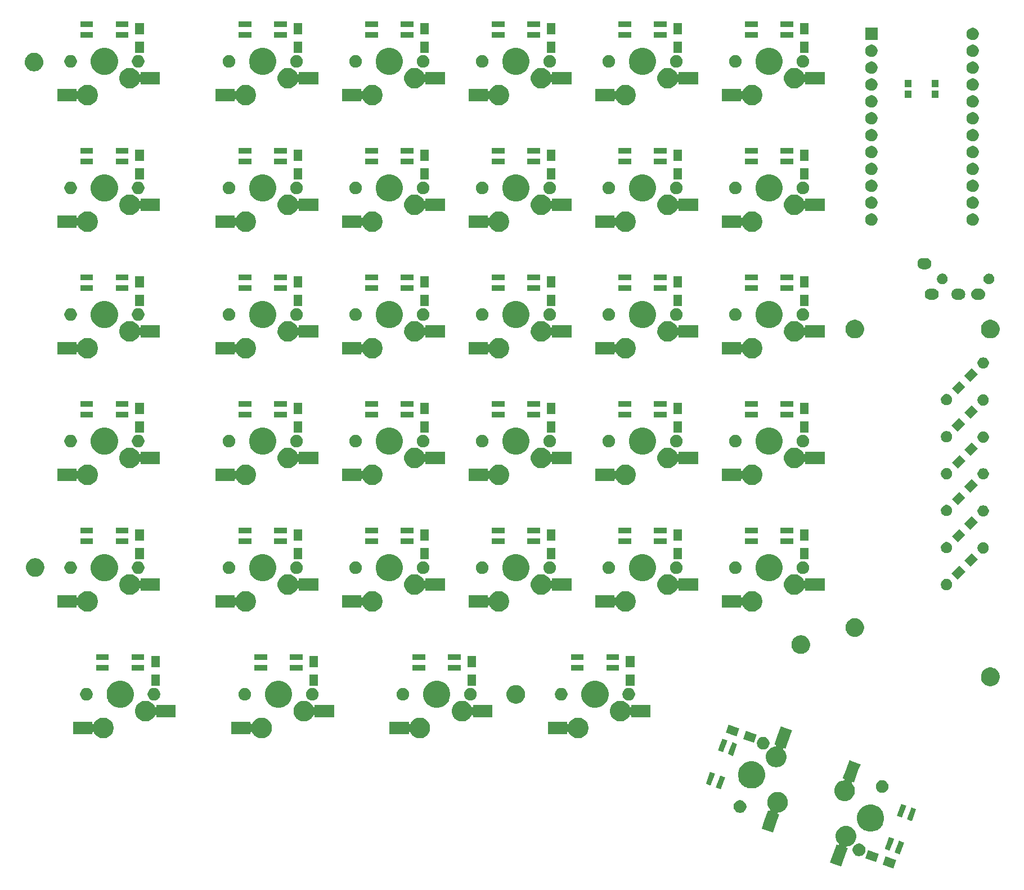
<source format=gbr>
G04 #@! TF.GenerationSoftware,KiCad,Pcbnew,(5.1.6)-1*
G04 #@! TF.CreationDate,2020-09-20T11:30:12-07:00*
G04 #@! TF.ProjectId,ortho_half,6f727468-6f5f-4686-916c-662e6b696361,rev?*
G04 #@! TF.SameCoordinates,Original*
G04 #@! TF.FileFunction,Soldermask,Bot*
G04 #@! TF.FilePolarity,Negative*
%FSLAX46Y46*%
G04 Gerber Fmt 4.6, Leading zero omitted, Abs format (unit mm)*
G04 Created by KiCad (PCBNEW (5.1.6)-1) date 2020-09-20 11:30:12*
%MOMM*%
%LPD*%
G01*
G04 APERTURE LIST*
%ADD10C,0.100000*%
G04 APERTURE END LIST*
D10*
G36*
X138207721Y-144055624D02*
G01*
X137762410Y-145279104D01*
X136163053Y-144696986D01*
X136608364Y-143473506D01*
X138207721Y-144055624D01*
G37*
G36*
X130953783Y-138893262D02*
G01*
X131103608Y-138923064D01*
X131385872Y-139039981D01*
X131639903Y-139209719D01*
X131855939Y-139425755D01*
X132025677Y-139679786D01*
X132142594Y-139962050D01*
X132202198Y-140261700D01*
X132202198Y-140567220D01*
X132142594Y-140866870D01*
X132025677Y-141149134D01*
X131855939Y-141403165D01*
X131639903Y-141619201D01*
X131385872Y-141788939D01*
X131103608Y-141905856D01*
X130953783Y-141935658D01*
X130803959Y-141965460D01*
X130800087Y-141965460D01*
X130775701Y-141967862D01*
X130752252Y-141974975D01*
X130730641Y-141986526D01*
X130711699Y-142002071D01*
X130696154Y-142021013D01*
X130684603Y-142042624D01*
X130677490Y-142066073D01*
X130675088Y-142090459D01*
X130677490Y-142114845D01*
X130684603Y-142138294D01*
X130696154Y-142159905D01*
X130711699Y-142178847D01*
X130730641Y-142194392D01*
X130757332Y-142207918D01*
X130933870Y-142272173D01*
X130933870Y-142272174D01*
X130712300Y-142880932D01*
X129941328Y-144999161D01*
X129941327Y-144999161D01*
X129111109Y-144696986D01*
X128248002Y-144382841D01*
X129240544Y-141655853D01*
X129240545Y-141655853D01*
X129431752Y-141725447D01*
X129455489Y-141731530D01*
X129479956Y-141732866D01*
X129504214Y-141729403D01*
X129527331Y-141721274D01*
X129548417Y-141708791D01*
X129566663Y-141692434D01*
X129581367Y-141672832D01*
X129591965Y-141650738D01*
X129598048Y-141627001D01*
X129599384Y-141602534D01*
X129595921Y-141578276D01*
X129587792Y-141555159D01*
X129575309Y-141534073D01*
X129562904Y-141519612D01*
X129446457Y-141403165D01*
X129276719Y-141149134D01*
X129159802Y-140866870D01*
X129100198Y-140567220D01*
X129100198Y-140261700D01*
X129159802Y-139962050D01*
X129276719Y-139679786D01*
X129446457Y-139425755D01*
X129662493Y-139209719D01*
X129916524Y-139039981D01*
X130198788Y-138923064D01*
X130348613Y-138893262D01*
X130498437Y-138863460D01*
X130803959Y-138863460D01*
X130953783Y-138893262D01*
G37*
G36*
X135576581Y-143097968D02*
G01*
X135131270Y-144321448D01*
X133531913Y-143739330D01*
X133977224Y-142515850D01*
X135576581Y-143097968D01*
G37*
G36*
X132881047Y-141562147D02*
G01*
X133054118Y-141633835D01*
X133054119Y-141633836D01*
X133209879Y-141737911D01*
X133342342Y-141870374D01*
X133342343Y-141870376D01*
X133446418Y-142026135D01*
X133518106Y-142199206D01*
X133554652Y-142382934D01*
X133554652Y-142570268D01*
X133518106Y-142753996D01*
X133446418Y-142927067D01*
X133446417Y-142927068D01*
X133342342Y-143082828D01*
X133209879Y-143215291D01*
X133131470Y-143267682D01*
X133054118Y-143319367D01*
X132881047Y-143391055D01*
X132697319Y-143427601D01*
X132509985Y-143427601D01*
X132326257Y-143391055D01*
X132153186Y-143319367D01*
X132075834Y-143267682D01*
X131997425Y-143215291D01*
X131864962Y-143082828D01*
X131760887Y-142927068D01*
X131760886Y-142927067D01*
X131689198Y-142753996D01*
X131652652Y-142570268D01*
X131652652Y-142382934D01*
X131689198Y-142199206D01*
X131760886Y-142026135D01*
X131864961Y-141870376D01*
X131864962Y-141870374D01*
X131997425Y-141737911D01*
X132153185Y-141633836D01*
X132153186Y-141633835D01*
X132326257Y-141562147D01*
X132509985Y-141525601D01*
X132697319Y-141525601D01*
X132881047Y-141562147D01*
G37*
G36*
X138792146Y-141149134D02*
G01*
X139393303Y-141367937D01*
X139393303Y-141367938D01*
X139275196Y-141692434D01*
X138742781Y-143155233D01*
X138742780Y-143155233D01*
X138541676Y-143082037D01*
X137989147Y-142880933D01*
X138639669Y-141093637D01*
X138639670Y-141093637D01*
X138792146Y-141149134D01*
G37*
G36*
X137193353Y-140567221D02*
G01*
X137889795Y-140820705D01*
X137889795Y-140820706D01*
X137770257Y-141149134D01*
X137239273Y-142608001D01*
X137239272Y-142608001D01*
X136986090Y-142515850D01*
X136485639Y-142333701D01*
X136531420Y-142207920D01*
X136708544Y-141721274D01*
X137136161Y-140546405D01*
X137136162Y-140546405D01*
X137193353Y-140567221D01*
G37*
G36*
X120554587Y-133772088D02*
G01*
X120797287Y-133820364D01*
X121079551Y-133937281D01*
X121333582Y-134107019D01*
X121549618Y-134323055D01*
X121719356Y-134577086D01*
X121804822Y-134783421D01*
X121836273Y-134859351D01*
X121887792Y-135118351D01*
X121895877Y-135159000D01*
X121895877Y-135464520D01*
X121836273Y-135764170D01*
X121719356Y-136046434D01*
X121549618Y-136300465D01*
X121333582Y-136516501D01*
X121079551Y-136686239D01*
X120797287Y-136803156D01*
X120647462Y-136832958D01*
X120497638Y-136862760D01*
X120493766Y-136862760D01*
X120469380Y-136865162D01*
X120445931Y-136872275D01*
X120424320Y-136883826D01*
X120405378Y-136899371D01*
X120389833Y-136918313D01*
X120378282Y-136939924D01*
X120371169Y-136963373D01*
X120368767Y-136987759D01*
X120371169Y-137012145D01*
X120378282Y-137035594D01*
X120389833Y-137057205D01*
X120405378Y-137076147D01*
X120424320Y-137091692D01*
X120451011Y-137105218D01*
X120627549Y-137169473D01*
X120627549Y-137169474D01*
X120373083Y-137868612D01*
X119635007Y-139896461D01*
X119635006Y-139896461D01*
X119010824Y-139669277D01*
X117941681Y-139280141D01*
X118163178Y-138671584D01*
X118355598Y-138142913D01*
X118934223Y-136553153D01*
X118934224Y-136553153D01*
X119125431Y-136622747D01*
X119149168Y-136628830D01*
X119173635Y-136630166D01*
X119197893Y-136626703D01*
X119221010Y-136618574D01*
X119242096Y-136606091D01*
X119260342Y-136589734D01*
X119275046Y-136570132D01*
X119285644Y-136548038D01*
X119291727Y-136524301D01*
X119293063Y-136499834D01*
X119289600Y-136475576D01*
X119281471Y-136452459D01*
X119268988Y-136431373D01*
X119256583Y-136416912D01*
X119140136Y-136300465D01*
X118970398Y-136046434D01*
X118853481Y-135764170D01*
X118793877Y-135464520D01*
X118793877Y-135159000D01*
X118801963Y-135118351D01*
X118853481Y-134859351D01*
X118884932Y-134783421D01*
X118970398Y-134577086D01*
X119140136Y-134323055D01*
X119356172Y-134107019D01*
X119610203Y-133937281D01*
X119892467Y-133820364D01*
X120135167Y-133772088D01*
X120192116Y-133760760D01*
X120497638Y-133760760D01*
X120554587Y-133772088D01*
G37*
G36*
X134937588Y-135736646D02*
G01*
X135110781Y-135808385D01*
X135309737Y-135890795D01*
X135644662Y-136114585D01*
X135929491Y-136399414D01*
X136153281Y-136734339D01*
X136211781Y-136875571D01*
X136307430Y-137106488D01*
X136386014Y-137501556D01*
X136386014Y-137904368D01*
X136307430Y-138299436D01*
X136217131Y-138517436D01*
X136153281Y-138671585D01*
X135929491Y-139006510D01*
X135644662Y-139291339D01*
X135309737Y-139515129D01*
X135155588Y-139578979D01*
X134937588Y-139669278D01*
X134542520Y-139747862D01*
X134139708Y-139747862D01*
X133744640Y-139669278D01*
X133526640Y-139578979D01*
X133372491Y-139515129D01*
X133037566Y-139291339D01*
X132752737Y-139006510D01*
X132528947Y-138671585D01*
X132465097Y-138517436D01*
X132374798Y-138299436D01*
X132296214Y-137904368D01*
X132296214Y-137501556D01*
X132374798Y-137106488D01*
X132470447Y-136875571D01*
X132528947Y-136734339D01*
X132752737Y-136399414D01*
X133037566Y-136114585D01*
X133372491Y-135890795D01*
X133571447Y-135808385D01*
X133744640Y-135736646D01*
X134139708Y-135658062D01*
X134542520Y-135658062D01*
X134937588Y-135736646D01*
G37*
G36*
X140665109Y-136154513D02*
G01*
X141217638Y-136355617D01*
X141217638Y-136355618D01*
X141097302Y-136686239D01*
X140567116Y-138142913D01*
X140567115Y-138142913D01*
X140366011Y-138069717D01*
X139813482Y-137868613D01*
X140464004Y-136081317D01*
X140464005Y-136081317D01*
X140665109Y-136154513D01*
G37*
G36*
X139161601Y-135607280D02*
G01*
X139714130Y-135808384D01*
X139063608Y-137595680D01*
X139063607Y-137595680D01*
X138805004Y-137501556D01*
X138309974Y-137321380D01*
X138365264Y-137169473D01*
X138561555Y-136630166D01*
X138960496Y-135534084D01*
X138960497Y-135534084D01*
X139161601Y-135607280D01*
G37*
G36*
X114979903Y-135046663D02*
G01*
X115152974Y-135118351D01*
X115152975Y-135118352D01*
X115308735Y-135222427D01*
X115441198Y-135354890D01*
X115441199Y-135354892D01*
X115545274Y-135510651D01*
X115616962Y-135683722D01*
X115653508Y-135867450D01*
X115653508Y-136054784D01*
X115616962Y-136238512D01*
X115545274Y-136411583D01*
X115517961Y-136452459D01*
X115441198Y-136567344D01*
X115308735Y-136699807D01*
X115257054Y-136734339D01*
X115152974Y-136803883D01*
X114979903Y-136875571D01*
X114796175Y-136912117D01*
X114608841Y-136912117D01*
X114425113Y-136875571D01*
X114252042Y-136803883D01*
X114147962Y-136734339D01*
X114096281Y-136699807D01*
X113963818Y-136567344D01*
X113887055Y-136452459D01*
X113859742Y-136411583D01*
X113788054Y-136238512D01*
X113751508Y-136054784D01*
X113751508Y-135867450D01*
X113788054Y-135683722D01*
X113859742Y-135510651D01*
X113963817Y-135354892D01*
X113963818Y-135354890D01*
X114096281Y-135222427D01*
X114252041Y-135118352D01*
X114252042Y-135118351D01*
X114425113Y-135046663D01*
X114608841Y-135010117D01*
X114796175Y-135010117D01*
X114979903Y-135046663D01*
G37*
G36*
X131554350Y-129142578D02*
G01*
X132839403Y-129610299D01*
X132839403Y-129610300D01*
X132574547Y-130337986D01*
X131846861Y-132337287D01*
X131846860Y-132337287D01*
X131655653Y-132267693D01*
X131631916Y-132261610D01*
X131607449Y-132260274D01*
X131583191Y-132263737D01*
X131560074Y-132271866D01*
X131538988Y-132284349D01*
X131520742Y-132300706D01*
X131506038Y-132320308D01*
X131495440Y-132342402D01*
X131489357Y-132366139D01*
X131488021Y-132390606D01*
X131491484Y-132414864D01*
X131499613Y-132437981D01*
X131512096Y-132459067D01*
X131524501Y-132473528D01*
X131640948Y-132589975D01*
X131810686Y-132844006D01*
X131927603Y-133126270D01*
X131933078Y-133153794D01*
X131987207Y-133425919D01*
X131987207Y-133731441D01*
X131969519Y-133820364D01*
X131927603Y-134031090D01*
X131810686Y-134313354D01*
X131640948Y-134567385D01*
X131424912Y-134783421D01*
X131170881Y-134953159D01*
X130888617Y-135070076D01*
X130738792Y-135099878D01*
X130588968Y-135129680D01*
X130283446Y-135129680D01*
X130133622Y-135099878D01*
X129983797Y-135070076D01*
X129701533Y-134953159D01*
X129447502Y-134783421D01*
X129231466Y-134567385D01*
X129061728Y-134313354D01*
X128944811Y-134031090D01*
X128902895Y-133820364D01*
X128885207Y-133731441D01*
X128885207Y-133425919D01*
X128939336Y-133153794D01*
X128944811Y-133126270D01*
X129061728Y-132844006D01*
X129231466Y-132589975D01*
X129447502Y-132373939D01*
X129701533Y-132204201D01*
X129983797Y-132087284D01*
X130133622Y-132057482D01*
X130283446Y-132027680D01*
X130287318Y-132027680D01*
X130311704Y-132025278D01*
X130335153Y-132018165D01*
X130356764Y-132006614D01*
X130375706Y-131991069D01*
X130391251Y-131972127D01*
X130402802Y-131950516D01*
X130409915Y-131927067D01*
X130412317Y-131902681D01*
X130409915Y-131878295D01*
X130402802Y-131854846D01*
X130391251Y-131833235D01*
X130375706Y-131814293D01*
X130356764Y-131798748D01*
X130330073Y-131785222D01*
X130153535Y-131720967D01*
X130208825Y-131569060D01*
X130564808Y-130591003D01*
X131146077Y-128993979D01*
X131146078Y-128993979D01*
X131554350Y-129142578D01*
G37*
G36*
X136355971Y-132014869D02*
G01*
X136529042Y-132086557D01*
X136529043Y-132086558D01*
X136684803Y-132190633D01*
X136817266Y-132323096D01*
X136869657Y-132401505D01*
X136921342Y-132478857D01*
X136993030Y-132651928D01*
X137029576Y-132835656D01*
X137029576Y-133022990D01*
X136993030Y-133206718D01*
X136921342Y-133379789D01*
X136921341Y-133379790D01*
X136817266Y-133535550D01*
X136684803Y-133668013D01*
X136606394Y-133720404D01*
X136529042Y-133772089D01*
X136355971Y-133843777D01*
X136172243Y-133880323D01*
X135984909Y-133880323D01*
X135801181Y-133843777D01*
X135628110Y-133772089D01*
X135550758Y-133720404D01*
X135472349Y-133668013D01*
X135339886Y-133535550D01*
X135235811Y-133379790D01*
X135235810Y-133379789D01*
X135164122Y-133206718D01*
X135127576Y-133022990D01*
X135127576Y-132835656D01*
X135164122Y-132651928D01*
X135235810Y-132478857D01*
X135287495Y-132401505D01*
X135339886Y-132323096D01*
X135472349Y-132190633D01*
X135628109Y-132086558D01*
X135628110Y-132086557D01*
X135801181Y-132014869D01*
X135984909Y-131978323D01*
X136172243Y-131978323D01*
X136355971Y-132014869D01*
G37*
G36*
X111918581Y-131367956D02*
G01*
X112471110Y-131569060D01*
X112471110Y-131569061D01*
X112324406Y-131972127D01*
X111820588Y-133356356D01*
X111820587Y-133356356D01*
X111619483Y-133283160D01*
X111066954Y-133082056D01*
X111717476Y-131294760D01*
X111717477Y-131294760D01*
X111918581Y-131367956D01*
G37*
G36*
X117036444Y-129221162D02*
G01*
X117254444Y-129311461D01*
X117408593Y-129375311D01*
X117743518Y-129599101D01*
X118028347Y-129883930D01*
X118252137Y-130218855D01*
X118252137Y-130218856D01*
X118406286Y-130591004D01*
X118484870Y-130986072D01*
X118484870Y-131388884D01*
X118406286Y-131783952D01*
X118347006Y-131927067D01*
X118252137Y-132156101D01*
X118028347Y-132491026D01*
X117743518Y-132775855D01*
X117408593Y-132999645D01*
X117254444Y-133063495D01*
X117036444Y-133153794D01*
X116641376Y-133232378D01*
X116238564Y-133232378D01*
X115843496Y-133153794D01*
X115625496Y-133063495D01*
X115471347Y-132999645D01*
X115136422Y-132775855D01*
X114851593Y-132491026D01*
X114627803Y-132156101D01*
X114532934Y-131927067D01*
X114473654Y-131783952D01*
X114395070Y-131388884D01*
X114395070Y-130986072D01*
X114473654Y-130591004D01*
X114627803Y-130218856D01*
X114627803Y-130218855D01*
X114851593Y-129883930D01*
X115136422Y-129599101D01*
X115471347Y-129375311D01*
X115625496Y-129311461D01*
X115843496Y-129221162D01*
X116238564Y-129142578D01*
X116641376Y-129142578D01*
X117036444Y-129221162D01*
G37*
G36*
X110415073Y-130820723D02*
G01*
X110967602Y-131021827D01*
X110317080Y-132809123D01*
X110317079Y-132809123D01*
X110115975Y-132735927D01*
X109563446Y-132534823D01*
X109579387Y-132491026D01*
X109793527Y-131902681D01*
X110213968Y-130747527D01*
X110213969Y-130747527D01*
X110415073Y-130820723D01*
G37*
G36*
X121291614Y-124055742D02*
G01*
X122533082Y-124507599D01*
X122533082Y-124507600D01*
X122398568Y-124877174D01*
X121540540Y-127234587D01*
X121540539Y-127234587D01*
X121349332Y-127164993D01*
X121325595Y-127158910D01*
X121301128Y-127157574D01*
X121276870Y-127161037D01*
X121253753Y-127169166D01*
X121232667Y-127181649D01*
X121214421Y-127198006D01*
X121199717Y-127217608D01*
X121189119Y-127239702D01*
X121183036Y-127263439D01*
X121181700Y-127287906D01*
X121185163Y-127312164D01*
X121193292Y-127335281D01*
X121205775Y-127356367D01*
X121218180Y-127370828D01*
X121334627Y-127487275D01*
X121504365Y-127741306D01*
X121621282Y-128023570D01*
X121680886Y-128323220D01*
X121680886Y-128628740D01*
X121621282Y-128928390D01*
X121504365Y-129210654D01*
X121334627Y-129464685D01*
X121118591Y-129680721D01*
X120864560Y-129850459D01*
X120582296Y-129967376D01*
X120432471Y-129997178D01*
X120282647Y-130026980D01*
X119977125Y-130026980D01*
X119827301Y-129997178D01*
X119677476Y-129967376D01*
X119395212Y-129850459D01*
X119141181Y-129680721D01*
X118925145Y-129464685D01*
X118755407Y-129210654D01*
X118638490Y-128928390D01*
X118578886Y-128628740D01*
X118578886Y-128323220D01*
X118638490Y-128023570D01*
X118755407Y-127741306D01*
X118925145Y-127487275D01*
X119141181Y-127271239D01*
X119395212Y-127101501D01*
X119677476Y-126984584D01*
X119827301Y-126954782D01*
X119977125Y-126924980D01*
X119980997Y-126924980D01*
X120005383Y-126922578D01*
X120028832Y-126915465D01*
X120050443Y-126903914D01*
X120069385Y-126888369D01*
X120084930Y-126869427D01*
X120096481Y-126847816D01*
X120103594Y-126824367D01*
X120105996Y-126799981D01*
X120103594Y-126775595D01*
X120096481Y-126752146D01*
X120084930Y-126730535D01*
X120069385Y-126711593D01*
X120050443Y-126696048D01*
X120023752Y-126682522D01*
X119847214Y-126618267D01*
X119887528Y-126507506D01*
X120284463Y-125416934D01*
X120839756Y-123891279D01*
X120839757Y-123891279D01*
X121291614Y-124055742D01*
G37*
G36*
X113742916Y-126355635D02*
G01*
X114295445Y-126556739D01*
X114295445Y-126556740D01*
X114189502Y-126847816D01*
X113644923Y-128344035D01*
X113644922Y-128344035D01*
X113443818Y-128270839D01*
X112891289Y-128069735D01*
X112908092Y-128023570D01*
X113181918Y-127271239D01*
X113541811Y-126282439D01*
X113541812Y-126282439D01*
X113742916Y-126355635D01*
G37*
G36*
X112237234Y-125807612D02*
G01*
X112791937Y-126009507D01*
X112141415Y-127796803D01*
X112141414Y-127796803D01*
X111940310Y-127723607D01*
X111387781Y-127522503D01*
X111400603Y-127487276D01*
X111739290Y-126556739D01*
X112038303Y-125735207D01*
X112038304Y-125735207D01*
X112237234Y-125807612D01*
G37*
G36*
X118454827Y-125499385D02*
G01*
X118627898Y-125571073D01*
X118627899Y-125571074D01*
X118783659Y-125675149D01*
X118916122Y-125807612D01*
X118916123Y-125807614D01*
X119020198Y-125963373D01*
X119091886Y-126136444D01*
X119128432Y-126320172D01*
X119128432Y-126507506D01*
X119091886Y-126691234D01*
X119020198Y-126864305D01*
X119004119Y-126888369D01*
X118916122Y-127020066D01*
X118783659Y-127152529D01*
X118705250Y-127204920D01*
X118627898Y-127256605D01*
X118454827Y-127328293D01*
X118271099Y-127364839D01*
X118083765Y-127364839D01*
X117900037Y-127328293D01*
X117726966Y-127256605D01*
X117649614Y-127204920D01*
X117571205Y-127152529D01*
X117438742Y-127020066D01*
X117350745Y-126888369D01*
X117334666Y-126864305D01*
X117262978Y-126691234D01*
X117226432Y-126507506D01*
X117226432Y-126320172D01*
X117262978Y-126136444D01*
X117334666Y-125963373D01*
X117438741Y-125807614D01*
X117438742Y-125807612D01*
X117571205Y-125675149D01*
X117726965Y-125571074D01*
X117726966Y-125571073D01*
X117900037Y-125499385D01*
X118083765Y-125462839D01*
X118271099Y-125462839D01*
X118454827Y-125499385D01*
G37*
G36*
X117249171Y-125151110D02*
G01*
X116803860Y-126374590D01*
X115204503Y-125792472D01*
X115649814Y-124568992D01*
X117249171Y-125151110D01*
G37*
G36*
X66818585Y-122621302D02*
G01*
X66968410Y-122651104D01*
X67250674Y-122768021D01*
X67504705Y-122937759D01*
X67720741Y-123153795D01*
X67890479Y-123407826D01*
X68007396Y-123690090D01*
X68067000Y-123989740D01*
X68067000Y-124295260D01*
X68007396Y-124594910D01*
X67890479Y-124877174D01*
X67720741Y-125131205D01*
X67504705Y-125347241D01*
X67250674Y-125516979D01*
X66968410Y-125633896D01*
X66818585Y-125663698D01*
X66668761Y-125693500D01*
X66363239Y-125693500D01*
X66213415Y-125663698D01*
X66063590Y-125633896D01*
X65781326Y-125516979D01*
X65527295Y-125347241D01*
X65311259Y-125131205D01*
X65141521Y-124877174D01*
X65107480Y-124794992D01*
X65095932Y-124773386D01*
X65080387Y-124754444D01*
X65061445Y-124738899D01*
X65039834Y-124727348D01*
X65016385Y-124720235D01*
X64991999Y-124717833D01*
X64967613Y-124720235D01*
X64944164Y-124727348D01*
X64922553Y-124738899D01*
X64903611Y-124754444D01*
X64888066Y-124773386D01*
X64876515Y-124794997D01*
X64869402Y-124818446D01*
X64867000Y-124842832D01*
X64867000Y-125043500D01*
X61965000Y-125043500D01*
X61965000Y-123241500D01*
X64867000Y-123241500D01*
X64867000Y-123442168D01*
X64869402Y-123466554D01*
X64876515Y-123490003D01*
X64888066Y-123511614D01*
X64903611Y-123530556D01*
X64922553Y-123546101D01*
X64944164Y-123557652D01*
X64967613Y-123564765D01*
X64991999Y-123567167D01*
X65016385Y-123564765D01*
X65039834Y-123557652D01*
X65061445Y-123546101D01*
X65080387Y-123530556D01*
X65095932Y-123511614D01*
X65107480Y-123490008D01*
X65141521Y-123407826D01*
X65311259Y-123153795D01*
X65527295Y-122937759D01*
X65781326Y-122768021D01*
X66063590Y-122651104D01*
X66213415Y-122621302D01*
X66363239Y-122591500D01*
X66668761Y-122591500D01*
X66818585Y-122621302D01*
G37*
G36*
X90631085Y-122621302D02*
G01*
X90780910Y-122651104D01*
X91063174Y-122768021D01*
X91317205Y-122937759D01*
X91533241Y-123153795D01*
X91702979Y-123407826D01*
X91819896Y-123690090D01*
X91879500Y-123989740D01*
X91879500Y-124295260D01*
X91819896Y-124594910D01*
X91702979Y-124877174D01*
X91533241Y-125131205D01*
X91317205Y-125347241D01*
X91063174Y-125516979D01*
X90780910Y-125633896D01*
X90631085Y-125663698D01*
X90481261Y-125693500D01*
X90175739Y-125693500D01*
X90025915Y-125663698D01*
X89876090Y-125633896D01*
X89593826Y-125516979D01*
X89339795Y-125347241D01*
X89123759Y-125131205D01*
X88954021Y-124877174D01*
X88919980Y-124794992D01*
X88908432Y-124773386D01*
X88892887Y-124754444D01*
X88873945Y-124738899D01*
X88852334Y-124727348D01*
X88828885Y-124720235D01*
X88804499Y-124717833D01*
X88780113Y-124720235D01*
X88756664Y-124727348D01*
X88735053Y-124738899D01*
X88716111Y-124754444D01*
X88700566Y-124773386D01*
X88689015Y-124794997D01*
X88681902Y-124818446D01*
X88679500Y-124842832D01*
X88679500Y-125043500D01*
X85777500Y-125043500D01*
X85777500Y-123241500D01*
X88679500Y-123241500D01*
X88679500Y-123442168D01*
X88681902Y-123466554D01*
X88689015Y-123490003D01*
X88700566Y-123511614D01*
X88716111Y-123530556D01*
X88735053Y-123546101D01*
X88756664Y-123557652D01*
X88780113Y-123564765D01*
X88804499Y-123567167D01*
X88828885Y-123564765D01*
X88852334Y-123557652D01*
X88873945Y-123546101D01*
X88892887Y-123530556D01*
X88908432Y-123511614D01*
X88919980Y-123490008D01*
X88954021Y-123407826D01*
X89123759Y-123153795D01*
X89339795Y-122937759D01*
X89593826Y-122768021D01*
X89876090Y-122651104D01*
X90025915Y-122621302D01*
X90175739Y-122591500D01*
X90481261Y-122591500D01*
X90631085Y-122621302D01*
G37*
G36*
X19193585Y-122621302D02*
G01*
X19343410Y-122651104D01*
X19625674Y-122768021D01*
X19879705Y-122937759D01*
X20095741Y-123153795D01*
X20265479Y-123407826D01*
X20382396Y-123690090D01*
X20442000Y-123989740D01*
X20442000Y-124295260D01*
X20382396Y-124594910D01*
X20265479Y-124877174D01*
X20095741Y-125131205D01*
X19879705Y-125347241D01*
X19625674Y-125516979D01*
X19343410Y-125633896D01*
X19193585Y-125663698D01*
X19043761Y-125693500D01*
X18738239Y-125693500D01*
X18588415Y-125663698D01*
X18438590Y-125633896D01*
X18156326Y-125516979D01*
X17902295Y-125347241D01*
X17686259Y-125131205D01*
X17516521Y-124877174D01*
X17482480Y-124794992D01*
X17470932Y-124773386D01*
X17455387Y-124754444D01*
X17436445Y-124738899D01*
X17414834Y-124727348D01*
X17391385Y-124720235D01*
X17366999Y-124717833D01*
X17342613Y-124720235D01*
X17319164Y-124727348D01*
X17297553Y-124738899D01*
X17278611Y-124754444D01*
X17263066Y-124773386D01*
X17251515Y-124794997D01*
X17244402Y-124818446D01*
X17242000Y-124842832D01*
X17242000Y-125043500D01*
X14340000Y-125043500D01*
X14340000Y-123241500D01*
X17242000Y-123241500D01*
X17242000Y-123442168D01*
X17244402Y-123466554D01*
X17251515Y-123490003D01*
X17263066Y-123511614D01*
X17278611Y-123530556D01*
X17297553Y-123546101D01*
X17319164Y-123557652D01*
X17342613Y-123564765D01*
X17366999Y-123567167D01*
X17391385Y-123564765D01*
X17414834Y-123557652D01*
X17436445Y-123546101D01*
X17455387Y-123530556D01*
X17470932Y-123511614D01*
X17482480Y-123490008D01*
X17516521Y-123407826D01*
X17686259Y-123153795D01*
X17902295Y-122937759D01*
X18156326Y-122768021D01*
X18438590Y-122651104D01*
X18588415Y-122621302D01*
X18738239Y-122591500D01*
X19043761Y-122591500D01*
X19193585Y-122621302D01*
G37*
G36*
X43006085Y-122621302D02*
G01*
X43155910Y-122651104D01*
X43438174Y-122768021D01*
X43692205Y-122937759D01*
X43908241Y-123153795D01*
X44077979Y-123407826D01*
X44194896Y-123690090D01*
X44254500Y-123989740D01*
X44254500Y-124295260D01*
X44194896Y-124594910D01*
X44077979Y-124877174D01*
X43908241Y-125131205D01*
X43692205Y-125347241D01*
X43438174Y-125516979D01*
X43155910Y-125633896D01*
X43006085Y-125663698D01*
X42856261Y-125693500D01*
X42550739Y-125693500D01*
X42400915Y-125663698D01*
X42251090Y-125633896D01*
X41968826Y-125516979D01*
X41714795Y-125347241D01*
X41498759Y-125131205D01*
X41329021Y-124877174D01*
X41294980Y-124794992D01*
X41283432Y-124773386D01*
X41267887Y-124754444D01*
X41248945Y-124738899D01*
X41227334Y-124727348D01*
X41203885Y-124720235D01*
X41179499Y-124717833D01*
X41155113Y-124720235D01*
X41131664Y-124727348D01*
X41110053Y-124738899D01*
X41091111Y-124754444D01*
X41075566Y-124773386D01*
X41064015Y-124794997D01*
X41056902Y-124818446D01*
X41054500Y-124842832D01*
X41054500Y-125043500D01*
X38152500Y-125043500D01*
X38152500Y-123241500D01*
X41054500Y-123241500D01*
X41054500Y-123442168D01*
X41056902Y-123466554D01*
X41064015Y-123490003D01*
X41075566Y-123511614D01*
X41091111Y-123530556D01*
X41110053Y-123546101D01*
X41131664Y-123557652D01*
X41155113Y-123564765D01*
X41179499Y-123567167D01*
X41203885Y-123564765D01*
X41227334Y-123557652D01*
X41248945Y-123546101D01*
X41267887Y-123530556D01*
X41283432Y-123511614D01*
X41294980Y-123490008D01*
X41329021Y-123407826D01*
X41498759Y-123153795D01*
X41714795Y-122937759D01*
X41968826Y-122768021D01*
X42251090Y-122651104D01*
X42400915Y-122621302D01*
X42550739Y-122591500D01*
X42856261Y-122591500D01*
X43006085Y-122621302D01*
G37*
G36*
X114618031Y-124193454D02*
G01*
X114172720Y-125416934D01*
X112573363Y-124834816D01*
X113018674Y-123611336D01*
X114618031Y-124193454D01*
G37*
G36*
X73168585Y-120081302D02*
G01*
X73318410Y-120111104D01*
X73600674Y-120228021D01*
X73854705Y-120397759D01*
X74070741Y-120613795D01*
X74240479Y-120867826D01*
X74274520Y-120950008D01*
X74286068Y-120971614D01*
X74301613Y-120990556D01*
X74320555Y-121006101D01*
X74342166Y-121017652D01*
X74365615Y-121024765D01*
X74390001Y-121027167D01*
X74414387Y-121024765D01*
X74437836Y-121017652D01*
X74459447Y-121006101D01*
X74478389Y-120990556D01*
X74493934Y-120971614D01*
X74505485Y-120950003D01*
X74512598Y-120926554D01*
X74515000Y-120902168D01*
X74515000Y-120701500D01*
X77417000Y-120701500D01*
X77417000Y-122503500D01*
X74515000Y-122503500D01*
X74515000Y-122302832D01*
X74512598Y-122278446D01*
X74505485Y-122254997D01*
X74493934Y-122233386D01*
X74478389Y-122214444D01*
X74459447Y-122198899D01*
X74437836Y-122187348D01*
X74414387Y-122180235D01*
X74390001Y-122177833D01*
X74365615Y-122180235D01*
X74342166Y-122187348D01*
X74320555Y-122198899D01*
X74301613Y-122214444D01*
X74286068Y-122233386D01*
X74274520Y-122254992D01*
X74240479Y-122337174D01*
X74070741Y-122591205D01*
X73854705Y-122807241D01*
X73600674Y-122976979D01*
X73318410Y-123093896D01*
X73168585Y-123123698D01*
X73018761Y-123153500D01*
X72713239Y-123153500D01*
X72563415Y-123123698D01*
X72413590Y-123093896D01*
X72131326Y-122976979D01*
X71877295Y-122807241D01*
X71661259Y-122591205D01*
X71491521Y-122337174D01*
X71374604Y-122054910D01*
X71315000Y-121755260D01*
X71315000Y-121449740D01*
X71374604Y-121150090D01*
X71491521Y-120867826D01*
X71661259Y-120613795D01*
X71877295Y-120397759D01*
X72131326Y-120228021D01*
X72413590Y-120111104D01*
X72563415Y-120081302D01*
X72713239Y-120051500D01*
X73018761Y-120051500D01*
X73168585Y-120081302D01*
G37*
G36*
X49356085Y-120081302D02*
G01*
X49505910Y-120111104D01*
X49788174Y-120228021D01*
X50042205Y-120397759D01*
X50258241Y-120613795D01*
X50427979Y-120867826D01*
X50462020Y-120950008D01*
X50473568Y-120971614D01*
X50489113Y-120990556D01*
X50508055Y-121006101D01*
X50529666Y-121017652D01*
X50553115Y-121024765D01*
X50577501Y-121027167D01*
X50601887Y-121024765D01*
X50625336Y-121017652D01*
X50646947Y-121006101D01*
X50665889Y-120990556D01*
X50681434Y-120971614D01*
X50692985Y-120950003D01*
X50700098Y-120926554D01*
X50702500Y-120902168D01*
X50702500Y-120701500D01*
X53604500Y-120701500D01*
X53604500Y-122503500D01*
X50702500Y-122503500D01*
X50702500Y-122302832D01*
X50700098Y-122278446D01*
X50692985Y-122254997D01*
X50681434Y-122233386D01*
X50665889Y-122214444D01*
X50646947Y-122198899D01*
X50625336Y-122187348D01*
X50601887Y-122180235D01*
X50577501Y-122177833D01*
X50553115Y-122180235D01*
X50529666Y-122187348D01*
X50508055Y-122198899D01*
X50489113Y-122214444D01*
X50473568Y-122233386D01*
X50462020Y-122254992D01*
X50427979Y-122337174D01*
X50258241Y-122591205D01*
X50042205Y-122807241D01*
X49788174Y-122976979D01*
X49505910Y-123093896D01*
X49356085Y-123123698D01*
X49206261Y-123153500D01*
X48900739Y-123153500D01*
X48750915Y-123123698D01*
X48601090Y-123093896D01*
X48318826Y-122976979D01*
X48064795Y-122807241D01*
X47848759Y-122591205D01*
X47679021Y-122337174D01*
X47562104Y-122054910D01*
X47502500Y-121755260D01*
X47502500Y-121449740D01*
X47562104Y-121150090D01*
X47679021Y-120867826D01*
X47848759Y-120613795D01*
X48064795Y-120397759D01*
X48318826Y-120228021D01*
X48601090Y-120111104D01*
X48750915Y-120081302D01*
X48900739Y-120051500D01*
X49206261Y-120051500D01*
X49356085Y-120081302D01*
G37*
G36*
X25543585Y-120081302D02*
G01*
X25693410Y-120111104D01*
X25975674Y-120228021D01*
X26229705Y-120397759D01*
X26445741Y-120613795D01*
X26615479Y-120867826D01*
X26649520Y-120950008D01*
X26661068Y-120971614D01*
X26676613Y-120990556D01*
X26695555Y-121006101D01*
X26717166Y-121017652D01*
X26740615Y-121024765D01*
X26765001Y-121027167D01*
X26789387Y-121024765D01*
X26812836Y-121017652D01*
X26834447Y-121006101D01*
X26853389Y-120990556D01*
X26868934Y-120971614D01*
X26880485Y-120950003D01*
X26887598Y-120926554D01*
X26890000Y-120902168D01*
X26890000Y-120701500D01*
X29792000Y-120701500D01*
X29792000Y-122503500D01*
X26890000Y-122503500D01*
X26890000Y-122302832D01*
X26887598Y-122278446D01*
X26880485Y-122254997D01*
X26868934Y-122233386D01*
X26853389Y-122214444D01*
X26834447Y-122198899D01*
X26812836Y-122187348D01*
X26789387Y-122180235D01*
X26765001Y-122177833D01*
X26740615Y-122180235D01*
X26717166Y-122187348D01*
X26695555Y-122198899D01*
X26676613Y-122214444D01*
X26661068Y-122233386D01*
X26649520Y-122254992D01*
X26615479Y-122337174D01*
X26445741Y-122591205D01*
X26229705Y-122807241D01*
X25975674Y-122976979D01*
X25693410Y-123093896D01*
X25543585Y-123123698D01*
X25393761Y-123153500D01*
X25088239Y-123153500D01*
X24938415Y-123123698D01*
X24788590Y-123093896D01*
X24506326Y-122976979D01*
X24252295Y-122807241D01*
X24036259Y-122591205D01*
X23866521Y-122337174D01*
X23749604Y-122054910D01*
X23690000Y-121755260D01*
X23690000Y-121449740D01*
X23749604Y-121150090D01*
X23866521Y-120867826D01*
X24036259Y-120613795D01*
X24252295Y-120397759D01*
X24506326Y-120228021D01*
X24788590Y-120111104D01*
X24938415Y-120081302D01*
X25088239Y-120051500D01*
X25393761Y-120051500D01*
X25543585Y-120081302D01*
G37*
G36*
X96981085Y-120081302D02*
G01*
X97130910Y-120111104D01*
X97413174Y-120228021D01*
X97667205Y-120397759D01*
X97883241Y-120613795D01*
X98052979Y-120867826D01*
X98087020Y-120950008D01*
X98098568Y-120971614D01*
X98114113Y-120990556D01*
X98133055Y-121006101D01*
X98154666Y-121017652D01*
X98178115Y-121024765D01*
X98202501Y-121027167D01*
X98226887Y-121024765D01*
X98250336Y-121017652D01*
X98271947Y-121006101D01*
X98290889Y-120990556D01*
X98306434Y-120971614D01*
X98317985Y-120950003D01*
X98325098Y-120926554D01*
X98327500Y-120902168D01*
X98327500Y-120701500D01*
X101229500Y-120701500D01*
X101229500Y-122503500D01*
X98327500Y-122503500D01*
X98327500Y-122302832D01*
X98325098Y-122278446D01*
X98317985Y-122254997D01*
X98306434Y-122233386D01*
X98290889Y-122214444D01*
X98271947Y-122198899D01*
X98250336Y-122187348D01*
X98226887Y-122180235D01*
X98202501Y-122177833D01*
X98178115Y-122180235D01*
X98154666Y-122187348D01*
X98133055Y-122198899D01*
X98114113Y-122214444D01*
X98098568Y-122233386D01*
X98087020Y-122254992D01*
X98052979Y-122337174D01*
X97883241Y-122591205D01*
X97667205Y-122807241D01*
X97413174Y-122976979D01*
X97130910Y-123093896D01*
X96981085Y-123123698D01*
X96831261Y-123153500D01*
X96525739Y-123153500D01*
X96375915Y-123123698D01*
X96226090Y-123093896D01*
X95943826Y-122976979D01*
X95689795Y-122807241D01*
X95473759Y-122591205D01*
X95304021Y-122337174D01*
X95187104Y-122054910D01*
X95127500Y-121755260D01*
X95127500Y-121449740D01*
X95187104Y-121150090D01*
X95304021Y-120867826D01*
X95473759Y-120613795D01*
X95689795Y-120397759D01*
X95943826Y-120228021D01*
X96226090Y-120111104D01*
X96375915Y-120081302D01*
X96525739Y-120051500D01*
X96831261Y-120051500D01*
X96981085Y-120081302D01*
G37*
G36*
X45839974Y-117096184D02*
G01*
X46057974Y-117186483D01*
X46212123Y-117250333D01*
X46547048Y-117474123D01*
X46831877Y-117758952D01*
X47055667Y-118093877D01*
X47078104Y-118148046D01*
X47209816Y-118466026D01*
X47288400Y-118861094D01*
X47288400Y-119263906D01*
X47209816Y-119658974D01*
X47119517Y-119876974D01*
X47055667Y-120031123D01*
X46831877Y-120366048D01*
X46547048Y-120650877D01*
X46212123Y-120874667D01*
X46145729Y-120902168D01*
X45839974Y-121028816D01*
X45444906Y-121107400D01*
X45042094Y-121107400D01*
X44647026Y-121028816D01*
X44341271Y-120902168D01*
X44274877Y-120874667D01*
X43939952Y-120650877D01*
X43655123Y-120366048D01*
X43431333Y-120031123D01*
X43367483Y-119876974D01*
X43277184Y-119658974D01*
X43198600Y-119263906D01*
X43198600Y-118861094D01*
X43277184Y-118466026D01*
X43408896Y-118148046D01*
X43431333Y-118093877D01*
X43655123Y-117758952D01*
X43939952Y-117474123D01*
X44274877Y-117250333D01*
X44429026Y-117186483D01*
X44647026Y-117096184D01*
X45042094Y-117017600D01*
X45444906Y-117017600D01*
X45839974Y-117096184D01*
G37*
G36*
X69652474Y-117096184D02*
G01*
X69870474Y-117186483D01*
X70024623Y-117250333D01*
X70359548Y-117474123D01*
X70644377Y-117758952D01*
X70868167Y-118093877D01*
X70890604Y-118148046D01*
X71022316Y-118466026D01*
X71100900Y-118861094D01*
X71100900Y-119263906D01*
X71022316Y-119658974D01*
X70932017Y-119876974D01*
X70868167Y-120031123D01*
X70644377Y-120366048D01*
X70359548Y-120650877D01*
X70024623Y-120874667D01*
X69958229Y-120902168D01*
X69652474Y-121028816D01*
X69257406Y-121107400D01*
X68854594Y-121107400D01*
X68459526Y-121028816D01*
X68153771Y-120902168D01*
X68087377Y-120874667D01*
X67752452Y-120650877D01*
X67467623Y-120366048D01*
X67243833Y-120031123D01*
X67179983Y-119876974D01*
X67089684Y-119658974D01*
X67011100Y-119263906D01*
X67011100Y-118861094D01*
X67089684Y-118466026D01*
X67221396Y-118148046D01*
X67243833Y-118093877D01*
X67467623Y-117758952D01*
X67752452Y-117474123D01*
X68087377Y-117250333D01*
X68241526Y-117186483D01*
X68459526Y-117096184D01*
X68854594Y-117017600D01*
X69257406Y-117017600D01*
X69652474Y-117096184D01*
G37*
G36*
X93464974Y-117096184D02*
G01*
X93682974Y-117186483D01*
X93837123Y-117250333D01*
X94172048Y-117474123D01*
X94456877Y-117758952D01*
X94680667Y-118093877D01*
X94703104Y-118148046D01*
X94834816Y-118466026D01*
X94913400Y-118861094D01*
X94913400Y-119263906D01*
X94834816Y-119658974D01*
X94744517Y-119876974D01*
X94680667Y-120031123D01*
X94456877Y-120366048D01*
X94172048Y-120650877D01*
X93837123Y-120874667D01*
X93770729Y-120902168D01*
X93464974Y-121028816D01*
X93069906Y-121107400D01*
X92667094Y-121107400D01*
X92272026Y-121028816D01*
X91966271Y-120902168D01*
X91899877Y-120874667D01*
X91564952Y-120650877D01*
X91280123Y-120366048D01*
X91056333Y-120031123D01*
X90992483Y-119876974D01*
X90902184Y-119658974D01*
X90823600Y-119263906D01*
X90823600Y-118861094D01*
X90902184Y-118466026D01*
X91033896Y-118148046D01*
X91056333Y-118093877D01*
X91280123Y-117758952D01*
X91564952Y-117474123D01*
X91899877Y-117250333D01*
X92054026Y-117186483D01*
X92272026Y-117096184D01*
X92667094Y-117017600D01*
X93069906Y-117017600D01*
X93464974Y-117096184D01*
G37*
G36*
X22027474Y-117096184D02*
G01*
X22245474Y-117186483D01*
X22399623Y-117250333D01*
X22734548Y-117474123D01*
X23019377Y-117758952D01*
X23243167Y-118093877D01*
X23265604Y-118148046D01*
X23397316Y-118466026D01*
X23475900Y-118861094D01*
X23475900Y-119263906D01*
X23397316Y-119658974D01*
X23307017Y-119876974D01*
X23243167Y-120031123D01*
X23019377Y-120366048D01*
X22734548Y-120650877D01*
X22399623Y-120874667D01*
X22333229Y-120902168D01*
X22027474Y-121028816D01*
X21632406Y-121107400D01*
X21229594Y-121107400D01*
X20834526Y-121028816D01*
X20528771Y-120902168D01*
X20462377Y-120874667D01*
X20127452Y-120650877D01*
X19842623Y-120366048D01*
X19618833Y-120031123D01*
X19554983Y-119876974D01*
X19464684Y-119658974D01*
X19386100Y-119263906D01*
X19386100Y-118861094D01*
X19464684Y-118466026D01*
X19596396Y-118148046D01*
X19618833Y-118093877D01*
X19842623Y-117758952D01*
X20127452Y-117474123D01*
X20462377Y-117250333D01*
X20616526Y-117186483D01*
X20834526Y-117096184D01*
X21229594Y-117017600D01*
X21632406Y-117017600D01*
X22027474Y-117096184D01*
G37*
G36*
X81280683Y-117697393D02*
G01*
X81370907Y-117715339D01*
X81474720Y-117758340D01*
X81625871Y-117820949D01*
X81702013Y-117871825D01*
X81855336Y-117974272D01*
X82050478Y-118169414D01*
X82084101Y-118219735D01*
X82203801Y-118398879D01*
X82231614Y-118466026D01*
X82292093Y-118612033D01*
X82309411Y-118653844D01*
X82363250Y-118924512D01*
X82363250Y-119200488D01*
X82350635Y-119263906D01*
X82309411Y-119471157D01*
X82265665Y-119576767D01*
X82203801Y-119726121D01*
X82203800Y-119726122D01*
X82050478Y-119955586D01*
X81855336Y-120150728D01*
X81739658Y-120228021D01*
X81625871Y-120304051D01*
X81476517Y-120365915D01*
X81370907Y-120409661D01*
X81280683Y-120427607D01*
X81100238Y-120463500D01*
X80824262Y-120463500D01*
X80643817Y-120427607D01*
X80553593Y-120409661D01*
X80447983Y-120365915D01*
X80298629Y-120304051D01*
X80184842Y-120228021D01*
X80069164Y-120150728D01*
X79874022Y-119955586D01*
X79720700Y-119726122D01*
X79720699Y-119726121D01*
X79658835Y-119576767D01*
X79615089Y-119471157D01*
X79573865Y-119263906D01*
X79561250Y-119200488D01*
X79561250Y-118924512D01*
X79615089Y-118653844D01*
X79632408Y-118612033D01*
X79692886Y-118466026D01*
X79720699Y-118398879D01*
X79840399Y-118219735D01*
X79874022Y-118169414D01*
X80069164Y-117974272D01*
X80222487Y-117871825D01*
X80298629Y-117820949D01*
X80449780Y-117758340D01*
X80553593Y-117715339D01*
X80643817Y-117697393D01*
X80824262Y-117661500D01*
X81100238Y-117661500D01*
X81280683Y-117697393D01*
G37*
G36*
X16628395Y-118148046D02*
G01*
X16801466Y-118219734D01*
X16801467Y-118219735D01*
X16957227Y-118323810D01*
X17089690Y-118456273D01*
X17142081Y-118534682D01*
X17193766Y-118612034D01*
X17265454Y-118785105D01*
X17302000Y-118968833D01*
X17302000Y-119156167D01*
X17265454Y-119339895D01*
X17193766Y-119512966D01*
X17193765Y-119512967D01*
X17089690Y-119668727D01*
X16957227Y-119801190D01*
X16878818Y-119853581D01*
X16801466Y-119905266D01*
X16628395Y-119976954D01*
X16444667Y-120013500D01*
X16257333Y-120013500D01*
X16073605Y-119976954D01*
X15900534Y-119905266D01*
X15823182Y-119853581D01*
X15744773Y-119801190D01*
X15612310Y-119668727D01*
X15508235Y-119512967D01*
X15508234Y-119512966D01*
X15436546Y-119339895D01*
X15400000Y-119156167D01*
X15400000Y-118968833D01*
X15436546Y-118785105D01*
X15508234Y-118612034D01*
X15559919Y-118534682D01*
X15612310Y-118456273D01*
X15744773Y-118323810D01*
X15900533Y-118219735D01*
X15900534Y-118219734D01*
X16073605Y-118148046D01*
X16257333Y-118111500D01*
X16444667Y-118111500D01*
X16628395Y-118148046D01*
G37*
G36*
X26788395Y-118148046D02*
G01*
X26961466Y-118219734D01*
X26961467Y-118219735D01*
X27117227Y-118323810D01*
X27249690Y-118456273D01*
X27302081Y-118534682D01*
X27353766Y-118612034D01*
X27425454Y-118785105D01*
X27462000Y-118968833D01*
X27462000Y-119156167D01*
X27425454Y-119339895D01*
X27353766Y-119512966D01*
X27353765Y-119512967D01*
X27249690Y-119668727D01*
X27117227Y-119801190D01*
X27038818Y-119853581D01*
X26961466Y-119905266D01*
X26788395Y-119976954D01*
X26604667Y-120013500D01*
X26417333Y-120013500D01*
X26233605Y-119976954D01*
X26060534Y-119905266D01*
X25983182Y-119853581D01*
X25904773Y-119801190D01*
X25772310Y-119668727D01*
X25668235Y-119512967D01*
X25668234Y-119512966D01*
X25596546Y-119339895D01*
X25560000Y-119156167D01*
X25560000Y-118968833D01*
X25596546Y-118785105D01*
X25668234Y-118612034D01*
X25719919Y-118534682D01*
X25772310Y-118456273D01*
X25904773Y-118323810D01*
X26060533Y-118219735D01*
X26060534Y-118219734D01*
X26233605Y-118148046D01*
X26417333Y-118111500D01*
X26604667Y-118111500D01*
X26788395Y-118148046D01*
G37*
G36*
X98225895Y-118148046D02*
G01*
X98398966Y-118219734D01*
X98398967Y-118219735D01*
X98554727Y-118323810D01*
X98687190Y-118456273D01*
X98739581Y-118534682D01*
X98791266Y-118612034D01*
X98862954Y-118785105D01*
X98899500Y-118968833D01*
X98899500Y-119156167D01*
X98862954Y-119339895D01*
X98791266Y-119512966D01*
X98791265Y-119512967D01*
X98687190Y-119668727D01*
X98554727Y-119801190D01*
X98476318Y-119853581D01*
X98398966Y-119905266D01*
X98225895Y-119976954D01*
X98042167Y-120013500D01*
X97854833Y-120013500D01*
X97671105Y-119976954D01*
X97498034Y-119905266D01*
X97420682Y-119853581D01*
X97342273Y-119801190D01*
X97209810Y-119668727D01*
X97105735Y-119512967D01*
X97105734Y-119512966D01*
X97034046Y-119339895D01*
X96997500Y-119156167D01*
X96997500Y-118968833D01*
X97034046Y-118785105D01*
X97105734Y-118612034D01*
X97157419Y-118534682D01*
X97209810Y-118456273D01*
X97342273Y-118323810D01*
X97498033Y-118219735D01*
X97498034Y-118219734D01*
X97671105Y-118148046D01*
X97854833Y-118111500D01*
X98042167Y-118111500D01*
X98225895Y-118148046D01*
G37*
G36*
X50600895Y-118148046D02*
G01*
X50773966Y-118219734D01*
X50773967Y-118219735D01*
X50929727Y-118323810D01*
X51062190Y-118456273D01*
X51114581Y-118534682D01*
X51166266Y-118612034D01*
X51237954Y-118785105D01*
X51274500Y-118968833D01*
X51274500Y-119156167D01*
X51237954Y-119339895D01*
X51166266Y-119512966D01*
X51166265Y-119512967D01*
X51062190Y-119668727D01*
X50929727Y-119801190D01*
X50851318Y-119853581D01*
X50773966Y-119905266D01*
X50600895Y-119976954D01*
X50417167Y-120013500D01*
X50229833Y-120013500D01*
X50046105Y-119976954D01*
X49873034Y-119905266D01*
X49795682Y-119853581D01*
X49717273Y-119801190D01*
X49584810Y-119668727D01*
X49480735Y-119512967D01*
X49480734Y-119512966D01*
X49409046Y-119339895D01*
X49372500Y-119156167D01*
X49372500Y-118968833D01*
X49409046Y-118785105D01*
X49480734Y-118612034D01*
X49532419Y-118534682D01*
X49584810Y-118456273D01*
X49717273Y-118323810D01*
X49873033Y-118219735D01*
X49873034Y-118219734D01*
X50046105Y-118148046D01*
X50229833Y-118111500D01*
X50417167Y-118111500D01*
X50600895Y-118148046D01*
G37*
G36*
X88065895Y-118148046D02*
G01*
X88238966Y-118219734D01*
X88238967Y-118219735D01*
X88394727Y-118323810D01*
X88527190Y-118456273D01*
X88579581Y-118534682D01*
X88631266Y-118612034D01*
X88702954Y-118785105D01*
X88739500Y-118968833D01*
X88739500Y-119156167D01*
X88702954Y-119339895D01*
X88631266Y-119512966D01*
X88631265Y-119512967D01*
X88527190Y-119668727D01*
X88394727Y-119801190D01*
X88316318Y-119853581D01*
X88238966Y-119905266D01*
X88065895Y-119976954D01*
X87882167Y-120013500D01*
X87694833Y-120013500D01*
X87511105Y-119976954D01*
X87338034Y-119905266D01*
X87260682Y-119853581D01*
X87182273Y-119801190D01*
X87049810Y-119668727D01*
X86945735Y-119512967D01*
X86945734Y-119512966D01*
X86874046Y-119339895D01*
X86837500Y-119156167D01*
X86837500Y-118968833D01*
X86874046Y-118785105D01*
X86945734Y-118612034D01*
X86997419Y-118534682D01*
X87049810Y-118456273D01*
X87182273Y-118323810D01*
X87338033Y-118219735D01*
X87338034Y-118219734D01*
X87511105Y-118148046D01*
X87694833Y-118111500D01*
X87882167Y-118111500D01*
X88065895Y-118148046D01*
G37*
G36*
X64253395Y-118148046D02*
G01*
X64426466Y-118219734D01*
X64426467Y-118219735D01*
X64582227Y-118323810D01*
X64714690Y-118456273D01*
X64767081Y-118534682D01*
X64818766Y-118612034D01*
X64890454Y-118785105D01*
X64927000Y-118968833D01*
X64927000Y-119156167D01*
X64890454Y-119339895D01*
X64818766Y-119512966D01*
X64818765Y-119512967D01*
X64714690Y-119668727D01*
X64582227Y-119801190D01*
X64503818Y-119853581D01*
X64426466Y-119905266D01*
X64253395Y-119976954D01*
X64069667Y-120013500D01*
X63882333Y-120013500D01*
X63698605Y-119976954D01*
X63525534Y-119905266D01*
X63448182Y-119853581D01*
X63369773Y-119801190D01*
X63237310Y-119668727D01*
X63133235Y-119512967D01*
X63133234Y-119512966D01*
X63061546Y-119339895D01*
X63025000Y-119156167D01*
X63025000Y-118968833D01*
X63061546Y-118785105D01*
X63133234Y-118612034D01*
X63184919Y-118534682D01*
X63237310Y-118456273D01*
X63369773Y-118323810D01*
X63525533Y-118219735D01*
X63525534Y-118219734D01*
X63698605Y-118148046D01*
X63882333Y-118111500D01*
X64069667Y-118111500D01*
X64253395Y-118148046D01*
G37*
G36*
X74413395Y-118148046D02*
G01*
X74586466Y-118219734D01*
X74586467Y-118219735D01*
X74742227Y-118323810D01*
X74874690Y-118456273D01*
X74927081Y-118534682D01*
X74978766Y-118612034D01*
X75050454Y-118785105D01*
X75087000Y-118968833D01*
X75087000Y-119156167D01*
X75050454Y-119339895D01*
X74978766Y-119512966D01*
X74978765Y-119512967D01*
X74874690Y-119668727D01*
X74742227Y-119801190D01*
X74663818Y-119853581D01*
X74586466Y-119905266D01*
X74413395Y-119976954D01*
X74229667Y-120013500D01*
X74042333Y-120013500D01*
X73858605Y-119976954D01*
X73685534Y-119905266D01*
X73608182Y-119853581D01*
X73529773Y-119801190D01*
X73397310Y-119668727D01*
X73293235Y-119512967D01*
X73293234Y-119512966D01*
X73221546Y-119339895D01*
X73185000Y-119156167D01*
X73185000Y-118968833D01*
X73221546Y-118785105D01*
X73293234Y-118612034D01*
X73344919Y-118534682D01*
X73397310Y-118456273D01*
X73529773Y-118323810D01*
X73685533Y-118219735D01*
X73685534Y-118219734D01*
X73858605Y-118148046D01*
X74042333Y-118111500D01*
X74229667Y-118111500D01*
X74413395Y-118148046D01*
G37*
G36*
X40440895Y-118148046D02*
G01*
X40613966Y-118219734D01*
X40613967Y-118219735D01*
X40769727Y-118323810D01*
X40902190Y-118456273D01*
X40954581Y-118534682D01*
X41006266Y-118612034D01*
X41077954Y-118785105D01*
X41114500Y-118968833D01*
X41114500Y-119156167D01*
X41077954Y-119339895D01*
X41006266Y-119512966D01*
X41006265Y-119512967D01*
X40902190Y-119668727D01*
X40769727Y-119801190D01*
X40691318Y-119853581D01*
X40613966Y-119905266D01*
X40440895Y-119976954D01*
X40257167Y-120013500D01*
X40069833Y-120013500D01*
X39886105Y-119976954D01*
X39713034Y-119905266D01*
X39635682Y-119853581D01*
X39557273Y-119801190D01*
X39424810Y-119668727D01*
X39320735Y-119512967D01*
X39320734Y-119512966D01*
X39249046Y-119339895D01*
X39212500Y-119156167D01*
X39212500Y-118968833D01*
X39249046Y-118785105D01*
X39320734Y-118612034D01*
X39372419Y-118534682D01*
X39424810Y-118456273D01*
X39557273Y-118323810D01*
X39713033Y-118219735D01*
X39713034Y-118219734D01*
X39886105Y-118148046D01*
X40069833Y-118111500D01*
X40257167Y-118111500D01*
X40440895Y-118148046D01*
G37*
G36*
X152683933Y-115068893D02*
G01*
X152774157Y-115086839D01*
X152879767Y-115130585D01*
X153029121Y-115192449D01*
X153029122Y-115192450D01*
X153258586Y-115345772D01*
X153453728Y-115540914D01*
X153556175Y-115694237D01*
X153607051Y-115770379D01*
X153668915Y-115919733D01*
X153712661Y-116025343D01*
X153730607Y-116115567D01*
X153766500Y-116296012D01*
X153766500Y-116571988D01*
X153712661Y-116842656D01*
X153607051Y-117097621D01*
X153607050Y-117097622D01*
X153453728Y-117327086D01*
X153258586Y-117522228D01*
X153105263Y-117624675D01*
X153029121Y-117675551D01*
X152933064Y-117715339D01*
X152774157Y-117781161D01*
X152683933Y-117799107D01*
X152503488Y-117835000D01*
X152227512Y-117835000D01*
X152047067Y-117799107D01*
X151956843Y-117781161D01*
X151797936Y-117715339D01*
X151701879Y-117675551D01*
X151625737Y-117624675D01*
X151472414Y-117522228D01*
X151277272Y-117327086D01*
X151123950Y-117097622D01*
X151123949Y-117097621D01*
X151018339Y-116842656D01*
X150964500Y-116571988D01*
X150964500Y-116296012D01*
X151000393Y-116115567D01*
X151018339Y-116025343D01*
X151062085Y-115919733D01*
X151123949Y-115770379D01*
X151174825Y-115694237D01*
X151277272Y-115540914D01*
X151472414Y-115345772D01*
X151701878Y-115192450D01*
X151701879Y-115192449D01*
X151851233Y-115130585D01*
X151956843Y-115086839D01*
X152047067Y-115068893D01*
X152227512Y-115033000D01*
X152503488Y-115033000D01*
X152683933Y-115068893D01*
G37*
G36*
X27380093Y-117758340D02*
G01*
X26078093Y-117758340D01*
X26078093Y-116056340D01*
X27380093Y-116056340D01*
X27380093Y-117758340D01*
G37*
G36*
X51192593Y-117758340D02*
G01*
X49890593Y-117758340D01*
X49890593Y-116056340D01*
X51192593Y-116056340D01*
X51192593Y-117758340D01*
G37*
G36*
X75005093Y-117758340D02*
G01*
X73703093Y-117758340D01*
X73703093Y-116056340D01*
X75005093Y-116056340D01*
X75005093Y-117758340D01*
G37*
G36*
X98817593Y-117758340D02*
G01*
X97515593Y-117758340D01*
X97515593Y-116056340D01*
X98817593Y-116056340D01*
X98817593Y-117758340D01*
G37*
G36*
X72674000Y-115463500D02*
G01*
X70772000Y-115463500D01*
X70772000Y-114661500D01*
X72674000Y-114661500D01*
X72674000Y-115463500D01*
G37*
G36*
X91152500Y-115463500D02*
G01*
X89250500Y-115463500D01*
X89250500Y-114661500D01*
X91152500Y-114661500D01*
X91152500Y-115463500D01*
G37*
G36*
X96486500Y-115463500D02*
G01*
X94584500Y-115463500D01*
X94584500Y-114661500D01*
X96486500Y-114661500D01*
X96486500Y-115463500D01*
G37*
G36*
X67340000Y-115463500D02*
G01*
X65438000Y-115463500D01*
X65438000Y-114661500D01*
X67340000Y-114661500D01*
X67340000Y-115463500D01*
G37*
G36*
X25049000Y-115463500D02*
G01*
X23147000Y-115463500D01*
X23147000Y-114661500D01*
X25049000Y-114661500D01*
X25049000Y-115463500D01*
G37*
G36*
X19715000Y-115463500D02*
G01*
X17813000Y-115463500D01*
X17813000Y-114661500D01*
X19715000Y-114661500D01*
X19715000Y-115463500D01*
G37*
G36*
X48861500Y-115463500D02*
G01*
X46959500Y-115463500D01*
X46959500Y-114661500D01*
X48861500Y-114661500D01*
X48861500Y-115463500D01*
G37*
G36*
X43527500Y-115463500D02*
G01*
X41625500Y-115463500D01*
X41625500Y-114661500D01*
X43527500Y-114661500D01*
X43527500Y-115463500D01*
G37*
G36*
X98817593Y-114958340D02*
G01*
X97515593Y-114958340D01*
X97515593Y-113256340D01*
X98817593Y-113256340D01*
X98817593Y-114958340D01*
G37*
G36*
X51192593Y-114958340D02*
G01*
X49890593Y-114958340D01*
X49890593Y-113256340D01*
X51192593Y-113256340D01*
X51192593Y-114958340D01*
G37*
G36*
X75005093Y-114958340D02*
G01*
X73703093Y-114958340D01*
X73703093Y-113256340D01*
X75005093Y-113256340D01*
X75005093Y-114958340D01*
G37*
G36*
X27380093Y-114958340D02*
G01*
X26078093Y-114958340D01*
X26078093Y-113256340D01*
X27380093Y-113256340D01*
X27380093Y-114958340D01*
G37*
G36*
X19715000Y-113863500D02*
G01*
X17813000Y-113863500D01*
X17813000Y-113061500D01*
X19715000Y-113061500D01*
X19715000Y-113863500D01*
G37*
G36*
X43527500Y-113863500D02*
G01*
X41625500Y-113863500D01*
X41625500Y-113061500D01*
X43527500Y-113061500D01*
X43527500Y-113863500D01*
G37*
G36*
X25049000Y-113863500D02*
G01*
X23147000Y-113863500D01*
X23147000Y-113061500D01*
X25049000Y-113061500D01*
X25049000Y-113863500D01*
G37*
G36*
X96486500Y-113863500D02*
G01*
X94584500Y-113863500D01*
X94584500Y-113061500D01*
X96486500Y-113061500D01*
X96486500Y-113863500D01*
G37*
G36*
X91152500Y-113863500D02*
G01*
X89250500Y-113863500D01*
X89250500Y-113061500D01*
X91152500Y-113061500D01*
X91152500Y-113863500D01*
G37*
G36*
X72674000Y-113863500D02*
G01*
X70772000Y-113863500D01*
X70772000Y-113061500D01*
X72674000Y-113061500D01*
X72674000Y-113863500D01*
G37*
G36*
X67340000Y-113863500D02*
G01*
X65438000Y-113863500D01*
X65438000Y-113061500D01*
X67340000Y-113061500D01*
X67340000Y-113863500D01*
G37*
G36*
X48861500Y-113863500D02*
G01*
X46959500Y-113863500D01*
X46959500Y-113061500D01*
X48861500Y-113061500D01*
X48861500Y-113863500D01*
G37*
G36*
X124168833Y-110217093D02*
G01*
X124259057Y-110235039D01*
X124303748Y-110253551D01*
X124514021Y-110340649D01*
X124514022Y-110340650D01*
X124743486Y-110493972D01*
X124938628Y-110689114D01*
X125041075Y-110842437D01*
X125091951Y-110918579D01*
X125197561Y-111173544D01*
X125251400Y-111444212D01*
X125251400Y-111720188D01*
X125197561Y-111990856D01*
X125091951Y-112245821D01*
X125091950Y-112245822D01*
X124938628Y-112475286D01*
X124743486Y-112670428D01*
X124590163Y-112772875D01*
X124514021Y-112823751D01*
X124364667Y-112885615D01*
X124259057Y-112929361D01*
X124168833Y-112947307D01*
X123988388Y-112983200D01*
X123712412Y-112983200D01*
X123531967Y-112947307D01*
X123441743Y-112929361D01*
X123336133Y-112885615D01*
X123186779Y-112823751D01*
X123110637Y-112772875D01*
X122957314Y-112670428D01*
X122762172Y-112475286D01*
X122608850Y-112245822D01*
X122608849Y-112245821D01*
X122503239Y-111990856D01*
X122449400Y-111720188D01*
X122449400Y-111444212D01*
X122503239Y-111173544D01*
X122608849Y-110918579D01*
X122659725Y-110842437D01*
X122762172Y-110689114D01*
X122957314Y-110493972D01*
X123186778Y-110340650D01*
X123186779Y-110340649D01*
X123397052Y-110253551D01*
X123441743Y-110235039D01*
X123531967Y-110217093D01*
X123712412Y-110181200D01*
X123988388Y-110181200D01*
X124168833Y-110217093D01*
G37*
G36*
X132292933Y-107646893D02*
G01*
X132383157Y-107664839D01*
X132488767Y-107708585D01*
X132638121Y-107770449D01*
X132638122Y-107770450D01*
X132867586Y-107923772D01*
X133062728Y-108118914D01*
X133165175Y-108272237D01*
X133216051Y-108348379D01*
X133321661Y-108603344D01*
X133375500Y-108874012D01*
X133375500Y-109149988D01*
X133321661Y-109420656D01*
X133216051Y-109675621D01*
X133216050Y-109675622D01*
X133062728Y-109905086D01*
X132867586Y-110100228D01*
X132746402Y-110181200D01*
X132638121Y-110253551D01*
X132488767Y-110315415D01*
X132383157Y-110359161D01*
X132292933Y-110377107D01*
X132112488Y-110413000D01*
X131836512Y-110413000D01*
X131656067Y-110377107D01*
X131565843Y-110359161D01*
X131460233Y-110315415D01*
X131310879Y-110253551D01*
X131202598Y-110181200D01*
X131081414Y-110100228D01*
X130886272Y-109905086D01*
X130732950Y-109675622D01*
X130732949Y-109675621D01*
X130627339Y-109420656D01*
X130573500Y-109149988D01*
X130573500Y-108874012D01*
X130627339Y-108603344D01*
X130732949Y-108348379D01*
X130783825Y-108272237D01*
X130886272Y-108118914D01*
X131081414Y-107923772D01*
X131310878Y-107770450D01*
X131310879Y-107770449D01*
X131460233Y-107708585D01*
X131565843Y-107664839D01*
X131656067Y-107646893D01*
X131836512Y-107611000D01*
X132112488Y-107611000D01*
X132292933Y-107646893D01*
G37*
G36*
X116825085Y-103571302D02*
G01*
X116974910Y-103601104D01*
X117257174Y-103718021D01*
X117511205Y-103887759D01*
X117727241Y-104103795D01*
X117896979Y-104357826D01*
X118013896Y-104640090D01*
X118073500Y-104939740D01*
X118073500Y-105245260D01*
X118013896Y-105544910D01*
X117896979Y-105827174D01*
X117727241Y-106081205D01*
X117511205Y-106297241D01*
X117257174Y-106466979D01*
X116974910Y-106583896D01*
X116825085Y-106613698D01*
X116675261Y-106643500D01*
X116369739Y-106643500D01*
X116219915Y-106613698D01*
X116070090Y-106583896D01*
X115787826Y-106466979D01*
X115533795Y-106297241D01*
X115317759Y-106081205D01*
X115148021Y-105827174D01*
X115113980Y-105744992D01*
X115102432Y-105723386D01*
X115086887Y-105704444D01*
X115067945Y-105688899D01*
X115046334Y-105677348D01*
X115022885Y-105670235D01*
X114998499Y-105667833D01*
X114974113Y-105670235D01*
X114950664Y-105677348D01*
X114929053Y-105688899D01*
X114910111Y-105704444D01*
X114894566Y-105723386D01*
X114883015Y-105744997D01*
X114875902Y-105768446D01*
X114873500Y-105792832D01*
X114873500Y-105993500D01*
X111971500Y-105993500D01*
X111971500Y-104191500D01*
X114873500Y-104191500D01*
X114873500Y-104392168D01*
X114875902Y-104416554D01*
X114883015Y-104440003D01*
X114894566Y-104461614D01*
X114910111Y-104480556D01*
X114929053Y-104496101D01*
X114950664Y-104507652D01*
X114974113Y-104514765D01*
X114998499Y-104517167D01*
X115022885Y-104514765D01*
X115046334Y-104507652D01*
X115067945Y-104496101D01*
X115086887Y-104480556D01*
X115102432Y-104461614D01*
X115113980Y-104440008D01*
X115148021Y-104357826D01*
X115317759Y-104103795D01*
X115533795Y-103887759D01*
X115787826Y-103718021D01*
X116070090Y-103601104D01*
X116219915Y-103571302D01*
X116369739Y-103541500D01*
X116675261Y-103541500D01*
X116825085Y-103571302D01*
G37*
G36*
X97775085Y-103571302D02*
G01*
X97924910Y-103601104D01*
X98207174Y-103718021D01*
X98461205Y-103887759D01*
X98677241Y-104103795D01*
X98846979Y-104357826D01*
X98963896Y-104640090D01*
X99023500Y-104939740D01*
X99023500Y-105245260D01*
X98963896Y-105544910D01*
X98846979Y-105827174D01*
X98677241Y-106081205D01*
X98461205Y-106297241D01*
X98207174Y-106466979D01*
X97924910Y-106583896D01*
X97775085Y-106613698D01*
X97625261Y-106643500D01*
X97319739Y-106643500D01*
X97169915Y-106613698D01*
X97020090Y-106583896D01*
X96737826Y-106466979D01*
X96483795Y-106297241D01*
X96267759Y-106081205D01*
X96098021Y-105827174D01*
X96063980Y-105744992D01*
X96052432Y-105723386D01*
X96036887Y-105704444D01*
X96017945Y-105688899D01*
X95996334Y-105677348D01*
X95972885Y-105670235D01*
X95948499Y-105667833D01*
X95924113Y-105670235D01*
X95900664Y-105677348D01*
X95879053Y-105688899D01*
X95860111Y-105704444D01*
X95844566Y-105723386D01*
X95833015Y-105744997D01*
X95825902Y-105768446D01*
X95823500Y-105792832D01*
X95823500Y-105993500D01*
X92921500Y-105993500D01*
X92921500Y-104191500D01*
X95823500Y-104191500D01*
X95823500Y-104392168D01*
X95825902Y-104416554D01*
X95833015Y-104440003D01*
X95844566Y-104461614D01*
X95860111Y-104480556D01*
X95879053Y-104496101D01*
X95900664Y-104507652D01*
X95924113Y-104514765D01*
X95948499Y-104517167D01*
X95972885Y-104514765D01*
X95996334Y-104507652D01*
X96017945Y-104496101D01*
X96036887Y-104480556D01*
X96052432Y-104461614D01*
X96063980Y-104440008D01*
X96098021Y-104357826D01*
X96267759Y-104103795D01*
X96483795Y-103887759D01*
X96737826Y-103718021D01*
X97020090Y-103601104D01*
X97169915Y-103571302D01*
X97319739Y-103541500D01*
X97625261Y-103541500D01*
X97775085Y-103571302D01*
G37*
G36*
X16813085Y-103571302D02*
G01*
X16962910Y-103601104D01*
X17245174Y-103718021D01*
X17499205Y-103887759D01*
X17715241Y-104103795D01*
X17884979Y-104357826D01*
X18001896Y-104640090D01*
X18061500Y-104939740D01*
X18061500Y-105245260D01*
X18001896Y-105544910D01*
X17884979Y-105827174D01*
X17715241Y-106081205D01*
X17499205Y-106297241D01*
X17245174Y-106466979D01*
X16962910Y-106583896D01*
X16813085Y-106613698D01*
X16663261Y-106643500D01*
X16357739Y-106643500D01*
X16207915Y-106613698D01*
X16058090Y-106583896D01*
X15775826Y-106466979D01*
X15521795Y-106297241D01*
X15305759Y-106081205D01*
X15136021Y-105827174D01*
X15101980Y-105744992D01*
X15090432Y-105723386D01*
X15074887Y-105704444D01*
X15055945Y-105688899D01*
X15034334Y-105677348D01*
X15010885Y-105670235D01*
X14986499Y-105667833D01*
X14962113Y-105670235D01*
X14938664Y-105677348D01*
X14917053Y-105688899D01*
X14898111Y-105704444D01*
X14882566Y-105723386D01*
X14871015Y-105744997D01*
X14863902Y-105768446D01*
X14861500Y-105792832D01*
X14861500Y-105993500D01*
X11959500Y-105993500D01*
X11959500Y-104191500D01*
X14861500Y-104191500D01*
X14861500Y-104392168D01*
X14863902Y-104416554D01*
X14871015Y-104440003D01*
X14882566Y-104461614D01*
X14898111Y-104480556D01*
X14917053Y-104496101D01*
X14938664Y-104507652D01*
X14962113Y-104514765D01*
X14986499Y-104517167D01*
X15010885Y-104514765D01*
X15034334Y-104507652D01*
X15055945Y-104496101D01*
X15074887Y-104480556D01*
X15090432Y-104461614D01*
X15101980Y-104440008D01*
X15136021Y-104357826D01*
X15305759Y-104103795D01*
X15521795Y-103887759D01*
X15775826Y-103718021D01*
X16058090Y-103601104D01*
X16207915Y-103571302D01*
X16357739Y-103541500D01*
X16663261Y-103541500D01*
X16813085Y-103571302D01*
G37*
G36*
X40625085Y-103571302D02*
G01*
X40774910Y-103601104D01*
X41057174Y-103718021D01*
X41311205Y-103887759D01*
X41527241Y-104103795D01*
X41696979Y-104357826D01*
X41813896Y-104640090D01*
X41873500Y-104939740D01*
X41873500Y-105245260D01*
X41813896Y-105544910D01*
X41696979Y-105827174D01*
X41527241Y-106081205D01*
X41311205Y-106297241D01*
X41057174Y-106466979D01*
X40774910Y-106583896D01*
X40625085Y-106613698D01*
X40475261Y-106643500D01*
X40169739Y-106643500D01*
X40019915Y-106613698D01*
X39870090Y-106583896D01*
X39587826Y-106466979D01*
X39333795Y-106297241D01*
X39117759Y-106081205D01*
X38948021Y-105827174D01*
X38913980Y-105744992D01*
X38902432Y-105723386D01*
X38886887Y-105704444D01*
X38867945Y-105688899D01*
X38846334Y-105677348D01*
X38822885Y-105670235D01*
X38798499Y-105667833D01*
X38774113Y-105670235D01*
X38750664Y-105677348D01*
X38729053Y-105688899D01*
X38710111Y-105704444D01*
X38694566Y-105723386D01*
X38683015Y-105744997D01*
X38675902Y-105768446D01*
X38673500Y-105792832D01*
X38673500Y-105993500D01*
X35771500Y-105993500D01*
X35771500Y-104191500D01*
X38673500Y-104191500D01*
X38673500Y-104392168D01*
X38675902Y-104416554D01*
X38683015Y-104440003D01*
X38694566Y-104461614D01*
X38710111Y-104480556D01*
X38729053Y-104496101D01*
X38750664Y-104507652D01*
X38774113Y-104514765D01*
X38798499Y-104517167D01*
X38822885Y-104514765D01*
X38846334Y-104507652D01*
X38867945Y-104496101D01*
X38886887Y-104480556D01*
X38902432Y-104461614D01*
X38913980Y-104440008D01*
X38948021Y-104357826D01*
X39117759Y-104103795D01*
X39333795Y-103887759D01*
X39587826Y-103718021D01*
X39870090Y-103601104D01*
X40019915Y-103571302D01*
X40169739Y-103541500D01*
X40475261Y-103541500D01*
X40625085Y-103571302D01*
G37*
G36*
X59675085Y-103571302D02*
G01*
X59824910Y-103601104D01*
X60107174Y-103718021D01*
X60361205Y-103887759D01*
X60577241Y-104103795D01*
X60746979Y-104357826D01*
X60863896Y-104640090D01*
X60923500Y-104939740D01*
X60923500Y-105245260D01*
X60863896Y-105544910D01*
X60746979Y-105827174D01*
X60577241Y-106081205D01*
X60361205Y-106297241D01*
X60107174Y-106466979D01*
X59824910Y-106583896D01*
X59675085Y-106613698D01*
X59525261Y-106643500D01*
X59219739Y-106643500D01*
X59069915Y-106613698D01*
X58920090Y-106583896D01*
X58637826Y-106466979D01*
X58383795Y-106297241D01*
X58167759Y-106081205D01*
X57998021Y-105827174D01*
X57963980Y-105744992D01*
X57952432Y-105723386D01*
X57936887Y-105704444D01*
X57917945Y-105688899D01*
X57896334Y-105677348D01*
X57872885Y-105670235D01*
X57848499Y-105667833D01*
X57824113Y-105670235D01*
X57800664Y-105677348D01*
X57779053Y-105688899D01*
X57760111Y-105704444D01*
X57744566Y-105723386D01*
X57733015Y-105744997D01*
X57725902Y-105768446D01*
X57723500Y-105792832D01*
X57723500Y-105993500D01*
X54821500Y-105993500D01*
X54821500Y-104191500D01*
X57723500Y-104191500D01*
X57723500Y-104392168D01*
X57725902Y-104416554D01*
X57733015Y-104440003D01*
X57744566Y-104461614D01*
X57760111Y-104480556D01*
X57779053Y-104496101D01*
X57800664Y-104507652D01*
X57824113Y-104514765D01*
X57848499Y-104517167D01*
X57872885Y-104514765D01*
X57896334Y-104507652D01*
X57917945Y-104496101D01*
X57936887Y-104480556D01*
X57952432Y-104461614D01*
X57963980Y-104440008D01*
X57998021Y-104357826D01*
X58167759Y-104103795D01*
X58383795Y-103887759D01*
X58637826Y-103718021D01*
X58920090Y-103601104D01*
X59069915Y-103571302D01*
X59219739Y-103541500D01*
X59525261Y-103541500D01*
X59675085Y-103571302D01*
G37*
G36*
X78725085Y-103571302D02*
G01*
X78874910Y-103601104D01*
X79157174Y-103718021D01*
X79411205Y-103887759D01*
X79627241Y-104103795D01*
X79796979Y-104357826D01*
X79913896Y-104640090D01*
X79973500Y-104939740D01*
X79973500Y-105245260D01*
X79913896Y-105544910D01*
X79796979Y-105827174D01*
X79627241Y-106081205D01*
X79411205Y-106297241D01*
X79157174Y-106466979D01*
X78874910Y-106583896D01*
X78725085Y-106613698D01*
X78575261Y-106643500D01*
X78269739Y-106643500D01*
X78119915Y-106613698D01*
X77970090Y-106583896D01*
X77687826Y-106466979D01*
X77433795Y-106297241D01*
X77217759Y-106081205D01*
X77048021Y-105827174D01*
X77013980Y-105744992D01*
X77002432Y-105723386D01*
X76986887Y-105704444D01*
X76967945Y-105688899D01*
X76946334Y-105677348D01*
X76922885Y-105670235D01*
X76898499Y-105667833D01*
X76874113Y-105670235D01*
X76850664Y-105677348D01*
X76829053Y-105688899D01*
X76810111Y-105704444D01*
X76794566Y-105723386D01*
X76783015Y-105744997D01*
X76775902Y-105768446D01*
X76773500Y-105792832D01*
X76773500Y-105993500D01*
X73871500Y-105993500D01*
X73871500Y-104191500D01*
X76773500Y-104191500D01*
X76773500Y-104392168D01*
X76775902Y-104416554D01*
X76783015Y-104440003D01*
X76794566Y-104461614D01*
X76810111Y-104480556D01*
X76829053Y-104496101D01*
X76850664Y-104507652D01*
X76874113Y-104514765D01*
X76898499Y-104517167D01*
X76922885Y-104514765D01*
X76946334Y-104507652D01*
X76967945Y-104496101D01*
X76986887Y-104480556D01*
X77002432Y-104461614D01*
X77013980Y-104440008D01*
X77048021Y-104357826D01*
X77217759Y-104103795D01*
X77433795Y-103887759D01*
X77687826Y-103718021D01*
X77970090Y-103601104D01*
X78119915Y-103571302D01*
X78269739Y-103541500D01*
X78575261Y-103541500D01*
X78725085Y-103571302D01*
G37*
G36*
X123175085Y-101031302D02*
G01*
X123324910Y-101061104D01*
X123607174Y-101178021D01*
X123861205Y-101347759D01*
X124077241Y-101563795D01*
X124246979Y-101817826D01*
X124281020Y-101900008D01*
X124292568Y-101921614D01*
X124308113Y-101940556D01*
X124327055Y-101956101D01*
X124348666Y-101967652D01*
X124372115Y-101974765D01*
X124396501Y-101977167D01*
X124420887Y-101974765D01*
X124444336Y-101967652D01*
X124465947Y-101956101D01*
X124484889Y-101940556D01*
X124500434Y-101921614D01*
X124511985Y-101900003D01*
X124519098Y-101876554D01*
X124521500Y-101852168D01*
X124521500Y-101651500D01*
X127423500Y-101651500D01*
X127423500Y-103453500D01*
X124521500Y-103453500D01*
X124521500Y-103252832D01*
X124519098Y-103228446D01*
X124511985Y-103204997D01*
X124500434Y-103183386D01*
X124484889Y-103164444D01*
X124465947Y-103148899D01*
X124444336Y-103137348D01*
X124420887Y-103130235D01*
X124396501Y-103127833D01*
X124372115Y-103130235D01*
X124348666Y-103137348D01*
X124327055Y-103148899D01*
X124308113Y-103164444D01*
X124292568Y-103183386D01*
X124281020Y-103204992D01*
X124246979Y-103287174D01*
X124077241Y-103541205D01*
X123861205Y-103757241D01*
X123607174Y-103926979D01*
X123324910Y-104043896D01*
X123175085Y-104073698D01*
X123025261Y-104103500D01*
X122719739Y-104103500D01*
X122569915Y-104073698D01*
X122420090Y-104043896D01*
X122137826Y-103926979D01*
X121883795Y-103757241D01*
X121667759Y-103541205D01*
X121498021Y-103287174D01*
X121381104Y-103004910D01*
X121321500Y-102705260D01*
X121321500Y-102399740D01*
X121381104Y-102100090D01*
X121498021Y-101817826D01*
X121667759Y-101563795D01*
X121883795Y-101347759D01*
X122137826Y-101178021D01*
X122420090Y-101061104D01*
X122569915Y-101031302D01*
X122719739Y-101001500D01*
X123025261Y-101001500D01*
X123175085Y-101031302D01*
G37*
G36*
X23163085Y-101031302D02*
G01*
X23312910Y-101061104D01*
X23595174Y-101178021D01*
X23849205Y-101347759D01*
X24065241Y-101563795D01*
X24234979Y-101817826D01*
X24269020Y-101900008D01*
X24280568Y-101921614D01*
X24296113Y-101940556D01*
X24315055Y-101956101D01*
X24336666Y-101967652D01*
X24360115Y-101974765D01*
X24384501Y-101977167D01*
X24408887Y-101974765D01*
X24432336Y-101967652D01*
X24453947Y-101956101D01*
X24472889Y-101940556D01*
X24488434Y-101921614D01*
X24499985Y-101900003D01*
X24507098Y-101876554D01*
X24509500Y-101852168D01*
X24509500Y-101651500D01*
X27411500Y-101651500D01*
X27411500Y-103453500D01*
X24509500Y-103453500D01*
X24509500Y-103252832D01*
X24507098Y-103228446D01*
X24499985Y-103204997D01*
X24488434Y-103183386D01*
X24472889Y-103164444D01*
X24453947Y-103148899D01*
X24432336Y-103137348D01*
X24408887Y-103130235D01*
X24384501Y-103127833D01*
X24360115Y-103130235D01*
X24336666Y-103137348D01*
X24315055Y-103148899D01*
X24296113Y-103164444D01*
X24280568Y-103183386D01*
X24269020Y-103204992D01*
X24234979Y-103287174D01*
X24065241Y-103541205D01*
X23849205Y-103757241D01*
X23595174Y-103926979D01*
X23312910Y-104043896D01*
X23163085Y-104073698D01*
X23013261Y-104103500D01*
X22707739Y-104103500D01*
X22557915Y-104073698D01*
X22408090Y-104043896D01*
X22125826Y-103926979D01*
X21871795Y-103757241D01*
X21655759Y-103541205D01*
X21486021Y-103287174D01*
X21369104Y-103004910D01*
X21309500Y-102705260D01*
X21309500Y-102399740D01*
X21369104Y-102100090D01*
X21486021Y-101817826D01*
X21655759Y-101563795D01*
X21871795Y-101347759D01*
X22125826Y-101178021D01*
X22408090Y-101061104D01*
X22557915Y-101031302D01*
X22707739Y-101001500D01*
X23013261Y-101001500D01*
X23163085Y-101031302D01*
G37*
G36*
X46975085Y-101031302D02*
G01*
X47124910Y-101061104D01*
X47407174Y-101178021D01*
X47661205Y-101347759D01*
X47877241Y-101563795D01*
X48046979Y-101817826D01*
X48081020Y-101900008D01*
X48092568Y-101921614D01*
X48108113Y-101940556D01*
X48127055Y-101956101D01*
X48148666Y-101967652D01*
X48172115Y-101974765D01*
X48196501Y-101977167D01*
X48220887Y-101974765D01*
X48244336Y-101967652D01*
X48265947Y-101956101D01*
X48284889Y-101940556D01*
X48300434Y-101921614D01*
X48311985Y-101900003D01*
X48319098Y-101876554D01*
X48321500Y-101852168D01*
X48321500Y-101651500D01*
X51223500Y-101651500D01*
X51223500Y-103453500D01*
X48321500Y-103453500D01*
X48321500Y-103252832D01*
X48319098Y-103228446D01*
X48311985Y-103204997D01*
X48300434Y-103183386D01*
X48284889Y-103164444D01*
X48265947Y-103148899D01*
X48244336Y-103137348D01*
X48220887Y-103130235D01*
X48196501Y-103127833D01*
X48172115Y-103130235D01*
X48148666Y-103137348D01*
X48127055Y-103148899D01*
X48108113Y-103164444D01*
X48092568Y-103183386D01*
X48081020Y-103204992D01*
X48046979Y-103287174D01*
X47877241Y-103541205D01*
X47661205Y-103757241D01*
X47407174Y-103926979D01*
X47124910Y-104043896D01*
X46975085Y-104073698D01*
X46825261Y-104103500D01*
X46519739Y-104103500D01*
X46369915Y-104073698D01*
X46220090Y-104043896D01*
X45937826Y-103926979D01*
X45683795Y-103757241D01*
X45467759Y-103541205D01*
X45298021Y-103287174D01*
X45181104Y-103004910D01*
X45121500Y-102705260D01*
X45121500Y-102399740D01*
X45181104Y-102100090D01*
X45298021Y-101817826D01*
X45467759Y-101563795D01*
X45683795Y-101347759D01*
X45937826Y-101178021D01*
X46220090Y-101061104D01*
X46369915Y-101031302D01*
X46519739Y-101001500D01*
X46825261Y-101001500D01*
X46975085Y-101031302D01*
G37*
G36*
X66025085Y-101031302D02*
G01*
X66174910Y-101061104D01*
X66457174Y-101178021D01*
X66711205Y-101347759D01*
X66927241Y-101563795D01*
X67096979Y-101817826D01*
X67131020Y-101900008D01*
X67142568Y-101921614D01*
X67158113Y-101940556D01*
X67177055Y-101956101D01*
X67198666Y-101967652D01*
X67222115Y-101974765D01*
X67246501Y-101977167D01*
X67270887Y-101974765D01*
X67294336Y-101967652D01*
X67315947Y-101956101D01*
X67334889Y-101940556D01*
X67350434Y-101921614D01*
X67361985Y-101900003D01*
X67369098Y-101876554D01*
X67371500Y-101852168D01*
X67371500Y-101651500D01*
X70273500Y-101651500D01*
X70273500Y-103453500D01*
X67371500Y-103453500D01*
X67371500Y-103252832D01*
X67369098Y-103228446D01*
X67361985Y-103204997D01*
X67350434Y-103183386D01*
X67334889Y-103164444D01*
X67315947Y-103148899D01*
X67294336Y-103137348D01*
X67270887Y-103130235D01*
X67246501Y-103127833D01*
X67222115Y-103130235D01*
X67198666Y-103137348D01*
X67177055Y-103148899D01*
X67158113Y-103164444D01*
X67142568Y-103183386D01*
X67131020Y-103204992D01*
X67096979Y-103287174D01*
X66927241Y-103541205D01*
X66711205Y-103757241D01*
X66457174Y-103926979D01*
X66174910Y-104043896D01*
X66025085Y-104073698D01*
X65875261Y-104103500D01*
X65569739Y-104103500D01*
X65419915Y-104073698D01*
X65270090Y-104043896D01*
X64987826Y-103926979D01*
X64733795Y-103757241D01*
X64517759Y-103541205D01*
X64348021Y-103287174D01*
X64231104Y-103004910D01*
X64171500Y-102705260D01*
X64171500Y-102399740D01*
X64231104Y-102100090D01*
X64348021Y-101817826D01*
X64517759Y-101563795D01*
X64733795Y-101347759D01*
X64987826Y-101178021D01*
X65270090Y-101061104D01*
X65419915Y-101031302D01*
X65569739Y-101001500D01*
X65875261Y-101001500D01*
X66025085Y-101031302D01*
G37*
G36*
X104125085Y-101031302D02*
G01*
X104274910Y-101061104D01*
X104557174Y-101178021D01*
X104811205Y-101347759D01*
X105027241Y-101563795D01*
X105196979Y-101817826D01*
X105231020Y-101900008D01*
X105242568Y-101921614D01*
X105258113Y-101940556D01*
X105277055Y-101956101D01*
X105298666Y-101967652D01*
X105322115Y-101974765D01*
X105346501Y-101977167D01*
X105370887Y-101974765D01*
X105394336Y-101967652D01*
X105415947Y-101956101D01*
X105434889Y-101940556D01*
X105450434Y-101921614D01*
X105461985Y-101900003D01*
X105469098Y-101876554D01*
X105471500Y-101852168D01*
X105471500Y-101651500D01*
X108373500Y-101651500D01*
X108373500Y-103453500D01*
X105471500Y-103453500D01*
X105471500Y-103252832D01*
X105469098Y-103228446D01*
X105461985Y-103204997D01*
X105450434Y-103183386D01*
X105434889Y-103164444D01*
X105415947Y-103148899D01*
X105394336Y-103137348D01*
X105370887Y-103130235D01*
X105346501Y-103127833D01*
X105322115Y-103130235D01*
X105298666Y-103137348D01*
X105277055Y-103148899D01*
X105258113Y-103164444D01*
X105242568Y-103183386D01*
X105231020Y-103204992D01*
X105196979Y-103287174D01*
X105027241Y-103541205D01*
X104811205Y-103757241D01*
X104557174Y-103926979D01*
X104274910Y-104043896D01*
X104125085Y-104073698D01*
X103975261Y-104103500D01*
X103669739Y-104103500D01*
X103519915Y-104073698D01*
X103370090Y-104043896D01*
X103087826Y-103926979D01*
X102833795Y-103757241D01*
X102617759Y-103541205D01*
X102448021Y-103287174D01*
X102331104Y-103004910D01*
X102271500Y-102705260D01*
X102271500Y-102399740D01*
X102331104Y-102100090D01*
X102448021Y-101817826D01*
X102617759Y-101563795D01*
X102833795Y-101347759D01*
X103087826Y-101178021D01*
X103370090Y-101061104D01*
X103519915Y-101031302D01*
X103669739Y-101001500D01*
X103975261Y-101001500D01*
X104125085Y-101031302D01*
G37*
G36*
X85075085Y-101031302D02*
G01*
X85224910Y-101061104D01*
X85507174Y-101178021D01*
X85761205Y-101347759D01*
X85977241Y-101563795D01*
X86146979Y-101817826D01*
X86181020Y-101900008D01*
X86192568Y-101921614D01*
X86208113Y-101940556D01*
X86227055Y-101956101D01*
X86248666Y-101967652D01*
X86272115Y-101974765D01*
X86296501Y-101977167D01*
X86320887Y-101974765D01*
X86344336Y-101967652D01*
X86365947Y-101956101D01*
X86384889Y-101940556D01*
X86400434Y-101921614D01*
X86411985Y-101900003D01*
X86419098Y-101876554D01*
X86421500Y-101852168D01*
X86421500Y-101651500D01*
X89323500Y-101651500D01*
X89323500Y-103453500D01*
X86421500Y-103453500D01*
X86421500Y-103252832D01*
X86419098Y-103228446D01*
X86411985Y-103204997D01*
X86400434Y-103183386D01*
X86384889Y-103164444D01*
X86365947Y-103148899D01*
X86344336Y-103137348D01*
X86320887Y-103130235D01*
X86296501Y-103127833D01*
X86272115Y-103130235D01*
X86248666Y-103137348D01*
X86227055Y-103148899D01*
X86208113Y-103164444D01*
X86192568Y-103183386D01*
X86181020Y-103204992D01*
X86146979Y-103287174D01*
X85977241Y-103541205D01*
X85761205Y-103757241D01*
X85507174Y-103926979D01*
X85224910Y-104043896D01*
X85075085Y-104073698D01*
X84925261Y-104103500D01*
X84619739Y-104103500D01*
X84469915Y-104073698D01*
X84320090Y-104043896D01*
X84037826Y-103926979D01*
X83783795Y-103757241D01*
X83567759Y-103541205D01*
X83398021Y-103287174D01*
X83281104Y-103004910D01*
X83221500Y-102705260D01*
X83221500Y-102399740D01*
X83281104Y-102100090D01*
X83398021Y-101817826D01*
X83567759Y-101563795D01*
X83783795Y-101347759D01*
X84037826Y-101178021D01*
X84320090Y-101061104D01*
X84469915Y-101031302D01*
X84619739Y-101001500D01*
X84925261Y-101001500D01*
X85075085Y-101031302D01*
G37*
G36*
X146014545Y-101725786D02*
G01*
X146169417Y-101789936D01*
X146308798Y-101883068D01*
X146427332Y-102001602D01*
X146520464Y-102140983D01*
X146584614Y-102295855D01*
X146617317Y-102460267D01*
X146617317Y-102627899D01*
X146584614Y-102792311D01*
X146520464Y-102947183D01*
X146427332Y-103086564D01*
X146308798Y-103205098D01*
X146169417Y-103298230D01*
X146014545Y-103362380D01*
X145850133Y-103395083D01*
X145682501Y-103395083D01*
X145518089Y-103362380D01*
X145363217Y-103298230D01*
X145223836Y-103205098D01*
X145105302Y-103086564D01*
X145012170Y-102947183D01*
X144948020Y-102792311D01*
X144915317Y-102627899D01*
X144915317Y-102460267D01*
X144948020Y-102295855D01*
X145012170Y-102140983D01*
X145105302Y-102001602D01*
X145223836Y-101883068D01*
X145363217Y-101789936D01*
X145518089Y-101725786D01*
X145682501Y-101693083D01*
X145850133Y-101693083D01*
X146014545Y-101725786D01*
G37*
G36*
X19646974Y-98046184D02*
G01*
X19864974Y-98136483D01*
X20019123Y-98200333D01*
X20354048Y-98424123D01*
X20638877Y-98708952D01*
X20862667Y-99043877D01*
X20878174Y-99081314D01*
X21016816Y-99416026D01*
X21095400Y-99811094D01*
X21095400Y-100213906D01*
X21016816Y-100608974D01*
X20926517Y-100826974D01*
X20862667Y-100981123D01*
X20638877Y-101316048D01*
X20354048Y-101600877D01*
X20019123Y-101824667D01*
X19952729Y-101852168D01*
X19646974Y-101978816D01*
X19251906Y-102057400D01*
X18849094Y-102057400D01*
X18454026Y-101978816D01*
X18148271Y-101852168D01*
X18081877Y-101824667D01*
X17746952Y-101600877D01*
X17462123Y-101316048D01*
X17238333Y-100981123D01*
X17174483Y-100826974D01*
X17084184Y-100608974D01*
X17005600Y-100213906D01*
X17005600Y-99811094D01*
X17084184Y-99416026D01*
X17222826Y-99081314D01*
X17238333Y-99043877D01*
X17462123Y-98708952D01*
X17746952Y-98424123D01*
X18081877Y-98200333D01*
X18236026Y-98136483D01*
X18454026Y-98046184D01*
X18849094Y-97967600D01*
X19251906Y-97967600D01*
X19646974Y-98046184D01*
G37*
G36*
X119658974Y-98046184D02*
G01*
X119876974Y-98136483D01*
X120031123Y-98200333D01*
X120366048Y-98424123D01*
X120650877Y-98708952D01*
X120874667Y-99043877D01*
X120890174Y-99081314D01*
X121028816Y-99416026D01*
X121107400Y-99811094D01*
X121107400Y-100213906D01*
X121028816Y-100608974D01*
X120938517Y-100826974D01*
X120874667Y-100981123D01*
X120650877Y-101316048D01*
X120366048Y-101600877D01*
X120031123Y-101824667D01*
X119964729Y-101852168D01*
X119658974Y-101978816D01*
X119263906Y-102057400D01*
X118861094Y-102057400D01*
X118466026Y-101978816D01*
X118160271Y-101852168D01*
X118093877Y-101824667D01*
X117758952Y-101600877D01*
X117474123Y-101316048D01*
X117250333Y-100981123D01*
X117186483Y-100826974D01*
X117096184Y-100608974D01*
X117017600Y-100213906D01*
X117017600Y-99811094D01*
X117096184Y-99416026D01*
X117234826Y-99081314D01*
X117250333Y-99043877D01*
X117474123Y-98708952D01*
X117758952Y-98424123D01*
X118093877Y-98200333D01*
X118248026Y-98136483D01*
X118466026Y-98046184D01*
X118861094Y-97967600D01*
X119263906Y-97967600D01*
X119658974Y-98046184D01*
G37*
G36*
X81558974Y-98046184D02*
G01*
X81776974Y-98136483D01*
X81931123Y-98200333D01*
X82266048Y-98424123D01*
X82550877Y-98708952D01*
X82774667Y-99043877D01*
X82790174Y-99081314D01*
X82928816Y-99416026D01*
X83007400Y-99811094D01*
X83007400Y-100213906D01*
X82928816Y-100608974D01*
X82838517Y-100826974D01*
X82774667Y-100981123D01*
X82550877Y-101316048D01*
X82266048Y-101600877D01*
X81931123Y-101824667D01*
X81864729Y-101852168D01*
X81558974Y-101978816D01*
X81163906Y-102057400D01*
X80761094Y-102057400D01*
X80366026Y-101978816D01*
X80060271Y-101852168D01*
X79993877Y-101824667D01*
X79658952Y-101600877D01*
X79374123Y-101316048D01*
X79150333Y-100981123D01*
X79086483Y-100826974D01*
X78996184Y-100608974D01*
X78917600Y-100213906D01*
X78917600Y-99811094D01*
X78996184Y-99416026D01*
X79134826Y-99081314D01*
X79150333Y-99043877D01*
X79374123Y-98708952D01*
X79658952Y-98424123D01*
X79993877Y-98200333D01*
X80148026Y-98136483D01*
X80366026Y-98046184D01*
X80761094Y-97967600D01*
X81163906Y-97967600D01*
X81558974Y-98046184D01*
G37*
G36*
X100608974Y-98046184D02*
G01*
X100826974Y-98136483D01*
X100981123Y-98200333D01*
X101316048Y-98424123D01*
X101600877Y-98708952D01*
X101824667Y-99043877D01*
X101840174Y-99081314D01*
X101978816Y-99416026D01*
X102057400Y-99811094D01*
X102057400Y-100213906D01*
X101978816Y-100608974D01*
X101888517Y-100826974D01*
X101824667Y-100981123D01*
X101600877Y-101316048D01*
X101316048Y-101600877D01*
X100981123Y-101824667D01*
X100914729Y-101852168D01*
X100608974Y-101978816D01*
X100213906Y-102057400D01*
X99811094Y-102057400D01*
X99416026Y-101978816D01*
X99110271Y-101852168D01*
X99043877Y-101824667D01*
X98708952Y-101600877D01*
X98424123Y-101316048D01*
X98200333Y-100981123D01*
X98136483Y-100826974D01*
X98046184Y-100608974D01*
X97967600Y-100213906D01*
X97967600Y-99811094D01*
X98046184Y-99416026D01*
X98184826Y-99081314D01*
X98200333Y-99043877D01*
X98424123Y-98708952D01*
X98708952Y-98424123D01*
X99043877Y-98200333D01*
X99198026Y-98136483D01*
X99416026Y-98046184D01*
X99811094Y-97967600D01*
X100213906Y-97967600D01*
X100608974Y-98046184D01*
G37*
G36*
X62508974Y-98046184D02*
G01*
X62726974Y-98136483D01*
X62881123Y-98200333D01*
X63216048Y-98424123D01*
X63500877Y-98708952D01*
X63724667Y-99043877D01*
X63740174Y-99081314D01*
X63878816Y-99416026D01*
X63957400Y-99811094D01*
X63957400Y-100213906D01*
X63878816Y-100608974D01*
X63788517Y-100826974D01*
X63724667Y-100981123D01*
X63500877Y-101316048D01*
X63216048Y-101600877D01*
X62881123Y-101824667D01*
X62814729Y-101852168D01*
X62508974Y-101978816D01*
X62113906Y-102057400D01*
X61711094Y-102057400D01*
X61316026Y-101978816D01*
X61010271Y-101852168D01*
X60943877Y-101824667D01*
X60608952Y-101600877D01*
X60324123Y-101316048D01*
X60100333Y-100981123D01*
X60036483Y-100826974D01*
X59946184Y-100608974D01*
X59867600Y-100213906D01*
X59867600Y-99811094D01*
X59946184Y-99416026D01*
X60084826Y-99081314D01*
X60100333Y-99043877D01*
X60324123Y-98708952D01*
X60608952Y-98424123D01*
X60943877Y-98200333D01*
X61098026Y-98136483D01*
X61316026Y-98046184D01*
X61711094Y-97967600D01*
X62113906Y-97967600D01*
X62508974Y-98046184D01*
G37*
G36*
X43458974Y-98046184D02*
G01*
X43676974Y-98136483D01*
X43831123Y-98200333D01*
X44166048Y-98424123D01*
X44450877Y-98708952D01*
X44674667Y-99043877D01*
X44690174Y-99081314D01*
X44828816Y-99416026D01*
X44907400Y-99811094D01*
X44907400Y-100213906D01*
X44828816Y-100608974D01*
X44738517Y-100826974D01*
X44674667Y-100981123D01*
X44450877Y-101316048D01*
X44166048Y-101600877D01*
X43831123Y-101824667D01*
X43764729Y-101852168D01*
X43458974Y-101978816D01*
X43063906Y-102057400D01*
X42661094Y-102057400D01*
X42266026Y-101978816D01*
X41960271Y-101852168D01*
X41893877Y-101824667D01*
X41558952Y-101600877D01*
X41274123Y-101316048D01*
X41050333Y-100981123D01*
X40986483Y-100826974D01*
X40896184Y-100608974D01*
X40817600Y-100213906D01*
X40817600Y-99811094D01*
X40896184Y-99416026D01*
X41034826Y-99081314D01*
X41050333Y-99043877D01*
X41274123Y-98708952D01*
X41558952Y-98424123D01*
X41893877Y-98200333D01*
X42048026Y-98136483D01*
X42266026Y-98046184D01*
X42661094Y-97967600D01*
X43063906Y-97967600D01*
X43458974Y-98046184D01*
G37*
G36*
X148596158Y-100634895D02*
G01*
X147463373Y-101767680D01*
X146542720Y-100847027D01*
X147675505Y-99714242D01*
X148596158Y-100634895D01*
G37*
G36*
X8954433Y-98609293D02*
G01*
X9044657Y-98627239D01*
X9150267Y-98670985D01*
X9299621Y-98732849D01*
X9299622Y-98732850D01*
X9529086Y-98886172D01*
X9724228Y-99081314D01*
X9826675Y-99234637D01*
X9877551Y-99310779D01*
X9917106Y-99406273D01*
X9981625Y-99562034D01*
X9983161Y-99565744D01*
X10037000Y-99836412D01*
X10037000Y-100112388D01*
X9983161Y-100383056D01*
X9877551Y-100638021D01*
X9877550Y-100638022D01*
X9724228Y-100867486D01*
X9529086Y-101062628D01*
X9375763Y-101165075D01*
X9299621Y-101215951D01*
X9150267Y-101277815D01*
X9044657Y-101321561D01*
X8954433Y-101339507D01*
X8773988Y-101375400D01*
X8498012Y-101375400D01*
X8317567Y-101339507D01*
X8227343Y-101321561D01*
X8121733Y-101277815D01*
X7972379Y-101215951D01*
X7896237Y-101165075D01*
X7742914Y-101062628D01*
X7547772Y-100867486D01*
X7394450Y-100638022D01*
X7394449Y-100638021D01*
X7288839Y-100383056D01*
X7235000Y-100112388D01*
X7235000Y-99836412D01*
X7288839Y-99565744D01*
X7290376Y-99562034D01*
X7354894Y-99406273D01*
X7394449Y-99310779D01*
X7445325Y-99234637D01*
X7547772Y-99081314D01*
X7742914Y-98886172D01*
X7972378Y-98732850D01*
X7972379Y-98732849D01*
X8121733Y-98670985D01*
X8227343Y-98627239D01*
X8317567Y-98609293D01*
X8498012Y-98573400D01*
X8773988Y-98573400D01*
X8954433Y-98609293D01*
G37*
G36*
X86319895Y-99098046D02*
G01*
X86492966Y-99169734D01*
X86492967Y-99169735D01*
X86648727Y-99273810D01*
X86781190Y-99406273D01*
X86833581Y-99484682D01*
X86885266Y-99562034D01*
X86956954Y-99735105D01*
X86993500Y-99918833D01*
X86993500Y-100106167D01*
X86956954Y-100289895D01*
X86885266Y-100462966D01*
X86885265Y-100462967D01*
X86781190Y-100618727D01*
X86648727Y-100751190D01*
X86570318Y-100803581D01*
X86492966Y-100855266D01*
X86319895Y-100926954D01*
X86136167Y-100963500D01*
X85948833Y-100963500D01*
X85765105Y-100926954D01*
X85592034Y-100855266D01*
X85514682Y-100803581D01*
X85436273Y-100751190D01*
X85303810Y-100618727D01*
X85199735Y-100462967D01*
X85199734Y-100462966D01*
X85128046Y-100289895D01*
X85091500Y-100106167D01*
X85091500Y-99918833D01*
X85128046Y-99735105D01*
X85199734Y-99562034D01*
X85251419Y-99484682D01*
X85303810Y-99406273D01*
X85436273Y-99273810D01*
X85592033Y-99169735D01*
X85592034Y-99169734D01*
X85765105Y-99098046D01*
X85948833Y-99061500D01*
X86136167Y-99061500D01*
X86319895Y-99098046D01*
G37*
G36*
X14247895Y-99098046D02*
G01*
X14420966Y-99169734D01*
X14420967Y-99169735D01*
X14576727Y-99273810D01*
X14709190Y-99406273D01*
X14761581Y-99484682D01*
X14813266Y-99562034D01*
X14884954Y-99735105D01*
X14921500Y-99918833D01*
X14921500Y-100106167D01*
X14884954Y-100289895D01*
X14813266Y-100462966D01*
X14813265Y-100462967D01*
X14709190Y-100618727D01*
X14576727Y-100751190D01*
X14498318Y-100803581D01*
X14420966Y-100855266D01*
X14247895Y-100926954D01*
X14064167Y-100963500D01*
X13876833Y-100963500D01*
X13693105Y-100926954D01*
X13520034Y-100855266D01*
X13442682Y-100803581D01*
X13364273Y-100751190D01*
X13231810Y-100618727D01*
X13127735Y-100462967D01*
X13127734Y-100462966D01*
X13056046Y-100289895D01*
X13019500Y-100106167D01*
X13019500Y-99918833D01*
X13056046Y-99735105D01*
X13127734Y-99562034D01*
X13179419Y-99484682D01*
X13231810Y-99406273D01*
X13364273Y-99273810D01*
X13520033Y-99169735D01*
X13520034Y-99169734D01*
X13693105Y-99098046D01*
X13876833Y-99061500D01*
X14064167Y-99061500D01*
X14247895Y-99098046D01*
G37*
G36*
X24407895Y-99098046D02*
G01*
X24580966Y-99169734D01*
X24580967Y-99169735D01*
X24736727Y-99273810D01*
X24869190Y-99406273D01*
X24921581Y-99484682D01*
X24973266Y-99562034D01*
X25044954Y-99735105D01*
X25081500Y-99918833D01*
X25081500Y-100106167D01*
X25044954Y-100289895D01*
X24973266Y-100462966D01*
X24973265Y-100462967D01*
X24869190Y-100618727D01*
X24736727Y-100751190D01*
X24658318Y-100803581D01*
X24580966Y-100855266D01*
X24407895Y-100926954D01*
X24224167Y-100963500D01*
X24036833Y-100963500D01*
X23853105Y-100926954D01*
X23680034Y-100855266D01*
X23602682Y-100803581D01*
X23524273Y-100751190D01*
X23391810Y-100618727D01*
X23287735Y-100462967D01*
X23287734Y-100462966D01*
X23216046Y-100289895D01*
X23179500Y-100106167D01*
X23179500Y-99918833D01*
X23216046Y-99735105D01*
X23287734Y-99562034D01*
X23339419Y-99484682D01*
X23391810Y-99406273D01*
X23524273Y-99273810D01*
X23680033Y-99169735D01*
X23680034Y-99169734D01*
X23853105Y-99098046D01*
X24036833Y-99061500D01*
X24224167Y-99061500D01*
X24407895Y-99098046D01*
G37*
G36*
X38059895Y-99098046D02*
G01*
X38232966Y-99169734D01*
X38232967Y-99169735D01*
X38388727Y-99273810D01*
X38521190Y-99406273D01*
X38573581Y-99484682D01*
X38625266Y-99562034D01*
X38696954Y-99735105D01*
X38733500Y-99918833D01*
X38733500Y-100106167D01*
X38696954Y-100289895D01*
X38625266Y-100462966D01*
X38625265Y-100462967D01*
X38521190Y-100618727D01*
X38388727Y-100751190D01*
X38310318Y-100803581D01*
X38232966Y-100855266D01*
X38059895Y-100926954D01*
X37876167Y-100963500D01*
X37688833Y-100963500D01*
X37505105Y-100926954D01*
X37332034Y-100855266D01*
X37254682Y-100803581D01*
X37176273Y-100751190D01*
X37043810Y-100618727D01*
X36939735Y-100462967D01*
X36939734Y-100462966D01*
X36868046Y-100289895D01*
X36831500Y-100106167D01*
X36831500Y-99918833D01*
X36868046Y-99735105D01*
X36939734Y-99562034D01*
X36991419Y-99484682D01*
X37043810Y-99406273D01*
X37176273Y-99273810D01*
X37332033Y-99169735D01*
X37332034Y-99169734D01*
X37505105Y-99098046D01*
X37688833Y-99061500D01*
X37876167Y-99061500D01*
X38059895Y-99098046D01*
G37*
G36*
X48219895Y-99098046D02*
G01*
X48392966Y-99169734D01*
X48392967Y-99169735D01*
X48548727Y-99273810D01*
X48681190Y-99406273D01*
X48733581Y-99484682D01*
X48785266Y-99562034D01*
X48856954Y-99735105D01*
X48893500Y-99918833D01*
X48893500Y-100106167D01*
X48856954Y-100289895D01*
X48785266Y-100462966D01*
X48785265Y-100462967D01*
X48681190Y-100618727D01*
X48548727Y-100751190D01*
X48470318Y-100803581D01*
X48392966Y-100855266D01*
X48219895Y-100926954D01*
X48036167Y-100963500D01*
X47848833Y-100963500D01*
X47665105Y-100926954D01*
X47492034Y-100855266D01*
X47414682Y-100803581D01*
X47336273Y-100751190D01*
X47203810Y-100618727D01*
X47099735Y-100462967D01*
X47099734Y-100462966D01*
X47028046Y-100289895D01*
X46991500Y-100106167D01*
X46991500Y-99918833D01*
X47028046Y-99735105D01*
X47099734Y-99562034D01*
X47151419Y-99484682D01*
X47203810Y-99406273D01*
X47336273Y-99273810D01*
X47492033Y-99169735D01*
X47492034Y-99169734D01*
X47665105Y-99098046D01*
X47848833Y-99061500D01*
X48036167Y-99061500D01*
X48219895Y-99098046D01*
G37*
G36*
X57109895Y-99098046D02*
G01*
X57282966Y-99169734D01*
X57282967Y-99169735D01*
X57438727Y-99273810D01*
X57571190Y-99406273D01*
X57623581Y-99484682D01*
X57675266Y-99562034D01*
X57746954Y-99735105D01*
X57783500Y-99918833D01*
X57783500Y-100106167D01*
X57746954Y-100289895D01*
X57675266Y-100462966D01*
X57675265Y-100462967D01*
X57571190Y-100618727D01*
X57438727Y-100751190D01*
X57360318Y-100803581D01*
X57282966Y-100855266D01*
X57109895Y-100926954D01*
X56926167Y-100963500D01*
X56738833Y-100963500D01*
X56555105Y-100926954D01*
X56382034Y-100855266D01*
X56304682Y-100803581D01*
X56226273Y-100751190D01*
X56093810Y-100618727D01*
X55989735Y-100462967D01*
X55989734Y-100462966D01*
X55918046Y-100289895D01*
X55881500Y-100106167D01*
X55881500Y-99918833D01*
X55918046Y-99735105D01*
X55989734Y-99562034D01*
X56041419Y-99484682D01*
X56093810Y-99406273D01*
X56226273Y-99273810D01*
X56382033Y-99169735D01*
X56382034Y-99169734D01*
X56555105Y-99098046D01*
X56738833Y-99061500D01*
X56926167Y-99061500D01*
X57109895Y-99098046D01*
G37*
G36*
X67269895Y-99098046D02*
G01*
X67442966Y-99169734D01*
X67442967Y-99169735D01*
X67598727Y-99273810D01*
X67731190Y-99406273D01*
X67783581Y-99484682D01*
X67835266Y-99562034D01*
X67906954Y-99735105D01*
X67943500Y-99918833D01*
X67943500Y-100106167D01*
X67906954Y-100289895D01*
X67835266Y-100462966D01*
X67835265Y-100462967D01*
X67731190Y-100618727D01*
X67598727Y-100751190D01*
X67520318Y-100803581D01*
X67442966Y-100855266D01*
X67269895Y-100926954D01*
X67086167Y-100963500D01*
X66898833Y-100963500D01*
X66715105Y-100926954D01*
X66542034Y-100855266D01*
X66464682Y-100803581D01*
X66386273Y-100751190D01*
X66253810Y-100618727D01*
X66149735Y-100462967D01*
X66149734Y-100462966D01*
X66078046Y-100289895D01*
X66041500Y-100106167D01*
X66041500Y-99918833D01*
X66078046Y-99735105D01*
X66149734Y-99562034D01*
X66201419Y-99484682D01*
X66253810Y-99406273D01*
X66386273Y-99273810D01*
X66542033Y-99169735D01*
X66542034Y-99169734D01*
X66715105Y-99098046D01*
X66898833Y-99061500D01*
X67086167Y-99061500D01*
X67269895Y-99098046D01*
G37*
G36*
X76159895Y-99098046D02*
G01*
X76332966Y-99169734D01*
X76332967Y-99169735D01*
X76488727Y-99273810D01*
X76621190Y-99406273D01*
X76673581Y-99484682D01*
X76725266Y-99562034D01*
X76796954Y-99735105D01*
X76833500Y-99918833D01*
X76833500Y-100106167D01*
X76796954Y-100289895D01*
X76725266Y-100462966D01*
X76725265Y-100462967D01*
X76621190Y-100618727D01*
X76488727Y-100751190D01*
X76410318Y-100803581D01*
X76332966Y-100855266D01*
X76159895Y-100926954D01*
X75976167Y-100963500D01*
X75788833Y-100963500D01*
X75605105Y-100926954D01*
X75432034Y-100855266D01*
X75354682Y-100803581D01*
X75276273Y-100751190D01*
X75143810Y-100618727D01*
X75039735Y-100462967D01*
X75039734Y-100462966D01*
X74968046Y-100289895D01*
X74931500Y-100106167D01*
X74931500Y-99918833D01*
X74968046Y-99735105D01*
X75039734Y-99562034D01*
X75091419Y-99484682D01*
X75143810Y-99406273D01*
X75276273Y-99273810D01*
X75432033Y-99169735D01*
X75432034Y-99169734D01*
X75605105Y-99098046D01*
X75788833Y-99061500D01*
X75976167Y-99061500D01*
X76159895Y-99098046D01*
G37*
G36*
X95209895Y-99098046D02*
G01*
X95382966Y-99169734D01*
X95382967Y-99169735D01*
X95538727Y-99273810D01*
X95671190Y-99406273D01*
X95723581Y-99484682D01*
X95775266Y-99562034D01*
X95846954Y-99735105D01*
X95883500Y-99918833D01*
X95883500Y-100106167D01*
X95846954Y-100289895D01*
X95775266Y-100462966D01*
X95775265Y-100462967D01*
X95671190Y-100618727D01*
X95538727Y-100751190D01*
X95460318Y-100803581D01*
X95382966Y-100855266D01*
X95209895Y-100926954D01*
X95026167Y-100963500D01*
X94838833Y-100963500D01*
X94655105Y-100926954D01*
X94482034Y-100855266D01*
X94404682Y-100803581D01*
X94326273Y-100751190D01*
X94193810Y-100618727D01*
X94089735Y-100462967D01*
X94089734Y-100462966D01*
X94018046Y-100289895D01*
X93981500Y-100106167D01*
X93981500Y-99918833D01*
X94018046Y-99735105D01*
X94089734Y-99562034D01*
X94141419Y-99484682D01*
X94193810Y-99406273D01*
X94326273Y-99273810D01*
X94482033Y-99169735D01*
X94482034Y-99169734D01*
X94655105Y-99098046D01*
X94838833Y-99061500D01*
X95026167Y-99061500D01*
X95209895Y-99098046D01*
G37*
G36*
X105369895Y-99098046D02*
G01*
X105542966Y-99169734D01*
X105542967Y-99169735D01*
X105698727Y-99273810D01*
X105831190Y-99406273D01*
X105883581Y-99484682D01*
X105935266Y-99562034D01*
X106006954Y-99735105D01*
X106043500Y-99918833D01*
X106043500Y-100106167D01*
X106006954Y-100289895D01*
X105935266Y-100462966D01*
X105935265Y-100462967D01*
X105831190Y-100618727D01*
X105698727Y-100751190D01*
X105620318Y-100803581D01*
X105542966Y-100855266D01*
X105369895Y-100926954D01*
X105186167Y-100963500D01*
X104998833Y-100963500D01*
X104815105Y-100926954D01*
X104642034Y-100855266D01*
X104564682Y-100803581D01*
X104486273Y-100751190D01*
X104353810Y-100618727D01*
X104249735Y-100462967D01*
X104249734Y-100462966D01*
X104178046Y-100289895D01*
X104141500Y-100106167D01*
X104141500Y-99918833D01*
X104178046Y-99735105D01*
X104249734Y-99562034D01*
X104301419Y-99484682D01*
X104353810Y-99406273D01*
X104486273Y-99273810D01*
X104642033Y-99169735D01*
X104642034Y-99169734D01*
X104815105Y-99098046D01*
X104998833Y-99061500D01*
X105186167Y-99061500D01*
X105369895Y-99098046D01*
G37*
G36*
X114259895Y-99098046D02*
G01*
X114432966Y-99169734D01*
X114432967Y-99169735D01*
X114588727Y-99273810D01*
X114721190Y-99406273D01*
X114773581Y-99484682D01*
X114825266Y-99562034D01*
X114896954Y-99735105D01*
X114933500Y-99918833D01*
X114933500Y-100106167D01*
X114896954Y-100289895D01*
X114825266Y-100462966D01*
X114825265Y-100462967D01*
X114721190Y-100618727D01*
X114588727Y-100751190D01*
X114510318Y-100803581D01*
X114432966Y-100855266D01*
X114259895Y-100926954D01*
X114076167Y-100963500D01*
X113888833Y-100963500D01*
X113705105Y-100926954D01*
X113532034Y-100855266D01*
X113454682Y-100803581D01*
X113376273Y-100751190D01*
X113243810Y-100618727D01*
X113139735Y-100462967D01*
X113139734Y-100462966D01*
X113068046Y-100289895D01*
X113031500Y-100106167D01*
X113031500Y-99918833D01*
X113068046Y-99735105D01*
X113139734Y-99562034D01*
X113191419Y-99484682D01*
X113243810Y-99406273D01*
X113376273Y-99273810D01*
X113532033Y-99169735D01*
X113532034Y-99169734D01*
X113705105Y-99098046D01*
X113888833Y-99061500D01*
X114076167Y-99061500D01*
X114259895Y-99098046D01*
G37*
G36*
X124419895Y-99098046D02*
G01*
X124592966Y-99169734D01*
X124592967Y-99169735D01*
X124748727Y-99273810D01*
X124881190Y-99406273D01*
X124933581Y-99484682D01*
X124985266Y-99562034D01*
X125056954Y-99735105D01*
X125093500Y-99918833D01*
X125093500Y-100106167D01*
X125056954Y-100289895D01*
X124985266Y-100462966D01*
X124985265Y-100462967D01*
X124881190Y-100618727D01*
X124748727Y-100751190D01*
X124670318Y-100803581D01*
X124592966Y-100855266D01*
X124419895Y-100926954D01*
X124236167Y-100963500D01*
X124048833Y-100963500D01*
X123865105Y-100926954D01*
X123692034Y-100855266D01*
X123614682Y-100803581D01*
X123536273Y-100751190D01*
X123403810Y-100618727D01*
X123299735Y-100462967D01*
X123299734Y-100462966D01*
X123228046Y-100289895D01*
X123191500Y-100106167D01*
X123191500Y-99918833D01*
X123228046Y-99735105D01*
X123299734Y-99562034D01*
X123351419Y-99484682D01*
X123403810Y-99406273D01*
X123536273Y-99273810D01*
X123692033Y-99169735D01*
X123692034Y-99169734D01*
X123865105Y-99098046D01*
X124048833Y-99061500D01*
X124236167Y-99061500D01*
X124419895Y-99098046D01*
G37*
G36*
X150505346Y-98725707D02*
G01*
X149372561Y-99858492D01*
X148451908Y-98937839D01*
X149584693Y-97805054D01*
X150505346Y-98725707D01*
G37*
G36*
X105961593Y-98708340D02*
G01*
X104659593Y-98708340D01*
X104659593Y-97006340D01*
X105961593Y-97006340D01*
X105961593Y-98708340D01*
G37*
G36*
X125011593Y-98708340D02*
G01*
X123709593Y-98708340D01*
X123709593Y-97006340D01*
X125011593Y-97006340D01*
X125011593Y-98708340D01*
G37*
G36*
X67861593Y-98708340D02*
G01*
X66559593Y-98708340D01*
X66559593Y-97006340D01*
X67861593Y-97006340D01*
X67861593Y-98708340D01*
G37*
G36*
X86911593Y-98708340D02*
G01*
X85609593Y-98708340D01*
X85609593Y-97006340D01*
X86911593Y-97006340D01*
X86911593Y-98708340D01*
G37*
G36*
X48811593Y-98708340D02*
G01*
X47509593Y-98708340D01*
X47509593Y-97006340D01*
X48811593Y-97006340D01*
X48811593Y-98708340D01*
G37*
G36*
X24999593Y-98708340D02*
G01*
X23697593Y-98708340D01*
X23697593Y-97006340D01*
X24999593Y-97006340D01*
X24999593Y-98708340D01*
G37*
G36*
X151529977Y-96210354D02*
G01*
X151684849Y-96274504D01*
X151824230Y-96367636D01*
X151942764Y-96486170D01*
X152035896Y-96625551D01*
X152100046Y-96780423D01*
X152132749Y-96944835D01*
X152132749Y-97112467D01*
X152100046Y-97276879D01*
X152035896Y-97431751D01*
X151942764Y-97571132D01*
X151824230Y-97689666D01*
X151684849Y-97782798D01*
X151529977Y-97846948D01*
X151365565Y-97879651D01*
X151197933Y-97879651D01*
X151033521Y-97846948D01*
X150878649Y-97782798D01*
X150739268Y-97689666D01*
X150620734Y-97571132D01*
X150527602Y-97431751D01*
X150463452Y-97276879D01*
X150430749Y-97112467D01*
X150430749Y-96944835D01*
X150463452Y-96780423D01*
X150527602Y-96625551D01*
X150620734Y-96486170D01*
X150739268Y-96367636D01*
X150878649Y-96274504D01*
X151033521Y-96210354D01*
X151197933Y-96177651D01*
X151365565Y-96177651D01*
X151529977Y-96210354D01*
G37*
G36*
X146029712Y-96173419D02*
G01*
X146184584Y-96237569D01*
X146323965Y-96330701D01*
X146442499Y-96449235D01*
X146535631Y-96588616D01*
X146599781Y-96743488D01*
X146632484Y-96907900D01*
X146632484Y-97075532D01*
X146599781Y-97239944D01*
X146535631Y-97394816D01*
X146442499Y-97534197D01*
X146323965Y-97652731D01*
X146184584Y-97745863D01*
X146029712Y-97810013D01*
X145865300Y-97842716D01*
X145697668Y-97842716D01*
X145533256Y-97810013D01*
X145378384Y-97745863D01*
X145239003Y-97652731D01*
X145120469Y-97534197D01*
X145027337Y-97394816D01*
X144963187Y-97239944D01*
X144930484Y-97075532D01*
X144930484Y-96907900D01*
X144963187Y-96743488D01*
X145027337Y-96588616D01*
X145120469Y-96449235D01*
X145239003Y-96330701D01*
X145378384Y-96237569D01*
X145533256Y-96173419D01*
X145697668Y-96140716D01*
X145865300Y-96140716D01*
X146029712Y-96173419D01*
G37*
G36*
X17334500Y-96413500D02*
G01*
X15432500Y-96413500D01*
X15432500Y-95611500D01*
X17334500Y-95611500D01*
X17334500Y-96413500D01*
G37*
G36*
X122680500Y-96413500D02*
G01*
X120778500Y-96413500D01*
X120778500Y-95611500D01*
X122680500Y-95611500D01*
X122680500Y-96413500D01*
G37*
G36*
X41146500Y-96413500D02*
G01*
X39244500Y-96413500D01*
X39244500Y-95611500D01*
X41146500Y-95611500D01*
X41146500Y-96413500D01*
G37*
G36*
X60196500Y-96413500D02*
G01*
X58294500Y-96413500D01*
X58294500Y-95611500D01*
X60196500Y-95611500D01*
X60196500Y-96413500D01*
G37*
G36*
X65530500Y-96413500D02*
G01*
X63628500Y-96413500D01*
X63628500Y-95611500D01*
X65530500Y-95611500D01*
X65530500Y-96413500D01*
G37*
G36*
X46480500Y-96413500D02*
G01*
X44578500Y-96413500D01*
X44578500Y-95611500D01*
X46480500Y-95611500D01*
X46480500Y-96413500D01*
G37*
G36*
X22668500Y-96413500D02*
G01*
X20766500Y-96413500D01*
X20766500Y-95611500D01*
X22668500Y-95611500D01*
X22668500Y-96413500D01*
G37*
G36*
X117346500Y-96413500D02*
G01*
X115444500Y-96413500D01*
X115444500Y-95611500D01*
X117346500Y-95611500D01*
X117346500Y-96413500D01*
G37*
G36*
X84580500Y-96413500D02*
G01*
X82678500Y-96413500D01*
X82678500Y-95611500D01*
X84580500Y-95611500D01*
X84580500Y-96413500D01*
G37*
G36*
X103630500Y-96413500D02*
G01*
X101728500Y-96413500D01*
X101728500Y-95611500D01*
X103630500Y-95611500D01*
X103630500Y-96413500D01*
G37*
G36*
X98296500Y-96413500D02*
G01*
X96394500Y-96413500D01*
X96394500Y-95611500D01*
X98296500Y-95611500D01*
X98296500Y-96413500D01*
G37*
G36*
X79246500Y-96413500D02*
G01*
X77344500Y-96413500D01*
X77344500Y-95611500D01*
X79246500Y-95611500D01*
X79246500Y-96413500D01*
G37*
G36*
X148611325Y-95082528D02*
G01*
X147478540Y-96215313D01*
X146557887Y-95294660D01*
X147690672Y-94161875D01*
X148611325Y-95082528D01*
G37*
G36*
X67861593Y-95908340D02*
G01*
X66559593Y-95908340D01*
X66559593Y-94206340D01*
X67861593Y-94206340D01*
X67861593Y-95908340D01*
G37*
G36*
X125011593Y-95908340D02*
G01*
X123709593Y-95908340D01*
X123709593Y-94206340D01*
X125011593Y-94206340D01*
X125011593Y-95908340D01*
G37*
G36*
X105961593Y-95908340D02*
G01*
X104659593Y-95908340D01*
X104659593Y-94206340D01*
X105961593Y-94206340D01*
X105961593Y-95908340D01*
G37*
G36*
X86911593Y-95908340D02*
G01*
X85609593Y-95908340D01*
X85609593Y-94206340D01*
X86911593Y-94206340D01*
X86911593Y-95908340D01*
G37*
G36*
X48811593Y-95908340D02*
G01*
X47509593Y-95908340D01*
X47509593Y-94206340D01*
X48811593Y-94206340D01*
X48811593Y-95908340D01*
G37*
G36*
X24999593Y-95908340D02*
G01*
X23697593Y-95908340D01*
X23697593Y-94206340D01*
X24999593Y-94206340D01*
X24999593Y-95908340D01*
G37*
G36*
X79246500Y-94813500D02*
G01*
X77344500Y-94813500D01*
X77344500Y-94011500D01*
X79246500Y-94011500D01*
X79246500Y-94813500D01*
G37*
G36*
X84580500Y-94813500D02*
G01*
X82678500Y-94813500D01*
X82678500Y-94011500D01*
X84580500Y-94011500D01*
X84580500Y-94813500D01*
G37*
G36*
X60196500Y-94813500D02*
G01*
X58294500Y-94813500D01*
X58294500Y-94011500D01*
X60196500Y-94011500D01*
X60196500Y-94813500D01*
G37*
G36*
X46480500Y-94813500D02*
G01*
X44578500Y-94813500D01*
X44578500Y-94011500D01*
X46480500Y-94011500D01*
X46480500Y-94813500D01*
G37*
G36*
X41146500Y-94813500D02*
G01*
X39244500Y-94813500D01*
X39244500Y-94011500D01*
X41146500Y-94011500D01*
X41146500Y-94813500D01*
G37*
G36*
X98296500Y-94813500D02*
G01*
X96394500Y-94813500D01*
X96394500Y-94011500D01*
X98296500Y-94011500D01*
X98296500Y-94813500D01*
G37*
G36*
X117346500Y-94813500D02*
G01*
X115444500Y-94813500D01*
X115444500Y-94011500D01*
X117346500Y-94011500D01*
X117346500Y-94813500D01*
G37*
G36*
X122680500Y-94813500D02*
G01*
X120778500Y-94813500D01*
X120778500Y-94011500D01*
X122680500Y-94011500D01*
X122680500Y-94813500D01*
G37*
G36*
X22668500Y-94813500D02*
G01*
X20766500Y-94813500D01*
X20766500Y-94011500D01*
X22668500Y-94011500D01*
X22668500Y-94813500D01*
G37*
G36*
X65530500Y-94813500D02*
G01*
X63628500Y-94813500D01*
X63628500Y-94011500D01*
X65530500Y-94011500D01*
X65530500Y-94813500D01*
G37*
G36*
X17334500Y-94813500D02*
G01*
X15432500Y-94813500D01*
X15432500Y-94011500D01*
X17334500Y-94011500D01*
X17334500Y-94813500D01*
G37*
G36*
X103630500Y-94813500D02*
G01*
X101728500Y-94813500D01*
X101728500Y-94011500D01*
X103630500Y-94011500D01*
X103630500Y-94813500D01*
G37*
G36*
X150520513Y-93173340D02*
G01*
X149387728Y-94306125D01*
X148467075Y-93385472D01*
X149599860Y-92252687D01*
X150520513Y-93173340D01*
G37*
G36*
X151545144Y-90657987D02*
G01*
X151700016Y-90722137D01*
X151839397Y-90815269D01*
X151957931Y-90933803D01*
X152051063Y-91073184D01*
X152115213Y-91228056D01*
X152147916Y-91392468D01*
X152147916Y-91560100D01*
X152115213Y-91724512D01*
X152051063Y-91879384D01*
X151957931Y-92018765D01*
X151839397Y-92137299D01*
X151700016Y-92230431D01*
X151545144Y-92294581D01*
X151380732Y-92327284D01*
X151213100Y-92327284D01*
X151048688Y-92294581D01*
X150893816Y-92230431D01*
X150754435Y-92137299D01*
X150635901Y-92018765D01*
X150542769Y-91879384D01*
X150478619Y-91724512D01*
X150445916Y-91560100D01*
X150445916Y-91392468D01*
X150478619Y-91228056D01*
X150542769Y-91073184D01*
X150635901Y-90933803D01*
X150754435Y-90815269D01*
X150893816Y-90722137D01*
X151048688Y-90657987D01*
X151213100Y-90625284D01*
X151380732Y-90625284D01*
X151545144Y-90657987D01*
G37*
G36*
X146029712Y-90585419D02*
G01*
X146184584Y-90649569D01*
X146323965Y-90742701D01*
X146442499Y-90861235D01*
X146535631Y-91000616D01*
X146599781Y-91155488D01*
X146632484Y-91319900D01*
X146632484Y-91487532D01*
X146599781Y-91651944D01*
X146535631Y-91806816D01*
X146442499Y-91946197D01*
X146323965Y-92064731D01*
X146184584Y-92157863D01*
X146029712Y-92222013D01*
X145865300Y-92254716D01*
X145697668Y-92254716D01*
X145533256Y-92222013D01*
X145378384Y-92157863D01*
X145239003Y-92064731D01*
X145120469Y-91946197D01*
X145027337Y-91806816D01*
X144963187Y-91651944D01*
X144930484Y-91487532D01*
X144930484Y-91319900D01*
X144963187Y-91155488D01*
X145027337Y-91000616D01*
X145120469Y-90861235D01*
X145239003Y-90742701D01*
X145378384Y-90649569D01*
X145533256Y-90585419D01*
X145697668Y-90552716D01*
X145865300Y-90552716D01*
X146029712Y-90585419D01*
G37*
G36*
X148611325Y-89494528D02*
G01*
X147478540Y-90627313D01*
X146557887Y-89706660D01*
X147690672Y-88573875D01*
X148611325Y-89494528D01*
G37*
G36*
X150520513Y-87585340D02*
G01*
X149387728Y-88718125D01*
X148467075Y-87797472D01*
X149599860Y-86664687D01*
X150520513Y-87585340D01*
G37*
G36*
X116825085Y-84521302D02*
G01*
X116974910Y-84551104D01*
X117257174Y-84668021D01*
X117511205Y-84837759D01*
X117727241Y-85053795D01*
X117896979Y-85307826D01*
X118013896Y-85590090D01*
X118013896Y-85590091D01*
X118052209Y-85782700D01*
X118073500Y-85889740D01*
X118073500Y-86195260D01*
X118013896Y-86494910D01*
X117896979Y-86777174D01*
X117727241Y-87031205D01*
X117511205Y-87247241D01*
X117257174Y-87416979D01*
X116974910Y-87533896D01*
X116825085Y-87563698D01*
X116675261Y-87593500D01*
X116369739Y-87593500D01*
X116219915Y-87563698D01*
X116070090Y-87533896D01*
X115787826Y-87416979D01*
X115533795Y-87247241D01*
X115317759Y-87031205D01*
X115148021Y-86777174D01*
X115113980Y-86694992D01*
X115102432Y-86673386D01*
X115086887Y-86654444D01*
X115067945Y-86638899D01*
X115046334Y-86627348D01*
X115022885Y-86620235D01*
X114998499Y-86617833D01*
X114974113Y-86620235D01*
X114950664Y-86627348D01*
X114929053Y-86638899D01*
X114910111Y-86654444D01*
X114894566Y-86673386D01*
X114883015Y-86694997D01*
X114875902Y-86718446D01*
X114873500Y-86742832D01*
X114873500Y-86943500D01*
X111971500Y-86943500D01*
X111971500Y-85141500D01*
X114873500Y-85141500D01*
X114873500Y-85342168D01*
X114875902Y-85366554D01*
X114883015Y-85390003D01*
X114894566Y-85411614D01*
X114910111Y-85430556D01*
X114929053Y-85446101D01*
X114950664Y-85457652D01*
X114974113Y-85464765D01*
X114998499Y-85467167D01*
X115022885Y-85464765D01*
X115046334Y-85457652D01*
X115067945Y-85446101D01*
X115086887Y-85430556D01*
X115102432Y-85411614D01*
X115113980Y-85390008D01*
X115148021Y-85307826D01*
X115317759Y-85053795D01*
X115533795Y-84837759D01*
X115787826Y-84668021D01*
X116070090Y-84551104D01*
X116219915Y-84521302D01*
X116369739Y-84491500D01*
X116675261Y-84491500D01*
X116825085Y-84521302D01*
G37*
G36*
X16813085Y-84521302D02*
G01*
X16962910Y-84551104D01*
X17245174Y-84668021D01*
X17499205Y-84837759D01*
X17715241Y-85053795D01*
X17884979Y-85307826D01*
X18001896Y-85590090D01*
X18001896Y-85590091D01*
X18040209Y-85782700D01*
X18061500Y-85889740D01*
X18061500Y-86195260D01*
X18001896Y-86494910D01*
X17884979Y-86777174D01*
X17715241Y-87031205D01*
X17499205Y-87247241D01*
X17245174Y-87416979D01*
X16962910Y-87533896D01*
X16813085Y-87563698D01*
X16663261Y-87593500D01*
X16357739Y-87593500D01*
X16207915Y-87563698D01*
X16058090Y-87533896D01*
X15775826Y-87416979D01*
X15521795Y-87247241D01*
X15305759Y-87031205D01*
X15136021Y-86777174D01*
X15101980Y-86694992D01*
X15090432Y-86673386D01*
X15074887Y-86654444D01*
X15055945Y-86638899D01*
X15034334Y-86627348D01*
X15010885Y-86620235D01*
X14986499Y-86617833D01*
X14962113Y-86620235D01*
X14938664Y-86627348D01*
X14917053Y-86638899D01*
X14898111Y-86654444D01*
X14882566Y-86673386D01*
X14871015Y-86694997D01*
X14863902Y-86718446D01*
X14861500Y-86742832D01*
X14861500Y-86943500D01*
X11959500Y-86943500D01*
X11959500Y-85141500D01*
X14861500Y-85141500D01*
X14861500Y-85342168D01*
X14863902Y-85366554D01*
X14871015Y-85390003D01*
X14882566Y-85411614D01*
X14898111Y-85430556D01*
X14917053Y-85446101D01*
X14938664Y-85457652D01*
X14962113Y-85464765D01*
X14986499Y-85467167D01*
X15010885Y-85464765D01*
X15034334Y-85457652D01*
X15055945Y-85446101D01*
X15074887Y-85430556D01*
X15090432Y-85411614D01*
X15101980Y-85390008D01*
X15136021Y-85307826D01*
X15305759Y-85053795D01*
X15521795Y-84837759D01*
X15775826Y-84668021D01*
X16058090Y-84551104D01*
X16207915Y-84521302D01*
X16357739Y-84491500D01*
X16663261Y-84491500D01*
X16813085Y-84521302D01*
G37*
G36*
X97775085Y-84521302D02*
G01*
X97924910Y-84551104D01*
X98207174Y-84668021D01*
X98461205Y-84837759D01*
X98677241Y-85053795D01*
X98846979Y-85307826D01*
X98963896Y-85590090D01*
X98963896Y-85590091D01*
X99002209Y-85782700D01*
X99023500Y-85889740D01*
X99023500Y-86195260D01*
X98963896Y-86494910D01*
X98846979Y-86777174D01*
X98677241Y-87031205D01*
X98461205Y-87247241D01*
X98207174Y-87416979D01*
X97924910Y-87533896D01*
X97775085Y-87563698D01*
X97625261Y-87593500D01*
X97319739Y-87593500D01*
X97169915Y-87563698D01*
X97020090Y-87533896D01*
X96737826Y-87416979D01*
X96483795Y-87247241D01*
X96267759Y-87031205D01*
X96098021Y-86777174D01*
X96063980Y-86694992D01*
X96052432Y-86673386D01*
X96036887Y-86654444D01*
X96017945Y-86638899D01*
X95996334Y-86627348D01*
X95972885Y-86620235D01*
X95948499Y-86617833D01*
X95924113Y-86620235D01*
X95900664Y-86627348D01*
X95879053Y-86638899D01*
X95860111Y-86654444D01*
X95844566Y-86673386D01*
X95833015Y-86694997D01*
X95825902Y-86718446D01*
X95823500Y-86742832D01*
X95823500Y-86943500D01*
X92921500Y-86943500D01*
X92921500Y-85141500D01*
X95823500Y-85141500D01*
X95823500Y-85342168D01*
X95825902Y-85366554D01*
X95833015Y-85390003D01*
X95844566Y-85411614D01*
X95860111Y-85430556D01*
X95879053Y-85446101D01*
X95900664Y-85457652D01*
X95924113Y-85464765D01*
X95948499Y-85467167D01*
X95972885Y-85464765D01*
X95996334Y-85457652D01*
X96017945Y-85446101D01*
X96036887Y-85430556D01*
X96052432Y-85411614D01*
X96063980Y-85390008D01*
X96098021Y-85307826D01*
X96267759Y-85053795D01*
X96483795Y-84837759D01*
X96737826Y-84668021D01*
X97020090Y-84551104D01*
X97169915Y-84521302D01*
X97319739Y-84491500D01*
X97625261Y-84491500D01*
X97775085Y-84521302D01*
G37*
G36*
X40625085Y-84521302D02*
G01*
X40774910Y-84551104D01*
X41057174Y-84668021D01*
X41311205Y-84837759D01*
X41527241Y-85053795D01*
X41696979Y-85307826D01*
X41813896Y-85590090D01*
X41813896Y-85590091D01*
X41852209Y-85782700D01*
X41873500Y-85889740D01*
X41873500Y-86195260D01*
X41813896Y-86494910D01*
X41696979Y-86777174D01*
X41527241Y-87031205D01*
X41311205Y-87247241D01*
X41057174Y-87416979D01*
X40774910Y-87533896D01*
X40625085Y-87563698D01*
X40475261Y-87593500D01*
X40169739Y-87593500D01*
X40019915Y-87563698D01*
X39870090Y-87533896D01*
X39587826Y-87416979D01*
X39333795Y-87247241D01*
X39117759Y-87031205D01*
X38948021Y-86777174D01*
X38913980Y-86694992D01*
X38902432Y-86673386D01*
X38886887Y-86654444D01*
X38867945Y-86638899D01*
X38846334Y-86627348D01*
X38822885Y-86620235D01*
X38798499Y-86617833D01*
X38774113Y-86620235D01*
X38750664Y-86627348D01*
X38729053Y-86638899D01*
X38710111Y-86654444D01*
X38694566Y-86673386D01*
X38683015Y-86694997D01*
X38675902Y-86718446D01*
X38673500Y-86742832D01*
X38673500Y-86943500D01*
X35771500Y-86943500D01*
X35771500Y-85141500D01*
X38673500Y-85141500D01*
X38673500Y-85342168D01*
X38675902Y-85366554D01*
X38683015Y-85390003D01*
X38694566Y-85411614D01*
X38710111Y-85430556D01*
X38729053Y-85446101D01*
X38750664Y-85457652D01*
X38774113Y-85464765D01*
X38798499Y-85467167D01*
X38822885Y-85464765D01*
X38846334Y-85457652D01*
X38867945Y-85446101D01*
X38886887Y-85430556D01*
X38902432Y-85411614D01*
X38913980Y-85390008D01*
X38948021Y-85307826D01*
X39117759Y-85053795D01*
X39333795Y-84837759D01*
X39587826Y-84668021D01*
X39870090Y-84551104D01*
X40019915Y-84521302D01*
X40169739Y-84491500D01*
X40475261Y-84491500D01*
X40625085Y-84521302D01*
G37*
G36*
X78725085Y-84521302D02*
G01*
X78874910Y-84551104D01*
X79157174Y-84668021D01*
X79411205Y-84837759D01*
X79627241Y-85053795D01*
X79796979Y-85307826D01*
X79913896Y-85590090D01*
X79913896Y-85590091D01*
X79952209Y-85782700D01*
X79973500Y-85889740D01*
X79973500Y-86195260D01*
X79913896Y-86494910D01*
X79796979Y-86777174D01*
X79627241Y-87031205D01*
X79411205Y-87247241D01*
X79157174Y-87416979D01*
X78874910Y-87533896D01*
X78725085Y-87563698D01*
X78575261Y-87593500D01*
X78269739Y-87593500D01*
X78119915Y-87563698D01*
X77970090Y-87533896D01*
X77687826Y-87416979D01*
X77433795Y-87247241D01*
X77217759Y-87031205D01*
X77048021Y-86777174D01*
X77013980Y-86694992D01*
X77002432Y-86673386D01*
X76986887Y-86654444D01*
X76967945Y-86638899D01*
X76946334Y-86627348D01*
X76922885Y-86620235D01*
X76898499Y-86617833D01*
X76874113Y-86620235D01*
X76850664Y-86627348D01*
X76829053Y-86638899D01*
X76810111Y-86654444D01*
X76794566Y-86673386D01*
X76783015Y-86694997D01*
X76775902Y-86718446D01*
X76773500Y-86742832D01*
X76773500Y-86943500D01*
X73871500Y-86943500D01*
X73871500Y-85141500D01*
X76773500Y-85141500D01*
X76773500Y-85342168D01*
X76775902Y-85366554D01*
X76783015Y-85390003D01*
X76794566Y-85411614D01*
X76810111Y-85430556D01*
X76829053Y-85446101D01*
X76850664Y-85457652D01*
X76874113Y-85464765D01*
X76898499Y-85467167D01*
X76922885Y-85464765D01*
X76946334Y-85457652D01*
X76967945Y-85446101D01*
X76986887Y-85430556D01*
X77002432Y-85411614D01*
X77013980Y-85390008D01*
X77048021Y-85307826D01*
X77217759Y-85053795D01*
X77433795Y-84837759D01*
X77687826Y-84668021D01*
X77970090Y-84551104D01*
X78119915Y-84521302D01*
X78269739Y-84491500D01*
X78575261Y-84491500D01*
X78725085Y-84521302D01*
G37*
G36*
X59675085Y-84521302D02*
G01*
X59824910Y-84551104D01*
X60107174Y-84668021D01*
X60361205Y-84837759D01*
X60577241Y-85053795D01*
X60746979Y-85307826D01*
X60863896Y-85590090D01*
X60863896Y-85590091D01*
X60902209Y-85782700D01*
X60923500Y-85889740D01*
X60923500Y-86195260D01*
X60863896Y-86494910D01*
X60746979Y-86777174D01*
X60577241Y-87031205D01*
X60361205Y-87247241D01*
X60107174Y-87416979D01*
X59824910Y-87533896D01*
X59675085Y-87563698D01*
X59525261Y-87593500D01*
X59219739Y-87593500D01*
X59069915Y-87563698D01*
X58920090Y-87533896D01*
X58637826Y-87416979D01*
X58383795Y-87247241D01*
X58167759Y-87031205D01*
X57998021Y-86777174D01*
X57963980Y-86694992D01*
X57952432Y-86673386D01*
X57936887Y-86654444D01*
X57917945Y-86638899D01*
X57896334Y-86627348D01*
X57872885Y-86620235D01*
X57848499Y-86617833D01*
X57824113Y-86620235D01*
X57800664Y-86627348D01*
X57779053Y-86638899D01*
X57760111Y-86654444D01*
X57744566Y-86673386D01*
X57733015Y-86694997D01*
X57725902Y-86718446D01*
X57723500Y-86742832D01*
X57723500Y-86943500D01*
X54821500Y-86943500D01*
X54821500Y-85141500D01*
X57723500Y-85141500D01*
X57723500Y-85342168D01*
X57725902Y-85366554D01*
X57733015Y-85390003D01*
X57744566Y-85411614D01*
X57760111Y-85430556D01*
X57779053Y-85446101D01*
X57800664Y-85457652D01*
X57824113Y-85464765D01*
X57848499Y-85467167D01*
X57872885Y-85464765D01*
X57896334Y-85457652D01*
X57917945Y-85446101D01*
X57936887Y-85430556D01*
X57952432Y-85411614D01*
X57963980Y-85390008D01*
X57998021Y-85307826D01*
X58167759Y-85053795D01*
X58383795Y-84837759D01*
X58637826Y-84668021D01*
X58920090Y-84551104D01*
X59069915Y-84521302D01*
X59219739Y-84491500D01*
X59525261Y-84491500D01*
X59675085Y-84521302D01*
G37*
G36*
X151545144Y-85069987D02*
G01*
X151700016Y-85134137D01*
X151839397Y-85227269D01*
X151957931Y-85345803D01*
X152051063Y-85485184D01*
X152115213Y-85640056D01*
X152147916Y-85804468D01*
X152147916Y-85972100D01*
X152115213Y-86136512D01*
X152051063Y-86291384D01*
X151957931Y-86430765D01*
X151839397Y-86549299D01*
X151700016Y-86642431D01*
X151545144Y-86706581D01*
X151380732Y-86739284D01*
X151213100Y-86739284D01*
X151048688Y-86706581D01*
X150893816Y-86642431D01*
X150754435Y-86549299D01*
X150635901Y-86430765D01*
X150542769Y-86291384D01*
X150478619Y-86136512D01*
X150445916Y-85972100D01*
X150445916Y-85804468D01*
X150478619Y-85640056D01*
X150542769Y-85485184D01*
X150635901Y-85345803D01*
X150754435Y-85227269D01*
X150893816Y-85134137D01*
X151048688Y-85069987D01*
X151213100Y-85037284D01*
X151380732Y-85037284D01*
X151545144Y-85069987D01*
G37*
G36*
X146029712Y-85048219D02*
G01*
X146184584Y-85112369D01*
X146323965Y-85205501D01*
X146442499Y-85324035D01*
X146535631Y-85463416D01*
X146599781Y-85618288D01*
X146632484Y-85782700D01*
X146632484Y-85950332D01*
X146599781Y-86114744D01*
X146535631Y-86269616D01*
X146442499Y-86408997D01*
X146323965Y-86527531D01*
X146184584Y-86620663D01*
X146029712Y-86684813D01*
X145865300Y-86717516D01*
X145697668Y-86717516D01*
X145533256Y-86684813D01*
X145378384Y-86620663D01*
X145239003Y-86527531D01*
X145120469Y-86408997D01*
X145027337Y-86269616D01*
X144963187Y-86114744D01*
X144930484Y-85950332D01*
X144930484Y-85782700D01*
X144963187Y-85618288D01*
X145027337Y-85463416D01*
X145120469Y-85324035D01*
X145239003Y-85205501D01*
X145378384Y-85112369D01*
X145533256Y-85048219D01*
X145697668Y-85015516D01*
X145865300Y-85015516D01*
X146029712Y-85048219D01*
G37*
G36*
X148611325Y-83957328D02*
G01*
X147478540Y-85090113D01*
X146557887Y-84169460D01*
X147690672Y-83036675D01*
X148611325Y-83957328D01*
G37*
G36*
X123175085Y-81981302D02*
G01*
X123324910Y-82011104D01*
X123607174Y-82128021D01*
X123861205Y-82297759D01*
X124077241Y-82513795D01*
X124246979Y-82767826D01*
X124281020Y-82850008D01*
X124292568Y-82871614D01*
X124308113Y-82890556D01*
X124327055Y-82906101D01*
X124348666Y-82917652D01*
X124372115Y-82924765D01*
X124396501Y-82927167D01*
X124420887Y-82924765D01*
X124444336Y-82917652D01*
X124465947Y-82906101D01*
X124484889Y-82890556D01*
X124500434Y-82871614D01*
X124511985Y-82850003D01*
X124519098Y-82826554D01*
X124521500Y-82802168D01*
X124521500Y-82601500D01*
X127423500Y-82601500D01*
X127423500Y-84403500D01*
X124521500Y-84403500D01*
X124521500Y-84202832D01*
X124519098Y-84178446D01*
X124511985Y-84154997D01*
X124500434Y-84133386D01*
X124484889Y-84114444D01*
X124465947Y-84098899D01*
X124444336Y-84087348D01*
X124420887Y-84080235D01*
X124396501Y-84077833D01*
X124372115Y-84080235D01*
X124348666Y-84087348D01*
X124327055Y-84098899D01*
X124308113Y-84114444D01*
X124292568Y-84133386D01*
X124281020Y-84154992D01*
X124246979Y-84237174D01*
X124077241Y-84491205D01*
X123861205Y-84707241D01*
X123607174Y-84876979D01*
X123324910Y-84993896D01*
X123175085Y-85023698D01*
X123025261Y-85053500D01*
X122719739Y-85053500D01*
X122569915Y-85023698D01*
X122420090Y-84993896D01*
X122137826Y-84876979D01*
X121883795Y-84707241D01*
X121667759Y-84491205D01*
X121498021Y-84237174D01*
X121381104Y-83954910D01*
X121321500Y-83655260D01*
X121321500Y-83349740D01*
X121381104Y-83050090D01*
X121498021Y-82767826D01*
X121667759Y-82513795D01*
X121883795Y-82297759D01*
X122137826Y-82128021D01*
X122420090Y-82011104D01*
X122569915Y-81981302D01*
X122719739Y-81951500D01*
X123025261Y-81951500D01*
X123175085Y-81981302D01*
G37*
G36*
X46975085Y-81981302D02*
G01*
X47124910Y-82011104D01*
X47407174Y-82128021D01*
X47661205Y-82297759D01*
X47877241Y-82513795D01*
X48046979Y-82767826D01*
X48081020Y-82850008D01*
X48092568Y-82871614D01*
X48108113Y-82890556D01*
X48127055Y-82906101D01*
X48148666Y-82917652D01*
X48172115Y-82924765D01*
X48196501Y-82927167D01*
X48220887Y-82924765D01*
X48244336Y-82917652D01*
X48265947Y-82906101D01*
X48284889Y-82890556D01*
X48300434Y-82871614D01*
X48311985Y-82850003D01*
X48319098Y-82826554D01*
X48321500Y-82802168D01*
X48321500Y-82601500D01*
X51223500Y-82601500D01*
X51223500Y-84403500D01*
X48321500Y-84403500D01*
X48321500Y-84202832D01*
X48319098Y-84178446D01*
X48311985Y-84154997D01*
X48300434Y-84133386D01*
X48284889Y-84114444D01*
X48265947Y-84098899D01*
X48244336Y-84087348D01*
X48220887Y-84080235D01*
X48196501Y-84077833D01*
X48172115Y-84080235D01*
X48148666Y-84087348D01*
X48127055Y-84098899D01*
X48108113Y-84114444D01*
X48092568Y-84133386D01*
X48081020Y-84154992D01*
X48046979Y-84237174D01*
X47877241Y-84491205D01*
X47661205Y-84707241D01*
X47407174Y-84876979D01*
X47124910Y-84993896D01*
X46975085Y-85023698D01*
X46825261Y-85053500D01*
X46519739Y-85053500D01*
X46369915Y-85023698D01*
X46220090Y-84993896D01*
X45937826Y-84876979D01*
X45683795Y-84707241D01*
X45467759Y-84491205D01*
X45298021Y-84237174D01*
X45181104Y-83954910D01*
X45121500Y-83655260D01*
X45121500Y-83349740D01*
X45181104Y-83050090D01*
X45298021Y-82767826D01*
X45467759Y-82513795D01*
X45683795Y-82297759D01*
X45937826Y-82128021D01*
X46220090Y-82011104D01*
X46369915Y-81981302D01*
X46519739Y-81951500D01*
X46825261Y-81951500D01*
X46975085Y-81981302D01*
G37*
G36*
X66025085Y-81981302D02*
G01*
X66174910Y-82011104D01*
X66457174Y-82128021D01*
X66711205Y-82297759D01*
X66927241Y-82513795D01*
X67096979Y-82767826D01*
X67131020Y-82850008D01*
X67142568Y-82871614D01*
X67158113Y-82890556D01*
X67177055Y-82906101D01*
X67198666Y-82917652D01*
X67222115Y-82924765D01*
X67246501Y-82927167D01*
X67270887Y-82924765D01*
X67294336Y-82917652D01*
X67315947Y-82906101D01*
X67334889Y-82890556D01*
X67350434Y-82871614D01*
X67361985Y-82850003D01*
X67369098Y-82826554D01*
X67371500Y-82802168D01*
X67371500Y-82601500D01*
X70273500Y-82601500D01*
X70273500Y-84403500D01*
X67371500Y-84403500D01*
X67371500Y-84202832D01*
X67369098Y-84178446D01*
X67361985Y-84154997D01*
X67350434Y-84133386D01*
X67334889Y-84114444D01*
X67315947Y-84098899D01*
X67294336Y-84087348D01*
X67270887Y-84080235D01*
X67246501Y-84077833D01*
X67222115Y-84080235D01*
X67198666Y-84087348D01*
X67177055Y-84098899D01*
X67158113Y-84114444D01*
X67142568Y-84133386D01*
X67131020Y-84154992D01*
X67096979Y-84237174D01*
X66927241Y-84491205D01*
X66711205Y-84707241D01*
X66457174Y-84876979D01*
X66174910Y-84993896D01*
X66025085Y-85023698D01*
X65875261Y-85053500D01*
X65569739Y-85053500D01*
X65419915Y-85023698D01*
X65270090Y-84993896D01*
X64987826Y-84876979D01*
X64733795Y-84707241D01*
X64517759Y-84491205D01*
X64348021Y-84237174D01*
X64231104Y-83954910D01*
X64171500Y-83655260D01*
X64171500Y-83349740D01*
X64231104Y-83050090D01*
X64348021Y-82767826D01*
X64517759Y-82513795D01*
X64733795Y-82297759D01*
X64987826Y-82128021D01*
X65270090Y-82011104D01*
X65419915Y-81981302D01*
X65569739Y-81951500D01*
X65875261Y-81951500D01*
X66025085Y-81981302D01*
G37*
G36*
X85075085Y-81981302D02*
G01*
X85224910Y-82011104D01*
X85507174Y-82128021D01*
X85761205Y-82297759D01*
X85977241Y-82513795D01*
X86146979Y-82767826D01*
X86181020Y-82850008D01*
X86192568Y-82871614D01*
X86208113Y-82890556D01*
X86227055Y-82906101D01*
X86248666Y-82917652D01*
X86272115Y-82924765D01*
X86296501Y-82927167D01*
X86320887Y-82924765D01*
X86344336Y-82917652D01*
X86365947Y-82906101D01*
X86384889Y-82890556D01*
X86400434Y-82871614D01*
X86411985Y-82850003D01*
X86419098Y-82826554D01*
X86421500Y-82802168D01*
X86421500Y-82601500D01*
X89323500Y-82601500D01*
X89323500Y-84403500D01*
X86421500Y-84403500D01*
X86421500Y-84202832D01*
X86419098Y-84178446D01*
X86411985Y-84154997D01*
X86400434Y-84133386D01*
X86384889Y-84114444D01*
X86365947Y-84098899D01*
X86344336Y-84087348D01*
X86320887Y-84080235D01*
X86296501Y-84077833D01*
X86272115Y-84080235D01*
X86248666Y-84087348D01*
X86227055Y-84098899D01*
X86208113Y-84114444D01*
X86192568Y-84133386D01*
X86181020Y-84154992D01*
X86146979Y-84237174D01*
X85977241Y-84491205D01*
X85761205Y-84707241D01*
X85507174Y-84876979D01*
X85224910Y-84993896D01*
X85075085Y-85023698D01*
X84925261Y-85053500D01*
X84619739Y-85053500D01*
X84469915Y-85023698D01*
X84320090Y-84993896D01*
X84037826Y-84876979D01*
X83783795Y-84707241D01*
X83567759Y-84491205D01*
X83398021Y-84237174D01*
X83281104Y-83954910D01*
X83221500Y-83655260D01*
X83221500Y-83349740D01*
X83281104Y-83050090D01*
X83398021Y-82767826D01*
X83567759Y-82513795D01*
X83783795Y-82297759D01*
X84037826Y-82128021D01*
X84320090Y-82011104D01*
X84469915Y-81981302D01*
X84619739Y-81951500D01*
X84925261Y-81951500D01*
X85075085Y-81981302D01*
G37*
G36*
X23163085Y-81981302D02*
G01*
X23312910Y-82011104D01*
X23595174Y-82128021D01*
X23849205Y-82297759D01*
X24065241Y-82513795D01*
X24234979Y-82767826D01*
X24269020Y-82850008D01*
X24280568Y-82871614D01*
X24296113Y-82890556D01*
X24315055Y-82906101D01*
X24336666Y-82917652D01*
X24360115Y-82924765D01*
X24384501Y-82927167D01*
X24408887Y-82924765D01*
X24432336Y-82917652D01*
X24453947Y-82906101D01*
X24472889Y-82890556D01*
X24488434Y-82871614D01*
X24499985Y-82850003D01*
X24507098Y-82826554D01*
X24509500Y-82802168D01*
X24509500Y-82601500D01*
X27411500Y-82601500D01*
X27411500Y-84403500D01*
X24509500Y-84403500D01*
X24509500Y-84202832D01*
X24507098Y-84178446D01*
X24499985Y-84154997D01*
X24488434Y-84133386D01*
X24472889Y-84114444D01*
X24453947Y-84098899D01*
X24432336Y-84087348D01*
X24408887Y-84080235D01*
X24384501Y-84077833D01*
X24360115Y-84080235D01*
X24336666Y-84087348D01*
X24315055Y-84098899D01*
X24296113Y-84114444D01*
X24280568Y-84133386D01*
X24269020Y-84154992D01*
X24234979Y-84237174D01*
X24065241Y-84491205D01*
X23849205Y-84707241D01*
X23595174Y-84876979D01*
X23312910Y-84993896D01*
X23163085Y-85023698D01*
X23013261Y-85053500D01*
X22707739Y-85053500D01*
X22557915Y-85023698D01*
X22408090Y-84993896D01*
X22125826Y-84876979D01*
X21871795Y-84707241D01*
X21655759Y-84491205D01*
X21486021Y-84237174D01*
X21369104Y-83954910D01*
X21309500Y-83655260D01*
X21309500Y-83349740D01*
X21369104Y-83050090D01*
X21486021Y-82767826D01*
X21655759Y-82513795D01*
X21871795Y-82297759D01*
X22125826Y-82128021D01*
X22408090Y-82011104D01*
X22557915Y-81981302D01*
X22707739Y-81951500D01*
X23013261Y-81951500D01*
X23163085Y-81981302D01*
G37*
G36*
X104125085Y-81981302D02*
G01*
X104274910Y-82011104D01*
X104557174Y-82128021D01*
X104811205Y-82297759D01*
X105027241Y-82513795D01*
X105196979Y-82767826D01*
X105231020Y-82850008D01*
X105242568Y-82871614D01*
X105258113Y-82890556D01*
X105277055Y-82906101D01*
X105298666Y-82917652D01*
X105322115Y-82924765D01*
X105346501Y-82927167D01*
X105370887Y-82924765D01*
X105394336Y-82917652D01*
X105415947Y-82906101D01*
X105434889Y-82890556D01*
X105450434Y-82871614D01*
X105461985Y-82850003D01*
X105469098Y-82826554D01*
X105471500Y-82802168D01*
X105471500Y-82601500D01*
X108373500Y-82601500D01*
X108373500Y-84403500D01*
X105471500Y-84403500D01*
X105471500Y-84202832D01*
X105469098Y-84178446D01*
X105461985Y-84154997D01*
X105450434Y-84133386D01*
X105434889Y-84114444D01*
X105415947Y-84098899D01*
X105394336Y-84087348D01*
X105370887Y-84080235D01*
X105346501Y-84077833D01*
X105322115Y-84080235D01*
X105298666Y-84087348D01*
X105277055Y-84098899D01*
X105258113Y-84114444D01*
X105242568Y-84133386D01*
X105231020Y-84154992D01*
X105196979Y-84237174D01*
X105027241Y-84491205D01*
X104811205Y-84707241D01*
X104557174Y-84876979D01*
X104274910Y-84993896D01*
X104125085Y-85023698D01*
X103975261Y-85053500D01*
X103669739Y-85053500D01*
X103519915Y-85023698D01*
X103370090Y-84993896D01*
X103087826Y-84876979D01*
X102833795Y-84707241D01*
X102617759Y-84491205D01*
X102448021Y-84237174D01*
X102331104Y-83954910D01*
X102271500Y-83655260D01*
X102271500Y-83349740D01*
X102331104Y-83050090D01*
X102448021Y-82767826D01*
X102617759Y-82513795D01*
X102833795Y-82297759D01*
X103087826Y-82128021D01*
X103370090Y-82011104D01*
X103519915Y-81981302D01*
X103669739Y-81951500D01*
X103975261Y-81951500D01*
X104125085Y-81981302D01*
G37*
G36*
X150520513Y-82048140D02*
G01*
X149387728Y-83180925D01*
X148467075Y-82260272D01*
X149599860Y-81127487D01*
X150520513Y-82048140D01*
G37*
G36*
X43458974Y-78996184D02*
G01*
X43676974Y-79086483D01*
X43831123Y-79150333D01*
X44166048Y-79374123D01*
X44450877Y-79658952D01*
X44674667Y-79993877D01*
X44696031Y-80045454D01*
X44828816Y-80366026D01*
X44907400Y-80761094D01*
X44907400Y-81163906D01*
X44828816Y-81558974D01*
X44738517Y-81776974D01*
X44674667Y-81931123D01*
X44450877Y-82266048D01*
X44166048Y-82550877D01*
X43831123Y-82774667D01*
X43764729Y-82802168D01*
X43458974Y-82928816D01*
X43063906Y-83007400D01*
X42661094Y-83007400D01*
X42266026Y-82928816D01*
X41960271Y-82802168D01*
X41893877Y-82774667D01*
X41558952Y-82550877D01*
X41274123Y-82266048D01*
X41050333Y-81931123D01*
X40986483Y-81776974D01*
X40896184Y-81558974D01*
X40817600Y-81163906D01*
X40817600Y-80761094D01*
X40896184Y-80366026D01*
X41028969Y-80045454D01*
X41050333Y-79993877D01*
X41274123Y-79658952D01*
X41558952Y-79374123D01*
X41893877Y-79150333D01*
X42048026Y-79086483D01*
X42266026Y-78996184D01*
X42661094Y-78917600D01*
X43063906Y-78917600D01*
X43458974Y-78996184D01*
G37*
G36*
X100608974Y-78996184D02*
G01*
X100826974Y-79086483D01*
X100981123Y-79150333D01*
X101316048Y-79374123D01*
X101600877Y-79658952D01*
X101824667Y-79993877D01*
X101846031Y-80045454D01*
X101978816Y-80366026D01*
X102057400Y-80761094D01*
X102057400Y-81163906D01*
X101978816Y-81558974D01*
X101888517Y-81776974D01*
X101824667Y-81931123D01*
X101600877Y-82266048D01*
X101316048Y-82550877D01*
X100981123Y-82774667D01*
X100914729Y-82802168D01*
X100608974Y-82928816D01*
X100213906Y-83007400D01*
X99811094Y-83007400D01*
X99416026Y-82928816D01*
X99110271Y-82802168D01*
X99043877Y-82774667D01*
X98708952Y-82550877D01*
X98424123Y-82266048D01*
X98200333Y-81931123D01*
X98136483Y-81776974D01*
X98046184Y-81558974D01*
X97967600Y-81163906D01*
X97967600Y-80761094D01*
X98046184Y-80366026D01*
X98178969Y-80045454D01*
X98200333Y-79993877D01*
X98424123Y-79658952D01*
X98708952Y-79374123D01*
X99043877Y-79150333D01*
X99198026Y-79086483D01*
X99416026Y-78996184D01*
X99811094Y-78917600D01*
X100213906Y-78917600D01*
X100608974Y-78996184D01*
G37*
G36*
X119658974Y-78996184D02*
G01*
X119876974Y-79086483D01*
X120031123Y-79150333D01*
X120366048Y-79374123D01*
X120650877Y-79658952D01*
X120874667Y-79993877D01*
X120896031Y-80045454D01*
X121028816Y-80366026D01*
X121107400Y-80761094D01*
X121107400Y-81163906D01*
X121028816Y-81558974D01*
X120938517Y-81776974D01*
X120874667Y-81931123D01*
X120650877Y-82266048D01*
X120366048Y-82550877D01*
X120031123Y-82774667D01*
X119964729Y-82802168D01*
X119658974Y-82928816D01*
X119263906Y-83007400D01*
X118861094Y-83007400D01*
X118466026Y-82928816D01*
X118160271Y-82802168D01*
X118093877Y-82774667D01*
X117758952Y-82550877D01*
X117474123Y-82266048D01*
X117250333Y-81931123D01*
X117186483Y-81776974D01*
X117096184Y-81558974D01*
X117017600Y-81163906D01*
X117017600Y-80761094D01*
X117096184Y-80366026D01*
X117228969Y-80045454D01*
X117250333Y-79993877D01*
X117474123Y-79658952D01*
X117758952Y-79374123D01*
X118093877Y-79150333D01*
X118248026Y-79086483D01*
X118466026Y-78996184D01*
X118861094Y-78917600D01*
X119263906Y-78917600D01*
X119658974Y-78996184D01*
G37*
G36*
X19646974Y-78996184D02*
G01*
X19864974Y-79086483D01*
X20019123Y-79150333D01*
X20354048Y-79374123D01*
X20638877Y-79658952D01*
X20862667Y-79993877D01*
X20884031Y-80045454D01*
X21016816Y-80366026D01*
X21095400Y-80761094D01*
X21095400Y-81163906D01*
X21016816Y-81558974D01*
X20926517Y-81776974D01*
X20862667Y-81931123D01*
X20638877Y-82266048D01*
X20354048Y-82550877D01*
X20019123Y-82774667D01*
X19952729Y-82802168D01*
X19646974Y-82928816D01*
X19251906Y-83007400D01*
X18849094Y-83007400D01*
X18454026Y-82928816D01*
X18148271Y-82802168D01*
X18081877Y-82774667D01*
X17746952Y-82550877D01*
X17462123Y-82266048D01*
X17238333Y-81931123D01*
X17174483Y-81776974D01*
X17084184Y-81558974D01*
X17005600Y-81163906D01*
X17005600Y-80761094D01*
X17084184Y-80366026D01*
X17216969Y-80045454D01*
X17238333Y-79993877D01*
X17462123Y-79658952D01*
X17746952Y-79374123D01*
X18081877Y-79150333D01*
X18236026Y-79086483D01*
X18454026Y-78996184D01*
X18849094Y-78917600D01*
X19251906Y-78917600D01*
X19646974Y-78996184D01*
G37*
G36*
X81558974Y-78996184D02*
G01*
X81776974Y-79086483D01*
X81931123Y-79150333D01*
X82266048Y-79374123D01*
X82550877Y-79658952D01*
X82774667Y-79993877D01*
X82796031Y-80045454D01*
X82928816Y-80366026D01*
X83007400Y-80761094D01*
X83007400Y-81163906D01*
X82928816Y-81558974D01*
X82838517Y-81776974D01*
X82774667Y-81931123D01*
X82550877Y-82266048D01*
X82266048Y-82550877D01*
X81931123Y-82774667D01*
X81864729Y-82802168D01*
X81558974Y-82928816D01*
X81163906Y-83007400D01*
X80761094Y-83007400D01*
X80366026Y-82928816D01*
X80060271Y-82802168D01*
X79993877Y-82774667D01*
X79658952Y-82550877D01*
X79374123Y-82266048D01*
X79150333Y-81931123D01*
X79086483Y-81776974D01*
X78996184Y-81558974D01*
X78917600Y-81163906D01*
X78917600Y-80761094D01*
X78996184Y-80366026D01*
X79128969Y-80045454D01*
X79150333Y-79993877D01*
X79374123Y-79658952D01*
X79658952Y-79374123D01*
X79993877Y-79150333D01*
X80148026Y-79086483D01*
X80366026Y-78996184D01*
X80761094Y-78917600D01*
X81163906Y-78917600D01*
X81558974Y-78996184D01*
G37*
G36*
X62508974Y-78996184D02*
G01*
X62726974Y-79086483D01*
X62881123Y-79150333D01*
X63216048Y-79374123D01*
X63500877Y-79658952D01*
X63724667Y-79993877D01*
X63746031Y-80045454D01*
X63878816Y-80366026D01*
X63957400Y-80761094D01*
X63957400Y-81163906D01*
X63878816Y-81558974D01*
X63788517Y-81776974D01*
X63724667Y-81931123D01*
X63500877Y-82266048D01*
X63216048Y-82550877D01*
X62881123Y-82774667D01*
X62814729Y-82802168D01*
X62508974Y-82928816D01*
X62113906Y-83007400D01*
X61711094Y-83007400D01*
X61316026Y-82928816D01*
X61010271Y-82802168D01*
X60943877Y-82774667D01*
X60608952Y-82550877D01*
X60324123Y-82266048D01*
X60100333Y-81931123D01*
X60036483Y-81776974D01*
X59946184Y-81558974D01*
X59867600Y-81163906D01*
X59867600Y-80761094D01*
X59946184Y-80366026D01*
X60078969Y-80045454D01*
X60100333Y-79993877D01*
X60324123Y-79658952D01*
X60608952Y-79374123D01*
X60943877Y-79150333D01*
X61098026Y-79086483D01*
X61316026Y-78996184D01*
X61711094Y-78917600D01*
X62113906Y-78917600D01*
X62508974Y-78996184D01*
G37*
G36*
X38059895Y-80048046D02*
G01*
X38232966Y-80119734D01*
X38232967Y-80119735D01*
X38388727Y-80223810D01*
X38521190Y-80356273D01*
X38573581Y-80434682D01*
X38625266Y-80512034D01*
X38696954Y-80685105D01*
X38733500Y-80868833D01*
X38733500Y-81056167D01*
X38696954Y-81239895D01*
X38625266Y-81412966D01*
X38625265Y-81412967D01*
X38521190Y-81568727D01*
X38388727Y-81701190D01*
X38310318Y-81753581D01*
X38232966Y-81805266D01*
X38059895Y-81876954D01*
X37876167Y-81913500D01*
X37688833Y-81913500D01*
X37505105Y-81876954D01*
X37332034Y-81805266D01*
X37254682Y-81753581D01*
X37176273Y-81701190D01*
X37043810Y-81568727D01*
X36939735Y-81412967D01*
X36939734Y-81412966D01*
X36868046Y-81239895D01*
X36831500Y-81056167D01*
X36831500Y-80868833D01*
X36868046Y-80685105D01*
X36939734Y-80512034D01*
X36991419Y-80434682D01*
X37043810Y-80356273D01*
X37176273Y-80223810D01*
X37332033Y-80119735D01*
X37332034Y-80119734D01*
X37505105Y-80048046D01*
X37688833Y-80011500D01*
X37876167Y-80011500D01*
X38059895Y-80048046D01*
G37*
G36*
X14247895Y-80048046D02*
G01*
X14420966Y-80119734D01*
X14420967Y-80119735D01*
X14576727Y-80223810D01*
X14709190Y-80356273D01*
X14761581Y-80434682D01*
X14813266Y-80512034D01*
X14884954Y-80685105D01*
X14921500Y-80868833D01*
X14921500Y-81056167D01*
X14884954Y-81239895D01*
X14813266Y-81412966D01*
X14813265Y-81412967D01*
X14709190Y-81568727D01*
X14576727Y-81701190D01*
X14498318Y-81753581D01*
X14420966Y-81805266D01*
X14247895Y-81876954D01*
X14064167Y-81913500D01*
X13876833Y-81913500D01*
X13693105Y-81876954D01*
X13520034Y-81805266D01*
X13442682Y-81753581D01*
X13364273Y-81701190D01*
X13231810Y-81568727D01*
X13127735Y-81412967D01*
X13127734Y-81412966D01*
X13056046Y-81239895D01*
X13019500Y-81056167D01*
X13019500Y-80868833D01*
X13056046Y-80685105D01*
X13127734Y-80512034D01*
X13179419Y-80434682D01*
X13231810Y-80356273D01*
X13364273Y-80223810D01*
X13520033Y-80119735D01*
X13520034Y-80119734D01*
X13693105Y-80048046D01*
X13876833Y-80011500D01*
X14064167Y-80011500D01*
X14247895Y-80048046D01*
G37*
G36*
X24407895Y-80048046D02*
G01*
X24580966Y-80119734D01*
X24580967Y-80119735D01*
X24736727Y-80223810D01*
X24869190Y-80356273D01*
X24921581Y-80434682D01*
X24973266Y-80512034D01*
X25044954Y-80685105D01*
X25081500Y-80868833D01*
X25081500Y-81056167D01*
X25044954Y-81239895D01*
X24973266Y-81412966D01*
X24973265Y-81412967D01*
X24869190Y-81568727D01*
X24736727Y-81701190D01*
X24658318Y-81753581D01*
X24580966Y-81805266D01*
X24407895Y-81876954D01*
X24224167Y-81913500D01*
X24036833Y-81913500D01*
X23853105Y-81876954D01*
X23680034Y-81805266D01*
X23602682Y-81753581D01*
X23524273Y-81701190D01*
X23391810Y-81568727D01*
X23287735Y-81412967D01*
X23287734Y-81412966D01*
X23216046Y-81239895D01*
X23179500Y-81056167D01*
X23179500Y-80868833D01*
X23216046Y-80685105D01*
X23287734Y-80512034D01*
X23339419Y-80434682D01*
X23391810Y-80356273D01*
X23524273Y-80223810D01*
X23680033Y-80119735D01*
X23680034Y-80119734D01*
X23853105Y-80048046D01*
X24036833Y-80011500D01*
X24224167Y-80011500D01*
X24407895Y-80048046D01*
G37*
G36*
X105369895Y-80048046D02*
G01*
X105542966Y-80119734D01*
X105542967Y-80119735D01*
X105698727Y-80223810D01*
X105831190Y-80356273D01*
X105883581Y-80434682D01*
X105935266Y-80512034D01*
X106006954Y-80685105D01*
X106043500Y-80868833D01*
X106043500Y-81056167D01*
X106006954Y-81239895D01*
X105935266Y-81412966D01*
X105935265Y-81412967D01*
X105831190Y-81568727D01*
X105698727Y-81701190D01*
X105620318Y-81753581D01*
X105542966Y-81805266D01*
X105369895Y-81876954D01*
X105186167Y-81913500D01*
X104998833Y-81913500D01*
X104815105Y-81876954D01*
X104642034Y-81805266D01*
X104564682Y-81753581D01*
X104486273Y-81701190D01*
X104353810Y-81568727D01*
X104249735Y-81412967D01*
X104249734Y-81412966D01*
X104178046Y-81239895D01*
X104141500Y-81056167D01*
X104141500Y-80868833D01*
X104178046Y-80685105D01*
X104249734Y-80512034D01*
X104301419Y-80434682D01*
X104353810Y-80356273D01*
X104486273Y-80223810D01*
X104642033Y-80119735D01*
X104642034Y-80119734D01*
X104815105Y-80048046D01*
X104998833Y-80011500D01*
X105186167Y-80011500D01*
X105369895Y-80048046D01*
G37*
G36*
X67269895Y-80048046D02*
G01*
X67442966Y-80119734D01*
X67442967Y-80119735D01*
X67598727Y-80223810D01*
X67731190Y-80356273D01*
X67783581Y-80434682D01*
X67835266Y-80512034D01*
X67906954Y-80685105D01*
X67943500Y-80868833D01*
X67943500Y-81056167D01*
X67906954Y-81239895D01*
X67835266Y-81412966D01*
X67835265Y-81412967D01*
X67731190Y-81568727D01*
X67598727Y-81701190D01*
X67520318Y-81753581D01*
X67442966Y-81805266D01*
X67269895Y-81876954D01*
X67086167Y-81913500D01*
X66898833Y-81913500D01*
X66715105Y-81876954D01*
X66542034Y-81805266D01*
X66464682Y-81753581D01*
X66386273Y-81701190D01*
X66253810Y-81568727D01*
X66149735Y-81412967D01*
X66149734Y-81412966D01*
X66078046Y-81239895D01*
X66041500Y-81056167D01*
X66041500Y-80868833D01*
X66078046Y-80685105D01*
X66149734Y-80512034D01*
X66201419Y-80434682D01*
X66253810Y-80356273D01*
X66386273Y-80223810D01*
X66542033Y-80119735D01*
X66542034Y-80119734D01*
X66715105Y-80048046D01*
X66898833Y-80011500D01*
X67086167Y-80011500D01*
X67269895Y-80048046D01*
G37*
G36*
X48219895Y-80048046D02*
G01*
X48392966Y-80119734D01*
X48392967Y-80119735D01*
X48548727Y-80223810D01*
X48681190Y-80356273D01*
X48733581Y-80434682D01*
X48785266Y-80512034D01*
X48856954Y-80685105D01*
X48893500Y-80868833D01*
X48893500Y-81056167D01*
X48856954Y-81239895D01*
X48785266Y-81412966D01*
X48785265Y-81412967D01*
X48681190Y-81568727D01*
X48548727Y-81701190D01*
X48470318Y-81753581D01*
X48392966Y-81805266D01*
X48219895Y-81876954D01*
X48036167Y-81913500D01*
X47848833Y-81913500D01*
X47665105Y-81876954D01*
X47492034Y-81805266D01*
X47414682Y-81753581D01*
X47336273Y-81701190D01*
X47203810Y-81568727D01*
X47099735Y-81412967D01*
X47099734Y-81412966D01*
X47028046Y-81239895D01*
X46991500Y-81056167D01*
X46991500Y-80868833D01*
X47028046Y-80685105D01*
X47099734Y-80512034D01*
X47151419Y-80434682D01*
X47203810Y-80356273D01*
X47336273Y-80223810D01*
X47492033Y-80119735D01*
X47492034Y-80119734D01*
X47665105Y-80048046D01*
X47848833Y-80011500D01*
X48036167Y-80011500D01*
X48219895Y-80048046D01*
G37*
G36*
X76159895Y-80048046D02*
G01*
X76332966Y-80119734D01*
X76332967Y-80119735D01*
X76488727Y-80223810D01*
X76621190Y-80356273D01*
X76673581Y-80434682D01*
X76725266Y-80512034D01*
X76796954Y-80685105D01*
X76833500Y-80868833D01*
X76833500Y-81056167D01*
X76796954Y-81239895D01*
X76725266Y-81412966D01*
X76725265Y-81412967D01*
X76621190Y-81568727D01*
X76488727Y-81701190D01*
X76410318Y-81753581D01*
X76332966Y-81805266D01*
X76159895Y-81876954D01*
X75976167Y-81913500D01*
X75788833Y-81913500D01*
X75605105Y-81876954D01*
X75432034Y-81805266D01*
X75354682Y-81753581D01*
X75276273Y-81701190D01*
X75143810Y-81568727D01*
X75039735Y-81412967D01*
X75039734Y-81412966D01*
X74968046Y-81239895D01*
X74931500Y-81056167D01*
X74931500Y-80868833D01*
X74968046Y-80685105D01*
X75039734Y-80512034D01*
X75091419Y-80434682D01*
X75143810Y-80356273D01*
X75276273Y-80223810D01*
X75432033Y-80119735D01*
X75432034Y-80119734D01*
X75605105Y-80048046D01*
X75788833Y-80011500D01*
X75976167Y-80011500D01*
X76159895Y-80048046D01*
G37*
G36*
X86319895Y-80048046D02*
G01*
X86492966Y-80119734D01*
X86492967Y-80119735D01*
X86648727Y-80223810D01*
X86781190Y-80356273D01*
X86833581Y-80434682D01*
X86885266Y-80512034D01*
X86956954Y-80685105D01*
X86993500Y-80868833D01*
X86993500Y-81056167D01*
X86956954Y-81239895D01*
X86885266Y-81412966D01*
X86885265Y-81412967D01*
X86781190Y-81568727D01*
X86648727Y-81701190D01*
X86570318Y-81753581D01*
X86492966Y-81805266D01*
X86319895Y-81876954D01*
X86136167Y-81913500D01*
X85948833Y-81913500D01*
X85765105Y-81876954D01*
X85592034Y-81805266D01*
X85514682Y-81753581D01*
X85436273Y-81701190D01*
X85303810Y-81568727D01*
X85199735Y-81412967D01*
X85199734Y-81412966D01*
X85128046Y-81239895D01*
X85091500Y-81056167D01*
X85091500Y-80868833D01*
X85128046Y-80685105D01*
X85199734Y-80512034D01*
X85251419Y-80434682D01*
X85303810Y-80356273D01*
X85436273Y-80223810D01*
X85592033Y-80119735D01*
X85592034Y-80119734D01*
X85765105Y-80048046D01*
X85948833Y-80011500D01*
X86136167Y-80011500D01*
X86319895Y-80048046D01*
G37*
G36*
X124419895Y-80048046D02*
G01*
X124592966Y-80119734D01*
X124592967Y-80119735D01*
X124748727Y-80223810D01*
X124881190Y-80356273D01*
X124933581Y-80434682D01*
X124985266Y-80512034D01*
X125056954Y-80685105D01*
X125093500Y-80868833D01*
X125093500Y-81056167D01*
X125056954Y-81239895D01*
X124985266Y-81412966D01*
X124985265Y-81412967D01*
X124881190Y-81568727D01*
X124748727Y-81701190D01*
X124670318Y-81753581D01*
X124592966Y-81805266D01*
X124419895Y-81876954D01*
X124236167Y-81913500D01*
X124048833Y-81913500D01*
X123865105Y-81876954D01*
X123692034Y-81805266D01*
X123614682Y-81753581D01*
X123536273Y-81701190D01*
X123403810Y-81568727D01*
X123299735Y-81412967D01*
X123299734Y-81412966D01*
X123228046Y-81239895D01*
X123191500Y-81056167D01*
X123191500Y-80868833D01*
X123228046Y-80685105D01*
X123299734Y-80512034D01*
X123351419Y-80434682D01*
X123403810Y-80356273D01*
X123536273Y-80223810D01*
X123692033Y-80119735D01*
X123692034Y-80119734D01*
X123865105Y-80048046D01*
X124048833Y-80011500D01*
X124236167Y-80011500D01*
X124419895Y-80048046D01*
G37*
G36*
X114259895Y-80048046D02*
G01*
X114432966Y-80119734D01*
X114432967Y-80119735D01*
X114588727Y-80223810D01*
X114721190Y-80356273D01*
X114773581Y-80434682D01*
X114825266Y-80512034D01*
X114896954Y-80685105D01*
X114933500Y-80868833D01*
X114933500Y-81056167D01*
X114896954Y-81239895D01*
X114825266Y-81412966D01*
X114825265Y-81412967D01*
X114721190Y-81568727D01*
X114588727Y-81701190D01*
X114510318Y-81753581D01*
X114432966Y-81805266D01*
X114259895Y-81876954D01*
X114076167Y-81913500D01*
X113888833Y-81913500D01*
X113705105Y-81876954D01*
X113532034Y-81805266D01*
X113454682Y-81753581D01*
X113376273Y-81701190D01*
X113243810Y-81568727D01*
X113139735Y-81412967D01*
X113139734Y-81412966D01*
X113068046Y-81239895D01*
X113031500Y-81056167D01*
X113031500Y-80868833D01*
X113068046Y-80685105D01*
X113139734Y-80512034D01*
X113191419Y-80434682D01*
X113243810Y-80356273D01*
X113376273Y-80223810D01*
X113532033Y-80119735D01*
X113532034Y-80119734D01*
X113705105Y-80048046D01*
X113888833Y-80011500D01*
X114076167Y-80011500D01*
X114259895Y-80048046D01*
G37*
G36*
X57109895Y-80048046D02*
G01*
X57282966Y-80119734D01*
X57282967Y-80119735D01*
X57438727Y-80223810D01*
X57571190Y-80356273D01*
X57623581Y-80434682D01*
X57675266Y-80512034D01*
X57746954Y-80685105D01*
X57783500Y-80868833D01*
X57783500Y-81056167D01*
X57746954Y-81239895D01*
X57675266Y-81412966D01*
X57675265Y-81412967D01*
X57571190Y-81568727D01*
X57438727Y-81701190D01*
X57360318Y-81753581D01*
X57282966Y-81805266D01*
X57109895Y-81876954D01*
X56926167Y-81913500D01*
X56738833Y-81913500D01*
X56555105Y-81876954D01*
X56382034Y-81805266D01*
X56304682Y-81753581D01*
X56226273Y-81701190D01*
X56093810Y-81568727D01*
X55989735Y-81412967D01*
X55989734Y-81412966D01*
X55918046Y-81239895D01*
X55881500Y-81056167D01*
X55881500Y-80868833D01*
X55918046Y-80685105D01*
X55989734Y-80512034D01*
X56041419Y-80434682D01*
X56093810Y-80356273D01*
X56226273Y-80223810D01*
X56382033Y-80119735D01*
X56382034Y-80119734D01*
X56555105Y-80048046D01*
X56738833Y-80011500D01*
X56926167Y-80011500D01*
X57109895Y-80048046D01*
G37*
G36*
X95209895Y-80048046D02*
G01*
X95382966Y-80119734D01*
X95382967Y-80119735D01*
X95538727Y-80223810D01*
X95671190Y-80356273D01*
X95723581Y-80434682D01*
X95775266Y-80512034D01*
X95846954Y-80685105D01*
X95883500Y-80868833D01*
X95883500Y-81056167D01*
X95846954Y-81239895D01*
X95775266Y-81412966D01*
X95775265Y-81412967D01*
X95671190Y-81568727D01*
X95538727Y-81701190D01*
X95460318Y-81753581D01*
X95382966Y-81805266D01*
X95209895Y-81876954D01*
X95026167Y-81913500D01*
X94838833Y-81913500D01*
X94655105Y-81876954D01*
X94482034Y-81805266D01*
X94404682Y-81753581D01*
X94326273Y-81701190D01*
X94193810Y-81568727D01*
X94089735Y-81412967D01*
X94089734Y-81412966D01*
X94018046Y-81239895D01*
X93981500Y-81056167D01*
X93981500Y-80868833D01*
X94018046Y-80685105D01*
X94089734Y-80512034D01*
X94141419Y-80434682D01*
X94193810Y-80356273D01*
X94326273Y-80223810D01*
X94482033Y-80119735D01*
X94482034Y-80119734D01*
X94655105Y-80048046D01*
X94838833Y-80011500D01*
X95026167Y-80011500D01*
X95209895Y-80048046D01*
G37*
G36*
X151545144Y-79532787D02*
G01*
X151700016Y-79596937D01*
X151839397Y-79690069D01*
X151957931Y-79808603D01*
X152051063Y-79947984D01*
X152115213Y-80102856D01*
X152147916Y-80267268D01*
X152147916Y-80434900D01*
X152115213Y-80599312D01*
X152051063Y-80754184D01*
X151957931Y-80893565D01*
X151839397Y-81012099D01*
X151700016Y-81105231D01*
X151545144Y-81169381D01*
X151380732Y-81202084D01*
X151213100Y-81202084D01*
X151048688Y-81169381D01*
X150893816Y-81105231D01*
X150754435Y-81012099D01*
X150635901Y-80893565D01*
X150542769Y-80754184D01*
X150478619Y-80599312D01*
X150445916Y-80434900D01*
X150445916Y-80267268D01*
X150478619Y-80102856D01*
X150542769Y-79947984D01*
X150635901Y-79808603D01*
X150754435Y-79690069D01*
X150893816Y-79596937D01*
X151048688Y-79532787D01*
X151213100Y-79500084D01*
X151380732Y-79500084D01*
X151545144Y-79532787D01*
G37*
G36*
X146014545Y-79475386D02*
G01*
X146169417Y-79539536D01*
X146308798Y-79632668D01*
X146427332Y-79751202D01*
X146520464Y-79890583D01*
X146584614Y-80045455D01*
X146617317Y-80209867D01*
X146617317Y-80377499D01*
X146584614Y-80541911D01*
X146520464Y-80696783D01*
X146427332Y-80836164D01*
X146308798Y-80954698D01*
X146169417Y-81047830D01*
X146014545Y-81111980D01*
X145850133Y-81144683D01*
X145682501Y-81144683D01*
X145518089Y-81111980D01*
X145363217Y-81047830D01*
X145223836Y-80954698D01*
X145105302Y-80836164D01*
X145012170Y-80696783D01*
X144948020Y-80541911D01*
X144915317Y-80377499D01*
X144915317Y-80209867D01*
X144948020Y-80045455D01*
X145012170Y-79890583D01*
X145105302Y-79751202D01*
X145223836Y-79632668D01*
X145363217Y-79539536D01*
X145518089Y-79475386D01*
X145682501Y-79442683D01*
X145850133Y-79442683D01*
X146014545Y-79475386D01*
G37*
G36*
X67861593Y-79658340D02*
G01*
X66559593Y-79658340D01*
X66559593Y-77956340D01*
X67861593Y-77956340D01*
X67861593Y-79658340D01*
G37*
G36*
X105961593Y-79658340D02*
G01*
X104659593Y-79658340D01*
X104659593Y-77956340D01*
X105961593Y-77956340D01*
X105961593Y-79658340D01*
G37*
G36*
X86911593Y-79658340D02*
G01*
X85609593Y-79658340D01*
X85609593Y-77956340D01*
X86911593Y-77956340D01*
X86911593Y-79658340D01*
G37*
G36*
X125011593Y-79658340D02*
G01*
X123709593Y-79658340D01*
X123709593Y-77956340D01*
X125011593Y-77956340D01*
X125011593Y-79658340D01*
G37*
G36*
X24999593Y-79658340D02*
G01*
X23697593Y-79658340D01*
X23697593Y-77956340D01*
X24999593Y-77956340D01*
X24999593Y-79658340D01*
G37*
G36*
X48811593Y-79658340D02*
G01*
X47509593Y-79658340D01*
X47509593Y-77956340D01*
X48811593Y-77956340D01*
X48811593Y-79658340D01*
G37*
G36*
X148596158Y-78384495D02*
G01*
X147463373Y-79517280D01*
X146542720Y-78596627D01*
X147675505Y-77463842D01*
X148596158Y-78384495D01*
G37*
G36*
X150505346Y-76475307D02*
G01*
X149372561Y-77608092D01*
X148451908Y-76687439D01*
X149584693Y-75554654D01*
X150505346Y-76475307D01*
G37*
G36*
X122680500Y-77363500D02*
G01*
X120778500Y-77363500D01*
X120778500Y-76561500D01*
X122680500Y-76561500D01*
X122680500Y-77363500D01*
G37*
G36*
X17334500Y-77363500D02*
G01*
X15432500Y-77363500D01*
X15432500Y-76561500D01*
X17334500Y-76561500D01*
X17334500Y-77363500D01*
G37*
G36*
X22668500Y-77363500D02*
G01*
X20766500Y-77363500D01*
X20766500Y-76561500D01*
X22668500Y-76561500D01*
X22668500Y-77363500D01*
G37*
G36*
X41146500Y-77363500D02*
G01*
X39244500Y-77363500D01*
X39244500Y-76561500D01*
X41146500Y-76561500D01*
X41146500Y-77363500D01*
G37*
G36*
X46480500Y-77363500D02*
G01*
X44578500Y-77363500D01*
X44578500Y-76561500D01*
X46480500Y-76561500D01*
X46480500Y-77363500D01*
G37*
G36*
X60196500Y-77363500D02*
G01*
X58294500Y-77363500D01*
X58294500Y-76561500D01*
X60196500Y-76561500D01*
X60196500Y-77363500D01*
G37*
G36*
X79246500Y-77363500D02*
G01*
X77344500Y-77363500D01*
X77344500Y-76561500D01*
X79246500Y-76561500D01*
X79246500Y-77363500D01*
G37*
G36*
X84580500Y-77363500D02*
G01*
X82678500Y-77363500D01*
X82678500Y-76561500D01*
X84580500Y-76561500D01*
X84580500Y-77363500D01*
G37*
G36*
X98296500Y-77363500D02*
G01*
X96394500Y-77363500D01*
X96394500Y-76561500D01*
X98296500Y-76561500D01*
X98296500Y-77363500D01*
G37*
G36*
X103630500Y-77363500D02*
G01*
X101728500Y-77363500D01*
X101728500Y-76561500D01*
X103630500Y-76561500D01*
X103630500Y-77363500D01*
G37*
G36*
X117346500Y-77363500D02*
G01*
X115444500Y-77363500D01*
X115444500Y-76561500D01*
X117346500Y-76561500D01*
X117346500Y-77363500D01*
G37*
G36*
X65530500Y-77363500D02*
G01*
X63628500Y-77363500D01*
X63628500Y-76561500D01*
X65530500Y-76561500D01*
X65530500Y-77363500D01*
G37*
G36*
X24999593Y-76858340D02*
G01*
X23697593Y-76858340D01*
X23697593Y-75156340D01*
X24999593Y-75156340D01*
X24999593Y-76858340D01*
G37*
G36*
X67861593Y-76858340D02*
G01*
X66559593Y-76858340D01*
X66559593Y-75156340D01*
X67861593Y-75156340D01*
X67861593Y-76858340D01*
G37*
G36*
X48811593Y-76858340D02*
G01*
X47509593Y-76858340D01*
X47509593Y-75156340D01*
X48811593Y-75156340D01*
X48811593Y-76858340D01*
G37*
G36*
X105961593Y-76858340D02*
G01*
X104659593Y-76858340D01*
X104659593Y-75156340D01*
X105961593Y-75156340D01*
X105961593Y-76858340D01*
G37*
G36*
X86911593Y-76858340D02*
G01*
X85609593Y-76858340D01*
X85609593Y-75156340D01*
X86911593Y-75156340D01*
X86911593Y-76858340D01*
G37*
G36*
X125011593Y-76858340D02*
G01*
X123709593Y-76858340D01*
X123709593Y-75156340D01*
X125011593Y-75156340D01*
X125011593Y-76858340D01*
G37*
G36*
X117346500Y-75763500D02*
G01*
X115444500Y-75763500D01*
X115444500Y-74961500D01*
X117346500Y-74961500D01*
X117346500Y-75763500D01*
G37*
G36*
X22668500Y-75763500D02*
G01*
X20766500Y-75763500D01*
X20766500Y-74961500D01*
X22668500Y-74961500D01*
X22668500Y-75763500D01*
G37*
G36*
X17334500Y-75763500D02*
G01*
X15432500Y-75763500D01*
X15432500Y-74961500D01*
X17334500Y-74961500D01*
X17334500Y-75763500D01*
G37*
G36*
X79246500Y-75763500D02*
G01*
X77344500Y-75763500D01*
X77344500Y-74961500D01*
X79246500Y-74961500D01*
X79246500Y-75763500D01*
G37*
G36*
X84580500Y-75763500D02*
G01*
X82678500Y-75763500D01*
X82678500Y-74961500D01*
X84580500Y-74961500D01*
X84580500Y-75763500D01*
G37*
G36*
X41146500Y-75763500D02*
G01*
X39244500Y-75763500D01*
X39244500Y-74961500D01*
X41146500Y-74961500D01*
X41146500Y-75763500D01*
G37*
G36*
X46480500Y-75763500D02*
G01*
X44578500Y-75763500D01*
X44578500Y-74961500D01*
X46480500Y-74961500D01*
X46480500Y-75763500D01*
G37*
G36*
X103630500Y-75763500D02*
G01*
X101728500Y-75763500D01*
X101728500Y-74961500D01*
X103630500Y-74961500D01*
X103630500Y-75763500D01*
G37*
G36*
X60196500Y-75763500D02*
G01*
X58294500Y-75763500D01*
X58294500Y-74961500D01*
X60196500Y-74961500D01*
X60196500Y-75763500D01*
G37*
G36*
X122680500Y-75763500D02*
G01*
X120778500Y-75763500D01*
X120778500Y-74961500D01*
X122680500Y-74961500D01*
X122680500Y-75763500D01*
G37*
G36*
X65530500Y-75763500D02*
G01*
X63628500Y-75763500D01*
X63628500Y-74961500D01*
X65530500Y-74961500D01*
X65530500Y-75763500D01*
G37*
G36*
X98296500Y-75763500D02*
G01*
X96394500Y-75763500D01*
X96394500Y-74961500D01*
X98296500Y-74961500D01*
X98296500Y-75763500D01*
G37*
G36*
X151529977Y-73959954D02*
G01*
X151684849Y-74024104D01*
X151824230Y-74117236D01*
X151942764Y-74235770D01*
X152035896Y-74375151D01*
X152100046Y-74530023D01*
X152132749Y-74694435D01*
X152132749Y-74862067D01*
X152100046Y-75026479D01*
X152035896Y-75181351D01*
X151942764Y-75320732D01*
X151824230Y-75439266D01*
X151684849Y-75532398D01*
X151529977Y-75596548D01*
X151365565Y-75629251D01*
X151197933Y-75629251D01*
X151033521Y-75596548D01*
X150878649Y-75532398D01*
X150739268Y-75439266D01*
X150620734Y-75320732D01*
X150527602Y-75181351D01*
X150463452Y-75026479D01*
X150430749Y-74862067D01*
X150430749Y-74694435D01*
X150463452Y-74530023D01*
X150527602Y-74375151D01*
X150620734Y-74235770D01*
X150739268Y-74117236D01*
X150878649Y-74024104D01*
X151033521Y-73959954D01*
X151197933Y-73927251D01*
X151365565Y-73927251D01*
X151529977Y-73959954D01*
G37*
G36*
X146029712Y-73897619D02*
G01*
X146184584Y-73961769D01*
X146323965Y-74054901D01*
X146442499Y-74173435D01*
X146535631Y-74312816D01*
X146599781Y-74467688D01*
X146632484Y-74632100D01*
X146632484Y-74799732D01*
X146599781Y-74964144D01*
X146535631Y-75119016D01*
X146442499Y-75258397D01*
X146323965Y-75376931D01*
X146184584Y-75470063D01*
X146029712Y-75534213D01*
X145865300Y-75566916D01*
X145697668Y-75566916D01*
X145533256Y-75534213D01*
X145378384Y-75470063D01*
X145239003Y-75376931D01*
X145120469Y-75258397D01*
X145027337Y-75119016D01*
X144963187Y-74964144D01*
X144930484Y-74799732D01*
X144930484Y-74632100D01*
X144963187Y-74467688D01*
X145027337Y-74312816D01*
X145120469Y-74173435D01*
X145239003Y-74054901D01*
X145378384Y-73961769D01*
X145533256Y-73897619D01*
X145697668Y-73864916D01*
X145865300Y-73864916D01*
X146029712Y-73897619D01*
G37*
G36*
X148611325Y-72806728D02*
G01*
X147478540Y-73939513D01*
X146557887Y-73018860D01*
X147690672Y-71886075D01*
X148611325Y-72806728D01*
G37*
G36*
X150520513Y-70897540D02*
G01*
X149387728Y-72030325D01*
X148467075Y-71109672D01*
X149599860Y-69976887D01*
X150520513Y-70897540D01*
G37*
G36*
X151545144Y-68382187D02*
G01*
X151700016Y-68446337D01*
X151839397Y-68539469D01*
X151957931Y-68658003D01*
X152051063Y-68797384D01*
X152115213Y-68952256D01*
X152147916Y-69116668D01*
X152147916Y-69284300D01*
X152115213Y-69448712D01*
X152051063Y-69603584D01*
X151957931Y-69742965D01*
X151839397Y-69861499D01*
X151700016Y-69954631D01*
X151545144Y-70018781D01*
X151380732Y-70051484D01*
X151213100Y-70051484D01*
X151048688Y-70018781D01*
X150893816Y-69954631D01*
X150754435Y-69861499D01*
X150635901Y-69742965D01*
X150542769Y-69603584D01*
X150478619Y-69448712D01*
X150445916Y-69284300D01*
X150445916Y-69116668D01*
X150478619Y-68952256D01*
X150542769Y-68797384D01*
X150635901Y-68658003D01*
X150754435Y-68539469D01*
X150893816Y-68446337D01*
X151048688Y-68382187D01*
X151213100Y-68349484D01*
X151380732Y-68349484D01*
X151545144Y-68382187D01*
G37*
G36*
X116825085Y-65471302D02*
G01*
X116974910Y-65501104D01*
X117257174Y-65618021D01*
X117511205Y-65787759D01*
X117727241Y-66003795D01*
X117896979Y-66257826D01*
X118013896Y-66540090D01*
X118073500Y-66839740D01*
X118073500Y-67145260D01*
X118013896Y-67444910D01*
X117896979Y-67727174D01*
X117727241Y-67981205D01*
X117511205Y-68197241D01*
X117257174Y-68366979D01*
X116974910Y-68483896D01*
X116825085Y-68513698D01*
X116675261Y-68543500D01*
X116369739Y-68543500D01*
X116219915Y-68513698D01*
X116070090Y-68483896D01*
X115787826Y-68366979D01*
X115533795Y-68197241D01*
X115317759Y-67981205D01*
X115148021Y-67727174D01*
X115113980Y-67644992D01*
X115102432Y-67623386D01*
X115086887Y-67604444D01*
X115067945Y-67588899D01*
X115046334Y-67577348D01*
X115022885Y-67570235D01*
X114998499Y-67567833D01*
X114974113Y-67570235D01*
X114950664Y-67577348D01*
X114929053Y-67588899D01*
X114910111Y-67604444D01*
X114894566Y-67623386D01*
X114883015Y-67644997D01*
X114875902Y-67668446D01*
X114873500Y-67692832D01*
X114873500Y-67893500D01*
X111971500Y-67893500D01*
X111971500Y-66091500D01*
X114873500Y-66091500D01*
X114873500Y-66292168D01*
X114875902Y-66316554D01*
X114883015Y-66340003D01*
X114894566Y-66361614D01*
X114910111Y-66380556D01*
X114929053Y-66396101D01*
X114950664Y-66407652D01*
X114974113Y-66414765D01*
X114998499Y-66417167D01*
X115022885Y-66414765D01*
X115046334Y-66407652D01*
X115067945Y-66396101D01*
X115086887Y-66380556D01*
X115102432Y-66361614D01*
X115113980Y-66340008D01*
X115148021Y-66257826D01*
X115317759Y-66003795D01*
X115533795Y-65787759D01*
X115787826Y-65618021D01*
X116070090Y-65501104D01*
X116219915Y-65471302D01*
X116369739Y-65441500D01*
X116675261Y-65441500D01*
X116825085Y-65471302D01*
G37*
G36*
X59675085Y-65471302D02*
G01*
X59824910Y-65501104D01*
X60107174Y-65618021D01*
X60361205Y-65787759D01*
X60577241Y-66003795D01*
X60746979Y-66257826D01*
X60863896Y-66540090D01*
X60923500Y-66839740D01*
X60923500Y-67145260D01*
X60863896Y-67444910D01*
X60746979Y-67727174D01*
X60577241Y-67981205D01*
X60361205Y-68197241D01*
X60107174Y-68366979D01*
X59824910Y-68483896D01*
X59675085Y-68513698D01*
X59525261Y-68543500D01*
X59219739Y-68543500D01*
X59069915Y-68513698D01*
X58920090Y-68483896D01*
X58637826Y-68366979D01*
X58383795Y-68197241D01*
X58167759Y-67981205D01*
X57998021Y-67727174D01*
X57963980Y-67644992D01*
X57952432Y-67623386D01*
X57936887Y-67604444D01*
X57917945Y-67588899D01*
X57896334Y-67577348D01*
X57872885Y-67570235D01*
X57848499Y-67567833D01*
X57824113Y-67570235D01*
X57800664Y-67577348D01*
X57779053Y-67588899D01*
X57760111Y-67604444D01*
X57744566Y-67623386D01*
X57733015Y-67644997D01*
X57725902Y-67668446D01*
X57723500Y-67692832D01*
X57723500Y-67893500D01*
X54821500Y-67893500D01*
X54821500Y-66091500D01*
X57723500Y-66091500D01*
X57723500Y-66292168D01*
X57725902Y-66316554D01*
X57733015Y-66340003D01*
X57744566Y-66361614D01*
X57760111Y-66380556D01*
X57779053Y-66396101D01*
X57800664Y-66407652D01*
X57824113Y-66414765D01*
X57848499Y-66417167D01*
X57872885Y-66414765D01*
X57896334Y-66407652D01*
X57917945Y-66396101D01*
X57936887Y-66380556D01*
X57952432Y-66361614D01*
X57963980Y-66340008D01*
X57998021Y-66257826D01*
X58167759Y-66003795D01*
X58383795Y-65787759D01*
X58637826Y-65618021D01*
X58920090Y-65501104D01*
X59069915Y-65471302D01*
X59219739Y-65441500D01*
X59525261Y-65441500D01*
X59675085Y-65471302D01*
G37*
G36*
X78725085Y-65471302D02*
G01*
X78874910Y-65501104D01*
X79157174Y-65618021D01*
X79411205Y-65787759D01*
X79627241Y-66003795D01*
X79796979Y-66257826D01*
X79913896Y-66540090D01*
X79973500Y-66839740D01*
X79973500Y-67145260D01*
X79913896Y-67444910D01*
X79796979Y-67727174D01*
X79627241Y-67981205D01*
X79411205Y-68197241D01*
X79157174Y-68366979D01*
X78874910Y-68483896D01*
X78725085Y-68513698D01*
X78575261Y-68543500D01*
X78269739Y-68543500D01*
X78119915Y-68513698D01*
X77970090Y-68483896D01*
X77687826Y-68366979D01*
X77433795Y-68197241D01*
X77217759Y-67981205D01*
X77048021Y-67727174D01*
X77013980Y-67644992D01*
X77002432Y-67623386D01*
X76986887Y-67604444D01*
X76967945Y-67588899D01*
X76946334Y-67577348D01*
X76922885Y-67570235D01*
X76898499Y-67567833D01*
X76874113Y-67570235D01*
X76850664Y-67577348D01*
X76829053Y-67588899D01*
X76810111Y-67604444D01*
X76794566Y-67623386D01*
X76783015Y-67644997D01*
X76775902Y-67668446D01*
X76773500Y-67692832D01*
X76773500Y-67893500D01*
X73871500Y-67893500D01*
X73871500Y-66091500D01*
X76773500Y-66091500D01*
X76773500Y-66292168D01*
X76775902Y-66316554D01*
X76783015Y-66340003D01*
X76794566Y-66361614D01*
X76810111Y-66380556D01*
X76829053Y-66396101D01*
X76850664Y-66407652D01*
X76874113Y-66414765D01*
X76898499Y-66417167D01*
X76922885Y-66414765D01*
X76946334Y-66407652D01*
X76967945Y-66396101D01*
X76986887Y-66380556D01*
X77002432Y-66361614D01*
X77013980Y-66340008D01*
X77048021Y-66257826D01*
X77217759Y-66003795D01*
X77433795Y-65787759D01*
X77687826Y-65618021D01*
X77970090Y-65501104D01*
X78119915Y-65471302D01*
X78269739Y-65441500D01*
X78575261Y-65441500D01*
X78725085Y-65471302D01*
G37*
G36*
X97775085Y-65471302D02*
G01*
X97924910Y-65501104D01*
X98207174Y-65618021D01*
X98461205Y-65787759D01*
X98677241Y-66003795D01*
X98846979Y-66257826D01*
X98963896Y-66540090D01*
X99023500Y-66839740D01*
X99023500Y-67145260D01*
X98963896Y-67444910D01*
X98846979Y-67727174D01*
X98677241Y-67981205D01*
X98461205Y-68197241D01*
X98207174Y-68366979D01*
X97924910Y-68483896D01*
X97775085Y-68513698D01*
X97625261Y-68543500D01*
X97319739Y-68543500D01*
X97169915Y-68513698D01*
X97020090Y-68483896D01*
X96737826Y-68366979D01*
X96483795Y-68197241D01*
X96267759Y-67981205D01*
X96098021Y-67727174D01*
X96063980Y-67644992D01*
X96052432Y-67623386D01*
X96036887Y-67604444D01*
X96017945Y-67588899D01*
X95996334Y-67577348D01*
X95972885Y-67570235D01*
X95948499Y-67567833D01*
X95924113Y-67570235D01*
X95900664Y-67577348D01*
X95879053Y-67588899D01*
X95860111Y-67604444D01*
X95844566Y-67623386D01*
X95833015Y-67644997D01*
X95825902Y-67668446D01*
X95823500Y-67692832D01*
X95823500Y-67893500D01*
X92921500Y-67893500D01*
X92921500Y-66091500D01*
X95823500Y-66091500D01*
X95823500Y-66292168D01*
X95825902Y-66316554D01*
X95833015Y-66340003D01*
X95844566Y-66361614D01*
X95860111Y-66380556D01*
X95879053Y-66396101D01*
X95900664Y-66407652D01*
X95924113Y-66414765D01*
X95948499Y-66417167D01*
X95972885Y-66414765D01*
X95996334Y-66407652D01*
X96017945Y-66396101D01*
X96036887Y-66380556D01*
X96052432Y-66361614D01*
X96063980Y-66340008D01*
X96098021Y-66257826D01*
X96267759Y-66003795D01*
X96483795Y-65787759D01*
X96737826Y-65618021D01*
X97020090Y-65501104D01*
X97169915Y-65471302D01*
X97319739Y-65441500D01*
X97625261Y-65441500D01*
X97775085Y-65471302D01*
G37*
G36*
X40625085Y-65471302D02*
G01*
X40774910Y-65501104D01*
X41057174Y-65618021D01*
X41311205Y-65787759D01*
X41527241Y-66003795D01*
X41696979Y-66257826D01*
X41813896Y-66540090D01*
X41873500Y-66839740D01*
X41873500Y-67145260D01*
X41813896Y-67444910D01*
X41696979Y-67727174D01*
X41527241Y-67981205D01*
X41311205Y-68197241D01*
X41057174Y-68366979D01*
X40774910Y-68483896D01*
X40625085Y-68513698D01*
X40475261Y-68543500D01*
X40169739Y-68543500D01*
X40019915Y-68513698D01*
X39870090Y-68483896D01*
X39587826Y-68366979D01*
X39333795Y-68197241D01*
X39117759Y-67981205D01*
X38948021Y-67727174D01*
X38913980Y-67644992D01*
X38902432Y-67623386D01*
X38886887Y-67604444D01*
X38867945Y-67588899D01*
X38846334Y-67577348D01*
X38822885Y-67570235D01*
X38798499Y-67567833D01*
X38774113Y-67570235D01*
X38750664Y-67577348D01*
X38729053Y-67588899D01*
X38710111Y-67604444D01*
X38694566Y-67623386D01*
X38683015Y-67644997D01*
X38675902Y-67668446D01*
X38673500Y-67692832D01*
X38673500Y-67893500D01*
X35771500Y-67893500D01*
X35771500Y-66091500D01*
X38673500Y-66091500D01*
X38673500Y-66292168D01*
X38675902Y-66316554D01*
X38683015Y-66340003D01*
X38694566Y-66361614D01*
X38710111Y-66380556D01*
X38729053Y-66396101D01*
X38750664Y-66407652D01*
X38774113Y-66414765D01*
X38798499Y-66417167D01*
X38822885Y-66414765D01*
X38846334Y-66407652D01*
X38867945Y-66396101D01*
X38886887Y-66380556D01*
X38902432Y-66361614D01*
X38913980Y-66340008D01*
X38948021Y-66257826D01*
X39117759Y-66003795D01*
X39333795Y-65787759D01*
X39587826Y-65618021D01*
X39870090Y-65501104D01*
X40019915Y-65471302D01*
X40169739Y-65441500D01*
X40475261Y-65441500D01*
X40625085Y-65471302D01*
G37*
G36*
X16813085Y-65471302D02*
G01*
X16962910Y-65501104D01*
X17245174Y-65618021D01*
X17499205Y-65787759D01*
X17715241Y-66003795D01*
X17884979Y-66257826D01*
X18001896Y-66540090D01*
X18061500Y-66839740D01*
X18061500Y-67145260D01*
X18001896Y-67444910D01*
X17884979Y-67727174D01*
X17715241Y-67981205D01*
X17499205Y-68197241D01*
X17245174Y-68366979D01*
X16962910Y-68483896D01*
X16813085Y-68513698D01*
X16663261Y-68543500D01*
X16357739Y-68543500D01*
X16207915Y-68513698D01*
X16058090Y-68483896D01*
X15775826Y-68366979D01*
X15521795Y-68197241D01*
X15305759Y-67981205D01*
X15136021Y-67727174D01*
X15101980Y-67644992D01*
X15090432Y-67623386D01*
X15074887Y-67604444D01*
X15055945Y-67588899D01*
X15034334Y-67577348D01*
X15010885Y-67570235D01*
X14986499Y-67567833D01*
X14962113Y-67570235D01*
X14938664Y-67577348D01*
X14917053Y-67588899D01*
X14898111Y-67604444D01*
X14882566Y-67623386D01*
X14871015Y-67644997D01*
X14863902Y-67668446D01*
X14861500Y-67692832D01*
X14861500Y-67893500D01*
X11959500Y-67893500D01*
X11959500Y-66091500D01*
X14861500Y-66091500D01*
X14861500Y-66292168D01*
X14863902Y-66316554D01*
X14871015Y-66340003D01*
X14882566Y-66361614D01*
X14898111Y-66380556D01*
X14917053Y-66396101D01*
X14938664Y-66407652D01*
X14962113Y-66414765D01*
X14986499Y-66417167D01*
X15010885Y-66414765D01*
X15034334Y-66407652D01*
X15055945Y-66396101D01*
X15074887Y-66380556D01*
X15090432Y-66361614D01*
X15101980Y-66340008D01*
X15136021Y-66257826D01*
X15305759Y-66003795D01*
X15521795Y-65787759D01*
X15775826Y-65618021D01*
X16058090Y-65501104D01*
X16207915Y-65471302D01*
X16357739Y-65441500D01*
X16663261Y-65441500D01*
X16813085Y-65471302D01*
G37*
G36*
X85075085Y-62931302D02*
G01*
X85224910Y-62961104D01*
X85507174Y-63078021D01*
X85761205Y-63247759D01*
X85977241Y-63463795D01*
X86146979Y-63717826D01*
X86181020Y-63800008D01*
X86192568Y-63821614D01*
X86208113Y-63840556D01*
X86227055Y-63856101D01*
X86248666Y-63867652D01*
X86272115Y-63874765D01*
X86296501Y-63877167D01*
X86320887Y-63874765D01*
X86344336Y-63867652D01*
X86365947Y-63856101D01*
X86384889Y-63840556D01*
X86400434Y-63821614D01*
X86411985Y-63800003D01*
X86419098Y-63776554D01*
X86421500Y-63752168D01*
X86421500Y-63551500D01*
X89323500Y-63551500D01*
X89323500Y-65353500D01*
X86421500Y-65353500D01*
X86421500Y-65152832D01*
X86419098Y-65128446D01*
X86411985Y-65104997D01*
X86400434Y-65083386D01*
X86384889Y-65064444D01*
X86365947Y-65048899D01*
X86344336Y-65037348D01*
X86320887Y-65030235D01*
X86296501Y-65027833D01*
X86272115Y-65030235D01*
X86248666Y-65037348D01*
X86227055Y-65048899D01*
X86208113Y-65064444D01*
X86192568Y-65083386D01*
X86181020Y-65104992D01*
X86146979Y-65187174D01*
X85977241Y-65441205D01*
X85761205Y-65657241D01*
X85507174Y-65826979D01*
X85224910Y-65943896D01*
X85075085Y-65973698D01*
X84925261Y-66003500D01*
X84619739Y-66003500D01*
X84469915Y-65973698D01*
X84320090Y-65943896D01*
X84037826Y-65826979D01*
X83783795Y-65657241D01*
X83567759Y-65441205D01*
X83398021Y-65187174D01*
X83281104Y-64904910D01*
X83221500Y-64605260D01*
X83221500Y-64299740D01*
X83233784Y-64237986D01*
X83281104Y-64000091D01*
X83296876Y-63962014D01*
X83398021Y-63717826D01*
X83567759Y-63463795D01*
X83783795Y-63247759D01*
X84037826Y-63078021D01*
X84320090Y-62961104D01*
X84469915Y-62931302D01*
X84619739Y-62901500D01*
X84925261Y-62901500D01*
X85075085Y-62931302D01*
G37*
G36*
X104125085Y-62931302D02*
G01*
X104274910Y-62961104D01*
X104557174Y-63078021D01*
X104811205Y-63247759D01*
X105027241Y-63463795D01*
X105196979Y-63717826D01*
X105231020Y-63800008D01*
X105242568Y-63821614D01*
X105258113Y-63840556D01*
X105277055Y-63856101D01*
X105298666Y-63867652D01*
X105322115Y-63874765D01*
X105346501Y-63877167D01*
X105370887Y-63874765D01*
X105394336Y-63867652D01*
X105415947Y-63856101D01*
X105434889Y-63840556D01*
X105450434Y-63821614D01*
X105461985Y-63800003D01*
X105469098Y-63776554D01*
X105471500Y-63752168D01*
X105471500Y-63551500D01*
X108373500Y-63551500D01*
X108373500Y-65353500D01*
X105471500Y-65353500D01*
X105471500Y-65152832D01*
X105469098Y-65128446D01*
X105461985Y-65104997D01*
X105450434Y-65083386D01*
X105434889Y-65064444D01*
X105415947Y-65048899D01*
X105394336Y-65037348D01*
X105370887Y-65030235D01*
X105346501Y-65027833D01*
X105322115Y-65030235D01*
X105298666Y-65037348D01*
X105277055Y-65048899D01*
X105258113Y-65064444D01*
X105242568Y-65083386D01*
X105231020Y-65104992D01*
X105196979Y-65187174D01*
X105027241Y-65441205D01*
X104811205Y-65657241D01*
X104557174Y-65826979D01*
X104274910Y-65943896D01*
X104125085Y-65973698D01*
X103975261Y-66003500D01*
X103669739Y-66003500D01*
X103519915Y-65973698D01*
X103370090Y-65943896D01*
X103087826Y-65826979D01*
X102833795Y-65657241D01*
X102617759Y-65441205D01*
X102448021Y-65187174D01*
X102331104Y-64904910D01*
X102271500Y-64605260D01*
X102271500Y-64299740D01*
X102283784Y-64237986D01*
X102331104Y-64000091D01*
X102346876Y-63962014D01*
X102448021Y-63717826D01*
X102617759Y-63463795D01*
X102833795Y-63247759D01*
X103087826Y-63078021D01*
X103370090Y-62961104D01*
X103519915Y-62931302D01*
X103669739Y-62901500D01*
X103975261Y-62901500D01*
X104125085Y-62931302D01*
G37*
G36*
X123175085Y-62931302D02*
G01*
X123324910Y-62961104D01*
X123607174Y-63078021D01*
X123861205Y-63247759D01*
X124077241Y-63463795D01*
X124246979Y-63717826D01*
X124281020Y-63800008D01*
X124292568Y-63821614D01*
X124308113Y-63840556D01*
X124327055Y-63856101D01*
X124348666Y-63867652D01*
X124372115Y-63874765D01*
X124396501Y-63877167D01*
X124420887Y-63874765D01*
X124444336Y-63867652D01*
X124465947Y-63856101D01*
X124484889Y-63840556D01*
X124500434Y-63821614D01*
X124511985Y-63800003D01*
X124519098Y-63776554D01*
X124521500Y-63752168D01*
X124521500Y-63551500D01*
X127423500Y-63551500D01*
X127423500Y-65353500D01*
X124521500Y-65353500D01*
X124521500Y-65152832D01*
X124519098Y-65128446D01*
X124511985Y-65104997D01*
X124500434Y-65083386D01*
X124484889Y-65064444D01*
X124465947Y-65048899D01*
X124444336Y-65037348D01*
X124420887Y-65030235D01*
X124396501Y-65027833D01*
X124372115Y-65030235D01*
X124348666Y-65037348D01*
X124327055Y-65048899D01*
X124308113Y-65064444D01*
X124292568Y-65083386D01*
X124281020Y-65104992D01*
X124246979Y-65187174D01*
X124077241Y-65441205D01*
X123861205Y-65657241D01*
X123607174Y-65826979D01*
X123324910Y-65943896D01*
X123175085Y-65973698D01*
X123025261Y-66003500D01*
X122719739Y-66003500D01*
X122569915Y-65973698D01*
X122420090Y-65943896D01*
X122137826Y-65826979D01*
X121883795Y-65657241D01*
X121667759Y-65441205D01*
X121498021Y-65187174D01*
X121381104Y-64904910D01*
X121321500Y-64605260D01*
X121321500Y-64299740D01*
X121333784Y-64237986D01*
X121381104Y-64000091D01*
X121396876Y-63962014D01*
X121498021Y-63717826D01*
X121667759Y-63463795D01*
X121883795Y-63247759D01*
X122137826Y-63078021D01*
X122420090Y-62961104D01*
X122569915Y-62931302D01*
X122719739Y-62901500D01*
X123025261Y-62901500D01*
X123175085Y-62931302D01*
G37*
G36*
X66025085Y-62931302D02*
G01*
X66174910Y-62961104D01*
X66457174Y-63078021D01*
X66711205Y-63247759D01*
X66927241Y-63463795D01*
X67096979Y-63717826D01*
X67131020Y-63800008D01*
X67142568Y-63821614D01*
X67158113Y-63840556D01*
X67177055Y-63856101D01*
X67198666Y-63867652D01*
X67222115Y-63874765D01*
X67246501Y-63877167D01*
X67270887Y-63874765D01*
X67294336Y-63867652D01*
X67315947Y-63856101D01*
X67334889Y-63840556D01*
X67350434Y-63821614D01*
X67361985Y-63800003D01*
X67369098Y-63776554D01*
X67371500Y-63752168D01*
X67371500Y-63551500D01*
X70273500Y-63551500D01*
X70273500Y-65353500D01*
X67371500Y-65353500D01*
X67371500Y-65152832D01*
X67369098Y-65128446D01*
X67361985Y-65104997D01*
X67350434Y-65083386D01*
X67334889Y-65064444D01*
X67315947Y-65048899D01*
X67294336Y-65037348D01*
X67270887Y-65030235D01*
X67246501Y-65027833D01*
X67222115Y-65030235D01*
X67198666Y-65037348D01*
X67177055Y-65048899D01*
X67158113Y-65064444D01*
X67142568Y-65083386D01*
X67131020Y-65104992D01*
X67096979Y-65187174D01*
X66927241Y-65441205D01*
X66711205Y-65657241D01*
X66457174Y-65826979D01*
X66174910Y-65943896D01*
X66025085Y-65973698D01*
X65875261Y-66003500D01*
X65569739Y-66003500D01*
X65419915Y-65973698D01*
X65270090Y-65943896D01*
X64987826Y-65826979D01*
X64733795Y-65657241D01*
X64517759Y-65441205D01*
X64348021Y-65187174D01*
X64231104Y-64904910D01*
X64171500Y-64605260D01*
X64171500Y-64299740D01*
X64183784Y-64237986D01*
X64231104Y-64000091D01*
X64246876Y-63962014D01*
X64348021Y-63717826D01*
X64517759Y-63463795D01*
X64733795Y-63247759D01*
X64987826Y-63078021D01*
X65270090Y-62961104D01*
X65419915Y-62931302D01*
X65569739Y-62901500D01*
X65875261Y-62901500D01*
X66025085Y-62931302D01*
G37*
G36*
X23163085Y-62931302D02*
G01*
X23312910Y-62961104D01*
X23595174Y-63078021D01*
X23849205Y-63247759D01*
X24065241Y-63463795D01*
X24234979Y-63717826D01*
X24269020Y-63800008D01*
X24280568Y-63821614D01*
X24296113Y-63840556D01*
X24315055Y-63856101D01*
X24336666Y-63867652D01*
X24360115Y-63874765D01*
X24384501Y-63877167D01*
X24408887Y-63874765D01*
X24432336Y-63867652D01*
X24453947Y-63856101D01*
X24472889Y-63840556D01*
X24488434Y-63821614D01*
X24499985Y-63800003D01*
X24507098Y-63776554D01*
X24509500Y-63752168D01*
X24509500Y-63551500D01*
X27411500Y-63551500D01*
X27411500Y-65353500D01*
X24509500Y-65353500D01*
X24509500Y-65152832D01*
X24507098Y-65128446D01*
X24499985Y-65104997D01*
X24488434Y-65083386D01*
X24472889Y-65064444D01*
X24453947Y-65048899D01*
X24432336Y-65037348D01*
X24408887Y-65030235D01*
X24384501Y-65027833D01*
X24360115Y-65030235D01*
X24336666Y-65037348D01*
X24315055Y-65048899D01*
X24296113Y-65064444D01*
X24280568Y-65083386D01*
X24269020Y-65104992D01*
X24234979Y-65187174D01*
X24065241Y-65441205D01*
X23849205Y-65657241D01*
X23595174Y-65826979D01*
X23312910Y-65943896D01*
X23163085Y-65973698D01*
X23013261Y-66003500D01*
X22707739Y-66003500D01*
X22557915Y-65973698D01*
X22408090Y-65943896D01*
X22125826Y-65826979D01*
X21871795Y-65657241D01*
X21655759Y-65441205D01*
X21486021Y-65187174D01*
X21369104Y-64904910D01*
X21309500Y-64605260D01*
X21309500Y-64299740D01*
X21321784Y-64237986D01*
X21369104Y-64000091D01*
X21384876Y-63962014D01*
X21486021Y-63717826D01*
X21655759Y-63463795D01*
X21871795Y-63247759D01*
X22125826Y-63078021D01*
X22408090Y-62961104D01*
X22557915Y-62931302D01*
X22707739Y-62901500D01*
X23013261Y-62901500D01*
X23163085Y-62931302D01*
G37*
G36*
X46975085Y-62931302D02*
G01*
X47124910Y-62961104D01*
X47407174Y-63078021D01*
X47661205Y-63247759D01*
X47877241Y-63463795D01*
X48046979Y-63717826D01*
X48081020Y-63800008D01*
X48092568Y-63821614D01*
X48108113Y-63840556D01*
X48127055Y-63856101D01*
X48148666Y-63867652D01*
X48172115Y-63874765D01*
X48196501Y-63877167D01*
X48220887Y-63874765D01*
X48244336Y-63867652D01*
X48265947Y-63856101D01*
X48284889Y-63840556D01*
X48300434Y-63821614D01*
X48311985Y-63800003D01*
X48319098Y-63776554D01*
X48321500Y-63752168D01*
X48321500Y-63551500D01*
X51223500Y-63551500D01*
X51223500Y-65353500D01*
X48321500Y-65353500D01*
X48321500Y-65152832D01*
X48319098Y-65128446D01*
X48311985Y-65104997D01*
X48300434Y-65083386D01*
X48284889Y-65064444D01*
X48265947Y-65048899D01*
X48244336Y-65037348D01*
X48220887Y-65030235D01*
X48196501Y-65027833D01*
X48172115Y-65030235D01*
X48148666Y-65037348D01*
X48127055Y-65048899D01*
X48108113Y-65064444D01*
X48092568Y-65083386D01*
X48081020Y-65104992D01*
X48046979Y-65187174D01*
X47877241Y-65441205D01*
X47661205Y-65657241D01*
X47407174Y-65826979D01*
X47124910Y-65943896D01*
X46975085Y-65973698D01*
X46825261Y-66003500D01*
X46519739Y-66003500D01*
X46369915Y-65973698D01*
X46220090Y-65943896D01*
X45937826Y-65826979D01*
X45683795Y-65657241D01*
X45467759Y-65441205D01*
X45298021Y-65187174D01*
X45181104Y-64904910D01*
X45121500Y-64605260D01*
X45121500Y-64299740D01*
X45133784Y-64237986D01*
X45181104Y-64000091D01*
X45196876Y-63962014D01*
X45298021Y-63717826D01*
X45467759Y-63463795D01*
X45683795Y-63247759D01*
X45937826Y-63078021D01*
X46220090Y-62961104D01*
X46369915Y-62931302D01*
X46519739Y-62901500D01*
X46825261Y-62901500D01*
X46975085Y-62931302D01*
G37*
G36*
X132292933Y-62734893D02*
G01*
X132383157Y-62752839D01*
X132488767Y-62796585D01*
X132638121Y-62858449D01*
X132672055Y-62881123D01*
X132867586Y-63011772D01*
X133062728Y-63206914D01*
X133090020Y-63247760D01*
X133216051Y-63436379D01*
X133321661Y-63691344D01*
X133375500Y-63962012D01*
X133375500Y-64237988D01*
X133321661Y-64508656D01*
X133216051Y-64763621D01*
X133216050Y-64763622D01*
X133062728Y-64993086D01*
X132867586Y-65188228D01*
X132714263Y-65290675D01*
X132638121Y-65341551D01*
X132488767Y-65403415D01*
X132383157Y-65447161D01*
X132292933Y-65465107D01*
X132112488Y-65501000D01*
X131836512Y-65501000D01*
X131656067Y-65465107D01*
X131565843Y-65447161D01*
X131460233Y-65403415D01*
X131310879Y-65341551D01*
X131234737Y-65290675D01*
X131081414Y-65188228D01*
X130886272Y-64993086D01*
X130732950Y-64763622D01*
X130732949Y-64763621D01*
X130627339Y-64508656D01*
X130573500Y-64237988D01*
X130573500Y-63962012D01*
X130627339Y-63691344D01*
X130732949Y-63436379D01*
X130858980Y-63247760D01*
X130886272Y-63206914D01*
X131081414Y-63011772D01*
X131276945Y-62881123D01*
X131310879Y-62858449D01*
X131460233Y-62796585D01*
X131565843Y-62752839D01*
X131656067Y-62734893D01*
X131836512Y-62699000D01*
X132112488Y-62699000D01*
X132292933Y-62734893D01*
G37*
G36*
X152683933Y-62734893D02*
G01*
X152774157Y-62752839D01*
X152879767Y-62796585D01*
X153029121Y-62858449D01*
X153063055Y-62881123D01*
X153258586Y-63011772D01*
X153453728Y-63206914D01*
X153481020Y-63247760D01*
X153607051Y-63436379D01*
X153712661Y-63691344D01*
X153766500Y-63962012D01*
X153766500Y-64237988D01*
X153712661Y-64508656D01*
X153607051Y-64763621D01*
X153607050Y-64763622D01*
X153453728Y-64993086D01*
X153258586Y-65188228D01*
X153105263Y-65290675D01*
X153029121Y-65341551D01*
X152879767Y-65403415D01*
X152774157Y-65447161D01*
X152683933Y-65465107D01*
X152503488Y-65501000D01*
X152227512Y-65501000D01*
X152047067Y-65465107D01*
X151956843Y-65447161D01*
X151851233Y-65403415D01*
X151701879Y-65341551D01*
X151625737Y-65290675D01*
X151472414Y-65188228D01*
X151277272Y-64993086D01*
X151123950Y-64763622D01*
X151123949Y-64763621D01*
X151018339Y-64508656D01*
X150964500Y-64237988D01*
X150964500Y-63962012D01*
X151018339Y-63691344D01*
X151123949Y-63436379D01*
X151249980Y-63247760D01*
X151277272Y-63206914D01*
X151472414Y-63011772D01*
X151667945Y-62881123D01*
X151701879Y-62858449D01*
X151851233Y-62796585D01*
X151956843Y-62752839D01*
X152047067Y-62734893D01*
X152227512Y-62699000D01*
X152503488Y-62699000D01*
X152683933Y-62734893D01*
G37*
G36*
X119658974Y-59946184D02*
G01*
X119876974Y-60036483D01*
X120031123Y-60100333D01*
X120366048Y-60324123D01*
X120650877Y-60608952D01*
X120874667Y-60943877D01*
X120897104Y-60998046D01*
X121028816Y-61316026D01*
X121107400Y-61711094D01*
X121107400Y-62113906D01*
X121028816Y-62508974D01*
X120938517Y-62726974D01*
X120874667Y-62881123D01*
X120650877Y-63216048D01*
X120366048Y-63500877D01*
X120031123Y-63724667D01*
X119964729Y-63752168D01*
X119658974Y-63878816D01*
X119263906Y-63957400D01*
X118861094Y-63957400D01*
X118466026Y-63878816D01*
X118160271Y-63752168D01*
X118093877Y-63724667D01*
X117758952Y-63500877D01*
X117474123Y-63216048D01*
X117250333Y-62881123D01*
X117186483Y-62726974D01*
X117096184Y-62508974D01*
X117017600Y-62113906D01*
X117017600Y-61711094D01*
X117096184Y-61316026D01*
X117227896Y-60998046D01*
X117250333Y-60943877D01*
X117474123Y-60608952D01*
X117758952Y-60324123D01*
X118093877Y-60100333D01*
X118248026Y-60036483D01*
X118466026Y-59946184D01*
X118861094Y-59867600D01*
X119263906Y-59867600D01*
X119658974Y-59946184D01*
G37*
G36*
X43458974Y-59946184D02*
G01*
X43676974Y-60036483D01*
X43831123Y-60100333D01*
X44166048Y-60324123D01*
X44450877Y-60608952D01*
X44674667Y-60943877D01*
X44697104Y-60998046D01*
X44828816Y-61316026D01*
X44907400Y-61711094D01*
X44907400Y-62113906D01*
X44828816Y-62508974D01*
X44738517Y-62726974D01*
X44674667Y-62881123D01*
X44450877Y-63216048D01*
X44166048Y-63500877D01*
X43831123Y-63724667D01*
X43764729Y-63752168D01*
X43458974Y-63878816D01*
X43063906Y-63957400D01*
X42661094Y-63957400D01*
X42266026Y-63878816D01*
X41960271Y-63752168D01*
X41893877Y-63724667D01*
X41558952Y-63500877D01*
X41274123Y-63216048D01*
X41050333Y-62881123D01*
X40986483Y-62726974D01*
X40896184Y-62508974D01*
X40817600Y-62113906D01*
X40817600Y-61711094D01*
X40896184Y-61316026D01*
X41027896Y-60998046D01*
X41050333Y-60943877D01*
X41274123Y-60608952D01*
X41558952Y-60324123D01*
X41893877Y-60100333D01*
X42048026Y-60036483D01*
X42266026Y-59946184D01*
X42661094Y-59867600D01*
X43063906Y-59867600D01*
X43458974Y-59946184D01*
G37*
G36*
X19646974Y-59946184D02*
G01*
X19864974Y-60036483D01*
X20019123Y-60100333D01*
X20354048Y-60324123D01*
X20638877Y-60608952D01*
X20862667Y-60943877D01*
X20885104Y-60998046D01*
X21016816Y-61316026D01*
X21095400Y-61711094D01*
X21095400Y-62113906D01*
X21016816Y-62508974D01*
X20926517Y-62726974D01*
X20862667Y-62881123D01*
X20638877Y-63216048D01*
X20354048Y-63500877D01*
X20019123Y-63724667D01*
X19952729Y-63752168D01*
X19646974Y-63878816D01*
X19251906Y-63957400D01*
X18849094Y-63957400D01*
X18454026Y-63878816D01*
X18148271Y-63752168D01*
X18081877Y-63724667D01*
X17746952Y-63500877D01*
X17462123Y-63216048D01*
X17238333Y-62881123D01*
X17174483Y-62726974D01*
X17084184Y-62508974D01*
X17005600Y-62113906D01*
X17005600Y-61711094D01*
X17084184Y-61316026D01*
X17215896Y-60998046D01*
X17238333Y-60943877D01*
X17462123Y-60608952D01*
X17746952Y-60324123D01*
X18081877Y-60100333D01*
X18236026Y-60036483D01*
X18454026Y-59946184D01*
X18849094Y-59867600D01*
X19251906Y-59867600D01*
X19646974Y-59946184D01*
G37*
G36*
X100608974Y-59946184D02*
G01*
X100826974Y-60036483D01*
X100981123Y-60100333D01*
X101316048Y-60324123D01*
X101600877Y-60608952D01*
X101824667Y-60943877D01*
X101847104Y-60998046D01*
X101978816Y-61316026D01*
X102057400Y-61711094D01*
X102057400Y-62113906D01*
X101978816Y-62508974D01*
X101888517Y-62726974D01*
X101824667Y-62881123D01*
X101600877Y-63216048D01*
X101316048Y-63500877D01*
X100981123Y-63724667D01*
X100914729Y-63752168D01*
X100608974Y-63878816D01*
X100213906Y-63957400D01*
X99811094Y-63957400D01*
X99416026Y-63878816D01*
X99110271Y-63752168D01*
X99043877Y-63724667D01*
X98708952Y-63500877D01*
X98424123Y-63216048D01*
X98200333Y-62881123D01*
X98136483Y-62726974D01*
X98046184Y-62508974D01*
X97967600Y-62113906D01*
X97967600Y-61711094D01*
X98046184Y-61316026D01*
X98177896Y-60998046D01*
X98200333Y-60943877D01*
X98424123Y-60608952D01*
X98708952Y-60324123D01*
X99043877Y-60100333D01*
X99198026Y-60036483D01*
X99416026Y-59946184D01*
X99811094Y-59867600D01*
X100213906Y-59867600D01*
X100608974Y-59946184D01*
G37*
G36*
X81558974Y-59946184D02*
G01*
X81776974Y-60036483D01*
X81931123Y-60100333D01*
X82266048Y-60324123D01*
X82550877Y-60608952D01*
X82774667Y-60943877D01*
X82797104Y-60998046D01*
X82928816Y-61316026D01*
X83007400Y-61711094D01*
X83007400Y-62113906D01*
X82928816Y-62508974D01*
X82838517Y-62726974D01*
X82774667Y-62881123D01*
X82550877Y-63216048D01*
X82266048Y-63500877D01*
X81931123Y-63724667D01*
X81864729Y-63752168D01*
X81558974Y-63878816D01*
X81163906Y-63957400D01*
X80761094Y-63957400D01*
X80366026Y-63878816D01*
X80060271Y-63752168D01*
X79993877Y-63724667D01*
X79658952Y-63500877D01*
X79374123Y-63216048D01*
X79150333Y-62881123D01*
X79086483Y-62726974D01*
X78996184Y-62508974D01*
X78917600Y-62113906D01*
X78917600Y-61711094D01*
X78996184Y-61316026D01*
X79127896Y-60998046D01*
X79150333Y-60943877D01*
X79374123Y-60608952D01*
X79658952Y-60324123D01*
X79993877Y-60100333D01*
X80148026Y-60036483D01*
X80366026Y-59946184D01*
X80761094Y-59867600D01*
X81163906Y-59867600D01*
X81558974Y-59946184D01*
G37*
G36*
X62508974Y-59946184D02*
G01*
X62726974Y-60036483D01*
X62881123Y-60100333D01*
X63216048Y-60324123D01*
X63500877Y-60608952D01*
X63724667Y-60943877D01*
X63747104Y-60998046D01*
X63878816Y-61316026D01*
X63957400Y-61711094D01*
X63957400Y-62113906D01*
X63878816Y-62508974D01*
X63788517Y-62726974D01*
X63724667Y-62881123D01*
X63500877Y-63216048D01*
X63216048Y-63500877D01*
X62881123Y-63724667D01*
X62814729Y-63752168D01*
X62508974Y-63878816D01*
X62113906Y-63957400D01*
X61711094Y-63957400D01*
X61316026Y-63878816D01*
X61010271Y-63752168D01*
X60943877Y-63724667D01*
X60608952Y-63500877D01*
X60324123Y-63216048D01*
X60100333Y-62881123D01*
X60036483Y-62726974D01*
X59946184Y-62508974D01*
X59867600Y-62113906D01*
X59867600Y-61711094D01*
X59946184Y-61316026D01*
X60077896Y-60998046D01*
X60100333Y-60943877D01*
X60324123Y-60608952D01*
X60608952Y-60324123D01*
X60943877Y-60100333D01*
X61098026Y-60036483D01*
X61316026Y-59946184D01*
X61711094Y-59867600D01*
X62113906Y-59867600D01*
X62508974Y-59946184D01*
G37*
G36*
X95209895Y-60998046D02*
G01*
X95382966Y-61069734D01*
X95382967Y-61069735D01*
X95538727Y-61173810D01*
X95671190Y-61306273D01*
X95723581Y-61384682D01*
X95775266Y-61462034D01*
X95846954Y-61635105D01*
X95883500Y-61818833D01*
X95883500Y-62006167D01*
X95846954Y-62189895D01*
X95775266Y-62362966D01*
X95775265Y-62362967D01*
X95671190Y-62518727D01*
X95538727Y-62651190D01*
X95467174Y-62699000D01*
X95382966Y-62755266D01*
X95209895Y-62826954D01*
X95026167Y-62863500D01*
X94838833Y-62863500D01*
X94655105Y-62826954D01*
X94482034Y-62755266D01*
X94397826Y-62699000D01*
X94326273Y-62651190D01*
X94193810Y-62518727D01*
X94089735Y-62362967D01*
X94089734Y-62362966D01*
X94018046Y-62189895D01*
X93981500Y-62006167D01*
X93981500Y-61818833D01*
X94018046Y-61635105D01*
X94089734Y-61462034D01*
X94141419Y-61384682D01*
X94193810Y-61306273D01*
X94326273Y-61173810D01*
X94482033Y-61069735D01*
X94482034Y-61069734D01*
X94655105Y-60998046D01*
X94838833Y-60961500D01*
X95026167Y-60961500D01*
X95209895Y-60998046D01*
G37*
G36*
X14247895Y-60998046D02*
G01*
X14420966Y-61069734D01*
X14420967Y-61069735D01*
X14576727Y-61173810D01*
X14709190Y-61306273D01*
X14761581Y-61384682D01*
X14813266Y-61462034D01*
X14884954Y-61635105D01*
X14921500Y-61818833D01*
X14921500Y-62006167D01*
X14884954Y-62189895D01*
X14813266Y-62362966D01*
X14813265Y-62362967D01*
X14709190Y-62518727D01*
X14576727Y-62651190D01*
X14505174Y-62699000D01*
X14420966Y-62755266D01*
X14247895Y-62826954D01*
X14064167Y-62863500D01*
X13876833Y-62863500D01*
X13693105Y-62826954D01*
X13520034Y-62755266D01*
X13435826Y-62699000D01*
X13364273Y-62651190D01*
X13231810Y-62518727D01*
X13127735Y-62362967D01*
X13127734Y-62362966D01*
X13056046Y-62189895D01*
X13019500Y-62006167D01*
X13019500Y-61818833D01*
X13056046Y-61635105D01*
X13127734Y-61462034D01*
X13179419Y-61384682D01*
X13231810Y-61306273D01*
X13364273Y-61173810D01*
X13520033Y-61069735D01*
X13520034Y-61069734D01*
X13693105Y-60998046D01*
X13876833Y-60961500D01*
X14064167Y-60961500D01*
X14247895Y-60998046D01*
G37*
G36*
X24407895Y-60998046D02*
G01*
X24580966Y-61069734D01*
X24580967Y-61069735D01*
X24736727Y-61173810D01*
X24869190Y-61306273D01*
X24921581Y-61384682D01*
X24973266Y-61462034D01*
X25044954Y-61635105D01*
X25081500Y-61818833D01*
X25081500Y-62006167D01*
X25044954Y-62189895D01*
X24973266Y-62362966D01*
X24973265Y-62362967D01*
X24869190Y-62518727D01*
X24736727Y-62651190D01*
X24665174Y-62699000D01*
X24580966Y-62755266D01*
X24407895Y-62826954D01*
X24224167Y-62863500D01*
X24036833Y-62863500D01*
X23853105Y-62826954D01*
X23680034Y-62755266D01*
X23595826Y-62699000D01*
X23524273Y-62651190D01*
X23391810Y-62518727D01*
X23287735Y-62362967D01*
X23287734Y-62362966D01*
X23216046Y-62189895D01*
X23179500Y-62006167D01*
X23179500Y-61818833D01*
X23216046Y-61635105D01*
X23287734Y-61462034D01*
X23339419Y-61384682D01*
X23391810Y-61306273D01*
X23524273Y-61173810D01*
X23680033Y-61069735D01*
X23680034Y-61069734D01*
X23853105Y-60998046D01*
X24036833Y-60961500D01*
X24224167Y-60961500D01*
X24407895Y-60998046D01*
G37*
G36*
X124419895Y-60998046D02*
G01*
X124592966Y-61069734D01*
X124592967Y-61069735D01*
X124748727Y-61173810D01*
X124881190Y-61306273D01*
X124933581Y-61384682D01*
X124985266Y-61462034D01*
X125056954Y-61635105D01*
X125093500Y-61818833D01*
X125093500Y-62006167D01*
X125056954Y-62189895D01*
X124985266Y-62362966D01*
X124985265Y-62362967D01*
X124881190Y-62518727D01*
X124748727Y-62651190D01*
X124677174Y-62699000D01*
X124592966Y-62755266D01*
X124419895Y-62826954D01*
X124236167Y-62863500D01*
X124048833Y-62863500D01*
X123865105Y-62826954D01*
X123692034Y-62755266D01*
X123607826Y-62699000D01*
X123536273Y-62651190D01*
X123403810Y-62518727D01*
X123299735Y-62362967D01*
X123299734Y-62362966D01*
X123228046Y-62189895D01*
X123191500Y-62006167D01*
X123191500Y-61818833D01*
X123228046Y-61635105D01*
X123299734Y-61462034D01*
X123351419Y-61384682D01*
X123403810Y-61306273D01*
X123536273Y-61173810D01*
X123692033Y-61069735D01*
X123692034Y-61069734D01*
X123865105Y-60998046D01*
X124048833Y-60961500D01*
X124236167Y-60961500D01*
X124419895Y-60998046D01*
G37*
G36*
X114259895Y-60998046D02*
G01*
X114432966Y-61069734D01*
X114432967Y-61069735D01*
X114588727Y-61173810D01*
X114721190Y-61306273D01*
X114773581Y-61384682D01*
X114825266Y-61462034D01*
X114896954Y-61635105D01*
X114933500Y-61818833D01*
X114933500Y-62006167D01*
X114896954Y-62189895D01*
X114825266Y-62362966D01*
X114825265Y-62362967D01*
X114721190Y-62518727D01*
X114588727Y-62651190D01*
X114517174Y-62699000D01*
X114432966Y-62755266D01*
X114259895Y-62826954D01*
X114076167Y-62863500D01*
X113888833Y-62863500D01*
X113705105Y-62826954D01*
X113532034Y-62755266D01*
X113447826Y-62699000D01*
X113376273Y-62651190D01*
X113243810Y-62518727D01*
X113139735Y-62362967D01*
X113139734Y-62362966D01*
X113068046Y-62189895D01*
X113031500Y-62006167D01*
X113031500Y-61818833D01*
X113068046Y-61635105D01*
X113139734Y-61462034D01*
X113191419Y-61384682D01*
X113243810Y-61306273D01*
X113376273Y-61173810D01*
X113532033Y-61069735D01*
X113532034Y-61069734D01*
X113705105Y-60998046D01*
X113888833Y-60961500D01*
X114076167Y-60961500D01*
X114259895Y-60998046D01*
G37*
G36*
X105369895Y-60998046D02*
G01*
X105542966Y-61069734D01*
X105542967Y-61069735D01*
X105698727Y-61173810D01*
X105831190Y-61306273D01*
X105883581Y-61384682D01*
X105935266Y-61462034D01*
X106006954Y-61635105D01*
X106043500Y-61818833D01*
X106043500Y-62006167D01*
X106006954Y-62189895D01*
X105935266Y-62362966D01*
X105935265Y-62362967D01*
X105831190Y-62518727D01*
X105698727Y-62651190D01*
X105627174Y-62699000D01*
X105542966Y-62755266D01*
X105369895Y-62826954D01*
X105186167Y-62863500D01*
X104998833Y-62863500D01*
X104815105Y-62826954D01*
X104642034Y-62755266D01*
X104557826Y-62699000D01*
X104486273Y-62651190D01*
X104353810Y-62518727D01*
X104249735Y-62362967D01*
X104249734Y-62362966D01*
X104178046Y-62189895D01*
X104141500Y-62006167D01*
X104141500Y-61818833D01*
X104178046Y-61635105D01*
X104249734Y-61462034D01*
X104301419Y-61384682D01*
X104353810Y-61306273D01*
X104486273Y-61173810D01*
X104642033Y-61069735D01*
X104642034Y-61069734D01*
X104815105Y-60998046D01*
X104998833Y-60961500D01*
X105186167Y-60961500D01*
X105369895Y-60998046D01*
G37*
G36*
X86319895Y-60998046D02*
G01*
X86492966Y-61069734D01*
X86492967Y-61069735D01*
X86648727Y-61173810D01*
X86781190Y-61306273D01*
X86833581Y-61384682D01*
X86885266Y-61462034D01*
X86956954Y-61635105D01*
X86993500Y-61818833D01*
X86993500Y-62006167D01*
X86956954Y-62189895D01*
X86885266Y-62362966D01*
X86885265Y-62362967D01*
X86781190Y-62518727D01*
X86648727Y-62651190D01*
X86577174Y-62699000D01*
X86492966Y-62755266D01*
X86319895Y-62826954D01*
X86136167Y-62863500D01*
X85948833Y-62863500D01*
X85765105Y-62826954D01*
X85592034Y-62755266D01*
X85507826Y-62699000D01*
X85436273Y-62651190D01*
X85303810Y-62518727D01*
X85199735Y-62362967D01*
X85199734Y-62362966D01*
X85128046Y-62189895D01*
X85091500Y-62006167D01*
X85091500Y-61818833D01*
X85128046Y-61635105D01*
X85199734Y-61462034D01*
X85251419Y-61384682D01*
X85303810Y-61306273D01*
X85436273Y-61173810D01*
X85592033Y-61069735D01*
X85592034Y-61069734D01*
X85765105Y-60998046D01*
X85948833Y-60961500D01*
X86136167Y-60961500D01*
X86319895Y-60998046D01*
G37*
G36*
X48219895Y-60998046D02*
G01*
X48392966Y-61069734D01*
X48392967Y-61069735D01*
X48548727Y-61173810D01*
X48681190Y-61306273D01*
X48733581Y-61384682D01*
X48785266Y-61462034D01*
X48856954Y-61635105D01*
X48893500Y-61818833D01*
X48893500Y-62006167D01*
X48856954Y-62189895D01*
X48785266Y-62362966D01*
X48785265Y-62362967D01*
X48681190Y-62518727D01*
X48548727Y-62651190D01*
X48477174Y-62699000D01*
X48392966Y-62755266D01*
X48219895Y-62826954D01*
X48036167Y-62863500D01*
X47848833Y-62863500D01*
X47665105Y-62826954D01*
X47492034Y-62755266D01*
X47407826Y-62699000D01*
X47336273Y-62651190D01*
X47203810Y-62518727D01*
X47099735Y-62362967D01*
X47099734Y-62362966D01*
X47028046Y-62189895D01*
X46991500Y-62006167D01*
X46991500Y-61818833D01*
X47028046Y-61635105D01*
X47099734Y-61462034D01*
X47151419Y-61384682D01*
X47203810Y-61306273D01*
X47336273Y-61173810D01*
X47492033Y-61069735D01*
X47492034Y-61069734D01*
X47665105Y-60998046D01*
X47848833Y-60961500D01*
X48036167Y-60961500D01*
X48219895Y-60998046D01*
G37*
G36*
X38059895Y-60998046D02*
G01*
X38232966Y-61069734D01*
X38232967Y-61069735D01*
X38388727Y-61173810D01*
X38521190Y-61306273D01*
X38573581Y-61384682D01*
X38625266Y-61462034D01*
X38696954Y-61635105D01*
X38733500Y-61818833D01*
X38733500Y-62006167D01*
X38696954Y-62189895D01*
X38625266Y-62362966D01*
X38625265Y-62362967D01*
X38521190Y-62518727D01*
X38388727Y-62651190D01*
X38317174Y-62699000D01*
X38232966Y-62755266D01*
X38059895Y-62826954D01*
X37876167Y-62863500D01*
X37688833Y-62863500D01*
X37505105Y-62826954D01*
X37332034Y-62755266D01*
X37247826Y-62699000D01*
X37176273Y-62651190D01*
X37043810Y-62518727D01*
X36939735Y-62362967D01*
X36939734Y-62362966D01*
X36868046Y-62189895D01*
X36831500Y-62006167D01*
X36831500Y-61818833D01*
X36868046Y-61635105D01*
X36939734Y-61462034D01*
X36991419Y-61384682D01*
X37043810Y-61306273D01*
X37176273Y-61173810D01*
X37332033Y-61069735D01*
X37332034Y-61069734D01*
X37505105Y-60998046D01*
X37688833Y-60961500D01*
X37876167Y-60961500D01*
X38059895Y-60998046D01*
G37*
G36*
X76159895Y-60998046D02*
G01*
X76332966Y-61069734D01*
X76332967Y-61069735D01*
X76488727Y-61173810D01*
X76621190Y-61306273D01*
X76673581Y-61384682D01*
X76725266Y-61462034D01*
X76796954Y-61635105D01*
X76833500Y-61818833D01*
X76833500Y-62006167D01*
X76796954Y-62189895D01*
X76725266Y-62362966D01*
X76725265Y-62362967D01*
X76621190Y-62518727D01*
X76488727Y-62651190D01*
X76417174Y-62699000D01*
X76332966Y-62755266D01*
X76159895Y-62826954D01*
X75976167Y-62863500D01*
X75788833Y-62863500D01*
X75605105Y-62826954D01*
X75432034Y-62755266D01*
X75347826Y-62699000D01*
X75276273Y-62651190D01*
X75143810Y-62518727D01*
X75039735Y-62362967D01*
X75039734Y-62362966D01*
X74968046Y-62189895D01*
X74931500Y-62006167D01*
X74931500Y-61818833D01*
X74968046Y-61635105D01*
X75039734Y-61462034D01*
X75091419Y-61384682D01*
X75143810Y-61306273D01*
X75276273Y-61173810D01*
X75432033Y-61069735D01*
X75432034Y-61069734D01*
X75605105Y-60998046D01*
X75788833Y-60961500D01*
X75976167Y-60961500D01*
X76159895Y-60998046D01*
G37*
G36*
X57109895Y-60998046D02*
G01*
X57282966Y-61069734D01*
X57282967Y-61069735D01*
X57438727Y-61173810D01*
X57571190Y-61306273D01*
X57623581Y-61384682D01*
X57675266Y-61462034D01*
X57746954Y-61635105D01*
X57783500Y-61818833D01*
X57783500Y-62006167D01*
X57746954Y-62189895D01*
X57675266Y-62362966D01*
X57675265Y-62362967D01*
X57571190Y-6
... [125283 chars truncated]
</source>
